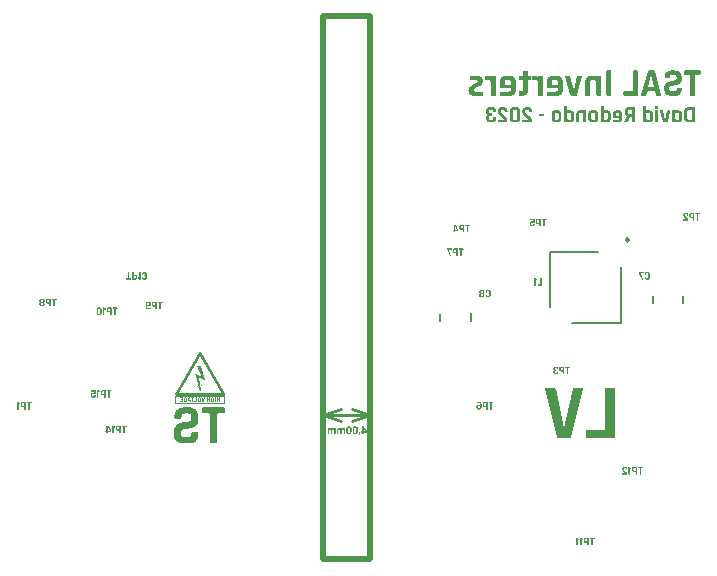
<source format=gbo>
G04*
G04 #@! TF.GenerationSoftware,Altium Limited,Altium Designer,23.3.1 (30)*
G04*
G04 Layer_Color=5220458*
%FSLAX44Y44*%
%MOMM*%
G71*
G04*
G04 #@! TF.SameCoordinates,CAE6B6A5-3340-4E14-88A7-017166009885*
G04*
G04*
G04 #@! TF.FilePolarity,Positive*
G04*
G01*
G75*
%ADD10C,0.2000*%
%ADD11C,0.2500*%
%ADD15C,0.5000*%
%ADD16C,0.2540*%
G36*
X174150Y175414D02*
X174338D01*
Y175352D01*
X174463D01*
Y175289D01*
X174526D01*
Y175226D01*
X174651D01*
Y175164D01*
X174713D01*
Y175101D01*
X174776D01*
Y174976D01*
X174839D01*
Y174914D01*
X174901D01*
Y174788D01*
X174964D01*
Y174663D01*
X175026D01*
Y174601D01*
X175089D01*
Y174476D01*
X175151D01*
Y174351D01*
X175214D01*
Y174226D01*
X175277D01*
Y174163D01*
X175339D01*
Y174038D01*
X175402D01*
Y173913D01*
X175464D01*
Y173787D01*
X175527D01*
Y173725D01*
X175589D01*
Y173600D01*
X175652D01*
Y173475D01*
X175714D01*
Y173412D01*
X175777D01*
Y173287D01*
X175840D01*
Y173162D01*
X175902D01*
Y173037D01*
X175965D01*
Y172974D01*
X176027D01*
Y172849D01*
X176090D01*
Y172724D01*
X176152D01*
Y172599D01*
X176215D01*
Y172536D01*
X176278D01*
Y172411D01*
X176340D01*
Y172286D01*
X176403D01*
Y172161D01*
X176465D01*
Y172098D01*
X176528D01*
Y171973D01*
X176590D01*
Y171848D01*
X176653D01*
Y171786D01*
X176715D01*
Y171660D01*
X176778D01*
Y171535D01*
X176840D01*
Y171410D01*
X176903D01*
Y171348D01*
X176966D01*
Y171222D01*
X177028D01*
Y171097D01*
X177091D01*
Y170972D01*
X177153D01*
Y170910D01*
X177216D01*
Y170784D01*
X177278D01*
Y170659D01*
X177341D01*
Y170534D01*
X177404D01*
Y170472D01*
X177466D01*
Y170347D01*
X177529D01*
Y170221D01*
X177591D01*
Y170159D01*
X177654D01*
Y170034D01*
X177716D01*
Y169909D01*
X177779D01*
Y169783D01*
X177842D01*
Y169721D01*
X177904D01*
Y169596D01*
X177967D01*
Y169471D01*
X178029D01*
Y169345D01*
X178092D01*
Y169283D01*
X178154D01*
Y169158D01*
X178217D01*
Y169033D01*
X178279D01*
Y168970D01*
X178342D01*
Y168845D01*
X178405D01*
Y168720D01*
X178467D01*
Y168595D01*
X178530D01*
Y168532D01*
X178592D01*
Y168407D01*
X178655D01*
Y168282D01*
X178717D01*
Y168157D01*
X178780D01*
Y168094D01*
X178843D01*
Y167969D01*
X178905D01*
Y167844D01*
X178968D01*
Y167719D01*
X179030D01*
Y167656D01*
X179093D01*
Y167531D01*
X179155D01*
Y167406D01*
X179218D01*
Y167343D01*
X179280D01*
Y167218D01*
X179343D01*
Y167093D01*
X179406D01*
Y166968D01*
X179468D01*
Y166905D01*
X179531D01*
Y166780D01*
X179593D01*
Y166655D01*
X179656D01*
Y166530D01*
X179718D01*
Y166468D01*
X179781D01*
Y166342D01*
X179844D01*
Y166217D01*
X179906D01*
Y166092D01*
X179969D01*
Y166030D01*
X180031D01*
Y165905D01*
X180094D01*
Y165779D01*
X180156D01*
Y165717D01*
X180219D01*
Y165592D01*
X180282D01*
Y165466D01*
X180344D01*
Y165341D01*
X180407D01*
Y165279D01*
X180469D01*
Y165154D01*
X180532D01*
Y165029D01*
X180594D01*
Y164904D01*
X180657D01*
Y164841D01*
X180720D01*
Y164716D01*
X180782D01*
Y164591D01*
X180845D01*
Y164466D01*
X180907D01*
Y164403D01*
X180970D01*
Y164278D01*
X181032D01*
Y164153D01*
X181095D01*
Y164090D01*
X181157D01*
Y163965D01*
X181220D01*
Y163840D01*
X181283D01*
Y163715D01*
X181345D01*
Y163652D01*
X181408D01*
Y163527D01*
X181470D01*
Y163402D01*
X181533D01*
Y163277D01*
X181595D01*
Y163214D01*
X181658D01*
Y163089D01*
X181721D01*
Y162964D01*
X181783D01*
Y162901D01*
X181846D01*
Y162776D01*
X181908D01*
Y162651D01*
X181971D01*
Y162526D01*
X182033D01*
Y162463D01*
X182096D01*
Y162338D01*
X182159D01*
Y162213D01*
X182221D01*
Y162088D01*
X182284D01*
Y162026D01*
X182346D01*
Y161900D01*
X182409D01*
Y161775D01*
X182471D01*
Y161650D01*
X182534D01*
Y161588D01*
X182596D01*
Y161462D01*
X182659D01*
Y161337D01*
X182722D01*
Y161275D01*
X182784D01*
Y161150D01*
X182847D01*
Y161024D01*
X182909D01*
Y160899D01*
X182972D01*
Y160837D01*
X183034D01*
Y160712D01*
X183097D01*
Y160586D01*
X183160D01*
Y160461D01*
X183222D01*
Y160399D01*
X183285D01*
Y160274D01*
X183347D01*
Y160149D01*
X183410D01*
Y160023D01*
X183472D01*
Y159961D01*
X183535D01*
Y159836D01*
X183597D01*
Y159711D01*
X183660D01*
Y159648D01*
X183722D01*
Y159523D01*
X183785D01*
Y159398D01*
X183848D01*
Y159273D01*
X183910D01*
Y159210D01*
X183973D01*
Y159085D01*
X184035D01*
Y158960D01*
X184098D01*
Y158835D01*
X184160D01*
Y158772D01*
X184223D01*
Y158647D01*
X184286D01*
Y158522D01*
X184348D01*
Y158397D01*
X184411D01*
Y158334D01*
X184473D01*
Y158209D01*
X184536D01*
Y158084D01*
X184599D01*
Y158021D01*
X184661D01*
Y157896D01*
X184724D01*
Y157771D01*
X184786D01*
Y157646D01*
X184849D01*
Y157584D01*
X184911D01*
Y157458D01*
X184974D01*
Y157333D01*
X185036D01*
Y157208D01*
X185099D01*
Y157146D01*
X185161D01*
Y157020D01*
X185224D01*
Y156895D01*
X185287D01*
Y156770D01*
X185349D01*
Y156708D01*
X185412D01*
Y156582D01*
X185474D01*
Y156457D01*
X185537D01*
Y156395D01*
X185599D01*
Y156270D01*
X185662D01*
Y156145D01*
X185725D01*
Y156019D01*
X185787D01*
Y155957D01*
X185850D01*
Y155832D01*
X185912D01*
Y155707D01*
X185975D01*
Y155582D01*
X186037D01*
Y155519D01*
X186100D01*
Y155394D01*
X186162D01*
Y155269D01*
X186225D01*
Y155206D01*
X186288D01*
Y155081D01*
X186350D01*
Y154956D01*
X186413D01*
Y154831D01*
X186475D01*
Y154768D01*
X186538D01*
Y154643D01*
X186600D01*
Y154518D01*
X186663D01*
Y154393D01*
X186726D01*
Y154330D01*
X186788D01*
Y154205D01*
X186851D01*
Y154080D01*
X186913D01*
Y153955D01*
X186976D01*
Y153892D01*
X187038D01*
Y153767D01*
X187101D01*
Y153642D01*
X187164D01*
Y153579D01*
X187226D01*
Y153454D01*
X187289D01*
Y153329D01*
X187351D01*
Y153204D01*
X187414D01*
Y153141D01*
X187476D01*
Y153016D01*
X187539D01*
Y152891D01*
X187602D01*
Y152766D01*
X187664D01*
Y152704D01*
X187727D01*
Y152578D01*
X187789D01*
Y152453D01*
X187852D01*
Y152328D01*
X187914D01*
Y152266D01*
X187977D01*
Y152141D01*
X188039D01*
Y152015D01*
X188102D01*
Y151953D01*
X188165D01*
Y151828D01*
X188227D01*
Y151702D01*
X188290D01*
Y151577D01*
X188352D01*
Y151515D01*
X188415D01*
Y151390D01*
X188477D01*
Y151265D01*
X188540D01*
Y151139D01*
X188603D01*
Y151077D01*
X188665D01*
Y150952D01*
X188728D01*
Y150827D01*
X188790D01*
Y150702D01*
X188853D01*
Y150639D01*
X188915D01*
Y150514D01*
X188978D01*
Y150389D01*
X189041D01*
Y150326D01*
X189103D01*
Y150201D01*
X189166D01*
Y150076D01*
X189228D01*
Y149951D01*
X189291D01*
Y149888D01*
X189353D01*
Y149763D01*
X189416D01*
Y149638D01*
X189478D01*
Y149513D01*
X189541D01*
Y149450D01*
X189604D01*
Y149325D01*
X189666D01*
Y149200D01*
X189729D01*
Y149137D01*
X189791D01*
Y149012D01*
X189854D01*
Y148887D01*
X189916D01*
Y148762D01*
X189979D01*
Y148699D01*
X190042D01*
Y148574D01*
X190104D01*
Y148449D01*
X190167D01*
Y148324D01*
X190229D01*
Y148261D01*
X190292D01*
Y148136D01*
X190354D01*
Y148011D01*
X190417D01*
Y147886D01*
X190480D01*
Y147824D01*
X190542D01*
Y147698D01*
X190605D01*
Y147573D01*
X190667D01*
Y147511D01*
X190730D01*
Y147386D01*
X190792D01*
Y147261D01*
X190855D01*
Y147135D01*
X190917D01*
Y147073D01*
X190980D01*
Y146948D01*
X191042D01*
Y146823D01*
X191105D01*
Y146697D01*
X191168D01*
Y146635D01*
X191230D01*
Y146510D01*
X191293D01*
Y146385D01*
X191355D01*
Y146259D01*
X191418D01*
Y146197D01*
X191481D01*
Y146072D01*
X191543D01*
Y145947D01*
X191606D01*
Y145884D01*
X191668D01*
Y145759D01*
X191731D01*
Y145634D01*
X191793D01*
Y145509D01*
X191856D01*
Y145446D01*
X191918D01*
Y145321D01*
X191981D01*
Y145196D01*
X192043D01*
Y145071D01*
X192106D01*
Y145008D01*
X192169D01*
Y144883D01*
X192231D01*
Y144758D01*
X192294D01*
Y144633D01*
X192356D01*
Y144570D01*
X192419D01*
Y144445D01*
X192481D01*
Y144320D01*
X192544D01*
Y144257D01*
X192607D01*
Y144132D01*
X192669D01*
Y144007D01*
X192732D01*
Y143882D01*
X192794D01*
Y143820D01*
X192857D01*
Y143694D01*
X192919D01*
Y143569D01*
X192982D01*
Y143444D01*
X193044D01*
Y143382D01*
X193107D01*
Y143256D01*
X193170D01*
Y143131D01*
X193232D01*
Y143069D01*
X193295D01*
Y142944D01*
X193357D01*
Y142818D01*
X193420D01*
Y142693D01*
X193482D01*
Y142631D01*
X193545D01*
Y142506D01*
X193608D01*
Y142381D01*
X193670D01*
Y142255D01*
X193733D01*
Y142193D01*
X193795D01*
Y142068D01*
X193858D01*
Y141943D01*
X193920D01*
Y141817D01*
X193983D01*
Y141755D01*
X194046D01*
Y141630D01*
X194108D01*
Y141505D01*
X194171D01*
Y141442D01*
X194233D01*
Y141317D01*
X194296D01*
Y141192D01*
X194358D01*
Y141067D01*
X194421D01*
Y141004D01*
X194484D01*
Y140879D01*
X194546D01*
Y140754D01*
X194609D01*
Y140629D01*
X194671D01*
Y140566D01*
X194734D01*
Y140441D01*
X194796D01*
Y140316D01*
X194859D01*
Y140191D01*
X194921D01*
Y140128D01*
X194984D01*
Y139941D01*
X195047D01*
Y139315D01*
X194984D01*
Y139127D01*
X194921D01*
Y139002D01*
X194859D01*
Y138940D01*
X194796D01*
Y138877D01*
X194734D01*
Y138814D01*
X194671D01*
Y138752D01*
X194609D01*
Y138689D01*
X194546D01*
Y138627D01*
X194421D01*
Y138564D01*
X194233D01*
Y138502D01*
X195047D01*
Y131557D01*
X152691D01*
Y138502D01*
X153504D01*
Y138564D01*
X153317D01*
Y138627D01*
X153191D01*
Y138689D01*
X153129D01*
Y138752D01*
X153066D01*
Y138814D01*
X153004D01*
Y138877D01*
X152941D01*
Y138940D01*
X152879D01*
Y139002D01*
X152816D01*
Y139127D01*
X152753D01*
Y139315D01*
X152691D01*
Y139941D01*
X152753D01*
Y140066D01*
X152816D01*
Y140191D01*
X152879D01*
Y140316D01*
X152941D01*
Y140441D01*
X153004D01*
Y140566D01*
X153066D01*
Y140629D01*
X153129D01*
Y140754D01*
X153191D01*
Y140879D01*
X153254D01*
Y140942D01*
X153317D01*
Y141067D01*
X153379D01*
Y141192D01*
X153442D01*
Y141317D01*
X153504D01*
Y141379D01*
X153567D01*
Y141505D01*
X153629D01*
Y141630D01*
X153692D01*
Y141755D01*
X153755D01*
Y141817D01*
X153817D01*
Y141943D01*
X153880D01*
Y142068D01*
X153942D01*
Y142193D01*
X154005D01*
Y142255D01*
X154067D01*
Y142381D01*
X154130D01*
Y142506D01*
X154192D01*
Y142568D01*
X154255D01*
Y142693D01*
X154318D01*
Y142818D01*
X154380D01*
Y142944D01*
X154443D01*
Y143006D01*
X154505D01*
Y143131D01*
X154568D01*
Y143256D01*
X154630D01*
Y143382D01*
X154693D01*
Y143444D01*
X154755D01*
Y143569D01*
X154818D01*
Y143694D01*
X154881D01*
Y143820D01*
X154943D01*
Y143882D01*
X155006D01*
Y144007D01*
X155068D01*
Y144132D01*
X155131D01*
Y144195D01*
X155194D01*
Y144320D01*
X155256D01*
Y144445D01*
X155319D01*
Y144570D01*
X155381D01*
Y144633D01*
X155444D01*
Y144758D01*
X155506D01*
Y144883D01*
X155569D01*
Y145008D01*
X155631D01*
Y145071D01*
X155694D01*
Y145196D01*
X155757D01*
Y145321D01*
X155819D01*
Y145446D01*
X155882D01*
Y145509D01*
X155944D01*
Y145634D01*
X156007D01*
Y145759D01*
X156069D01*
Y145822D01*
X156132D01*
Y145947D01*
X156194D01*
Y146072D01*
X156257D01*
Y146197D01*
X156320D01*
Y146259D01*
X156382D01*
Y146385D01*
X156445D01*
Y146510D01*
X156507D01*
Y146635D01*
X156570D01*
Y146697D01*
X156632D01*
Y146823D01*
X156695D01*
Y146948D01*
X156758D01*
Y147010D01*
X156820D01*
Y147135D01*
X156883D01*
Y147261D01*
X156945D01*
Y147386D01*
X157008D01*
Y147448D01*
X157070D01*
Y147573D01*
X157133D01*
Y147698D01*
X157196D01*
Y147824D01*
X157258D01*
Y147886D01*
X157321D01*
Y148011D01*
X157383D01*
Y148136D01*
X157446D01*
Y148261D01*
X157508D01*
Y148324D01*
X157571D01*
Y148449D01*
X157633D01*
Y148574D01*
X157696D01*
Y148637D01*
X157759D01*
Y148762D01*
X157821D01*
Y148887D01*
X157884D01*
Y149012D01*
X157946D01*
Y149075D01*
X158009D01*
Y149200D01*
X158071D01*
Y149325D01*
X158134D01*
Y149450D01*
X158196D01*
Y149513D01*
X158259D01*
Y149638D01*
X158322D01*
Y149763D01*
X158384D01*
Y149888D01*
X158447D01*
Y149951D01*
X158509D01*
Y150076D01*
X158572D01*
Y150201D01*
X158635D01*
Y150264D01*
X158697D01*
Y150389D01*
X158760D01*
Y150514D01*
X158822D01*
Y150639D01*
X158885D01*
Y150702D01*
X158947D01*
Y150827D01*
X159010D01*
Y150952D01*
X159073D01*
Y151077D01*
X159135D01*
Y151139D01*
X159198D01*
Y151265D01*
X159260D01*
Y151390D01*
X159323D01*
Y151515D01*
X159385D01*
Y151577D01*
X159448D01*
Y151702D01*
X159510D01*
Y151828D01*
X159573D01*
Y151890D01*
X159635D01*
Y152015D01*
X159698D01*
Y152141D01*
X159761D01*
Y152266D01*
X159823D01*
Y152328D01*
X159886D01*
Y152453D01*
X159948D01*
Y152578D01*
X160011D01*
Y152704D01*
X160074D01*
Y152766D01*
X160136D01*
Y152891D01*
X160199D01*
Y153016D01*
X160261D01*
Y153141D01*
X160324D01*
Y153204D01*
X160386D01*
Y153329D01*
X160449D01*
Y153454D01*
X160511D01*
Y153517D01*
X160574D01*
Y153642D01*
X160637D01*
Y153767D01*
X160699D01*
Y153892D01*
X160762D01*
Y153955D01*
X160824D01*
Y154080D01*
X160887D01*
Y154205D01*
X160949D01*
Y154330D01*
X161012D01*
Y154393D01*
X161075D01*
Y154518D01*
X161137D01*
Y154643D01*
X161200D01*
Y154706D01*
X161262D01*
Y154831D01*
X161325D01*
Y154956D01*
X161387D01*
Y155081D01*
X161450D01*
Y155143D01*
X161512D01*
Y155269D01*
X161575D01*
Y155394D01*
X161637D01*
Y155519D01*
X161700D01*
Y155582D01*
X161763D01*
Y155707D01*
X161825D01*
Y155832D01*
X161888D01*
Y155957D01*
X161950D01*
Y156019D01*
X162013D01*
Y156145D01*
X162076D01*
Y156270D01*
X162138D01*
Y156332D01*
X162201D01*
Y156457D01*
X162263D01*
Y156582D01*
X162326D01*
Y156708D01*
X162388D01*
Y156770D01*
X162451D01*
Y156895D01*
X162513D01*
Y157020D01*
X162576D01*
Y157146D01*
X162639D01*
Y157208D01*
X162701D01*
Y157333D01*
X162764D01*
Y157458D01*
X162826D01*
Y157584D01*
X162889D01*
Y157646D01*
X162951D01*
Y157771D01*
X163014D01*
Y157896D01*
X163076D01*
Y157959D01*
X163139D01*
Y158084D01*
X163202D01*
Y158209D01*
X163264D01*
Y158334D01*
X163327D01*
Y158397D01*
X163389D01*
Y158522D01*
X163452D01*
Y158647D01*
X163514D01*
Y158772D01*
X163577D01*
Y158835D01*
X163640D01*
Y158897D01*
Y158960D01*
X163702D01*
Y159085D01*
X163765D01*
Y159210D01*
X163827D01*
Y159273D01*
X163890D01*
Y159398D01*
X163952D01*
Y159523D01*
X164015D01*
Y159586D01*
X164077D01*
Y159711D01*
X164140D01*
Y159836D01*
X164203D01*
Y159961D01*
X164265D01*
Y160023D01*
X164328D01*
Y160149D01*
X164390D01*
Y160274D01*
X164453D01*
Y160399D01*
X164515D01*
Y160461D01*
X164578D01*
Y160586D01*
X164641D01*
Y160712D01*
X164703D01*
Y160774D01*
X164766D01*
Y160899D01*
X164828D01*
Y161024D01*
X164891D01*
Y161150D01*
X164953D01*
Y161212D01*
X165016D01*
Y161337D01*
X165079D01*
Y161462D01*
X165141D01*
Y161588D01*
X165204D01*
Y161650D01*
X165266D01*
Y161775D01*
X165329D01*
Y161900D01*
X165391D01*
Y162026D01*
X165454D01*
Y162088D01*
X165516D01*
Y162213D01*
X165579D01*
Y162338D01*
X165642D01*
Y162401D01*
X165704D01*
Y162526D01*
X165767D01*
Y162651D01*
X165829D01*
Y162776D01*
X165892D01*
Y162839D01*
X165954D01*
Y162964D01*
X166017D01*
Y163089D01*
X166080D01*
Y163214D01*
X166142D01*
Y163277D01*
X166205D01*
Y163402D01*
X166267D01*
Y163527D01*
X166330D01*
Y163652D01*
X166392D01*
Y163715D01*
X166455D01*
Y163840D01*
X166518D01*
Y163965D01*
X166580D01*
Y164028D01*
X166643D01*
Y164153D01*
X166705D01*
Y164278D01*
X166768D01*
Y164403D01*
X166830D01*
Y164466D01*
X166893D01*
Y164591D01*
X166956D01*
Y164716D01*
X167018D01*
Y164841D01*
X167081D01*
Y164904D01*
X167143D01*
Y165029D01*
X167206D01*
Y165154D01*
X167268D01*
Y165279D01*
X167331D01*
Y165341D01*
X167393D01*
Y165466D01*
X167456D01*
Y165592D01*
X167519D01*
Y165654D01*
X167581D01*
Y165779D01*
X167644D01*
Y165905D01*
X167706D01*
Y166030D01*
X167769D01*
Y166092D01*
X167831D01*
Y166217D01*
X167894D01*
Y166342D01*
X167957D01*
Y166468D01*
X168019D01*
Y166530D01*
X168082D01*
Y166655D01*
X168144D01*
Y166780D01*
X168207D01*
Y166905D01*
X168269D01*
Y166968D01*
X168332D01*
Y167093D01*
X168394D01*
Y167218D01*
X168457D01*
Y167281D01*
X168520D01*
Y167406D01*
X168582D01*
Y167531D01*
X168645D01*
Y167656D01*
X168707D01*
Y167719D01*
X168770D01*
Y167844D01*
X168832D01*
Y167969D01*
X168895D01*
Y168094D01*
X168958D01*
Y168157D01*
X169020D01*
Y168282D01*
X169083D01*
Y168407D01*
X169145D01*
Y168470D01*
X169208D01*
Y168595D01*
X169270D01*
Y168720D01*
X169333D01*
Y168845D01*
X169396D01*
Y168908D01*
X169458D01*
Y169033D01*
X169521D01*
Y169158D01*
X169583D01*
Y169283D01*
X169646D01*
Y169345D01*
X169708D01*
Y169471D01*
X169771D01*
Y169596D01*
X169833D01*
Y169721D01*
X169896D01*
Y169783D01*
X169958D01*
Y169909D01*
X170021D01*
Y170034D01*
X170084D01*
Y170096D01*
X170146D01*
Y170221D01*
X170209D01*
Y170347D01*
X170271D01*
Y170472D01*
X170334D01*
Y170534D01*
X170396D01*
Y170659D01*
X170459D01*
Y170784D01*
X170522D01*
Y170910D01*
X170584D01*
Y170972D01*
X170647D01*
Y171097D01*
X170709D01*
Y171222D01*
X170772D01*
Y171348D01*
X170834D01*
Y171410D01*
X170897D01*
Y171535D01*
X170960D01*
Y171660D01*
X171022D01*
Y171723D01*
X171085D01*
Y171848D01*
X171147D01*
Y171973D01*
X171210D01*
Y172098D01*
X171272D01*
Y172161D01*
X171335D01*
Y172286D01*
X171397D01*
Y172411D01*
X171460D01*
Y172536D01*
X171523D01*
Y172599D01*
X171585D01*
Y172724D01*
X171648D01*
Y172849D01*
X171710D01*
Y172974D01*
X171773D01*
Y173037D01*
X171835D01*
Y173162D01*
X171898D01*
Y173287D01*
X171961D01*
Y173350D01*
X172023D01*
Y173475D01*
X172086D01*
Y173600D01*
X172148D01*
Y173725D01*
X172211D01*
Y173787D01*
X172273D01*
Y173913D01*
X172336D01*
Y174038D01*
X172398D01*
Y174163D01*
X172461D01*
Y174226D01*
X172524D01*
Y174351D01*
X172586D01*
Y174476D01*
X172649D01*
Y174538D01*
X172711D01*
Y174663D01*
X172774D01*
Y174788D01*
X172836D01*
Y174914D01*
X172899D01*
Y174976D01*
X172962D01*
Y175101D01*
X173024D01*
Y175164D01*
X173087D01*
Y175226D01*
X173212D01*
Y175289D01*
X173274D01*
Y175352D01*
X173400D01*
Y175414D01*
X173587D01*
Y175477D01*
X174150D01*
Y175414D01*
D02*
G37*
G36*
X561573Y384020D02*
X561656Y383992D01*
X561767Y383853D01*
X561823Y383687D01*
Y383659D01*
Y383631D01*
Y381910D01*
X561795Y381771D01*
X561767Y381660D01*
X561712Y381605D01*
X561628Y381549D01*
X561490Y381493D01*
X559685D01*
X559546Y381521D01*
X559463Y381549D01*
X559352Y381716D01*
X559296Y381855D01*
Y381882D01*
Y381910D01*
Y383659D01*
X559324Y383798D01*
X559352Y383881D01*
X559491Y383992D01*
X559630Y384048D01*
X561434D01*
X561573Y384020D01*
D02*
G37*
G36*
X500302Y380161D02*
X500413Y380133D01*
X500468Y380050D01*
X500524Y379994D01*
X500579Y379828D01*
Y379800D01*
Y379772D01*
Y370416D01*
X500552Y370278D01*
X500524Y370167D01*
X500441Y370111D01*
X500357Y370056D01*
X500219Y370000D01*
X498469D01*
X498331Y370028D01*
X498220Y370056D01*
X498136Y370139D01*
X498081Y370222D01*
X498025Y370361D01*
Y370389D01*
Y370416D01*
Y376469D01*
X497998Y376746D01*
X497970Y376968D01*
X497886Y377190D01*
X497803Y377357D01*
X497581Y377635D01*
X497331Y377801D01*
X497081Y377912D01*
X496887Y377968D01*
X496720Y377995D01*
X495721D01*
X495527Y377940D01*
X495360Y377912D01*
X495249Y377857D01*
X495138Y377801D01*
X495082Y377773D01*
X495027Y377718D01*
X494944Y377607D01*
X494860Y377468D01*
X494777Y377163D01*
X494749Y377024D01*
Y376913D01*
Y376829D01*
Y376802D01*
Y370416D01*
X494721Y370278D01*
X494694Y370167D01*
X494610Y370111D01*
X494527Y370056D01*
X494388Y370000D01*
X492667D01*
X492528Y370028D01*
X492417Y370056D01*
X492334Y370139D01*
X492279Y370222D01*
X492223Y370361D01*
Y370389D01*
Y370416D01*
Y376913D01*
X492251Y377496D01*
X492362Y377995D01*
X492501Y378440D01*
X492723Y378801D01*
X492945Y379134D01*
X493222Y379384D01*
X493500Y379606D01*
X493778Y379772D01*
X494083Y379911D01*
X494361Y380022D01*
X494638Y380078D01*
X494860Y380133D01*
X495082Y380161D01*
X495221Y380189D01*
X495999D01*
X496526Y380133D01*
X496942Y380022D01*
X497303Y379856D01*
X497553Y379661D01*
X497748Y379439D01*
X497886Y379273D01*
X497942Y379161D01*
X497970Y379106D01*
X498025D01*
Y379772D01*
X498053Y379911D01*
X498081Y380022D01*
X498164Y380078D01*
X498247Y380133D01*
X498386Y380189D01*
X500163D01*
X500302Y380161D01*
D02*
G37*
G36*
X421596Y382798D02*
X422096Y382687D01*
X422512Y382576D01*
X422845Y382410D01*
X423123Y382271D01*
X423317Y382132D01*
X423456Y382021D01*
X423484Y381993D01*
X423761Y381660D01*
X423983Y381271D01*
X424122Y380883D01*
X424233Y380494D01*
X424289Y380133D01*
X424317Y379856D01*
X424344Y379744D01*
Y379661D01*
Y379633D01*
Y379606D01*
Y379050D01*
X424317Y378912D01*
X424289Y378801D01*
X424206Y378745D01*
X424122Y378690D01*
X423983Y378634D01*
X422234D01*
X422096Y378662D01*
X421985Y378690D01*
X421901Y378773D01*
X421846Y378856D01*
X421790Y378995D01*
Y379023D01*
Y379050D01*
Y379550D01*
Y379772D01*
X421763Y379967D01*
X421707Y380105D01*
X421651Y380244D01*
X421624Y380327D01*
X421568Y380383D01*
X421540Y380439D01*
X421429Y380522D01*
X421291Y380605D01*
X421013Y380688D01*
X420874Y380716D01*
X419458D01*
X419264Y380661D01*
X419097Y380633D01*
X418959Y380577D01*
X418847Y380522D01*
X418792Y380494D01*
X418736Y380439D01*
X418625Y380327D01*
X418570Y380189D01*
X418459Y379911D01*
Y379772D01*
X418431Y379661D01*
Y379578D01*
Y379550D01*
Y378634D01*
Y378412D01*
X418487Y378218D01*
X418514Y378051D01*
X418570Y377940D01*
X418625Y377829D01*
X418681Y377773D01*
X418709Y377746D01*
X418736Y377718D01*
X418847Y377635D01*
X418986Y377579D01*
X419319Y377496D01*
X419458D01*
X419569Y377468D01*
X420708D01*
X420846Y377440D01*
X420957Y377412D01*
X421013Y377329D01*
X421068Y377246D01*
X421124Y377107D01*
Y377052D01*
Y377024D01*
Y375830D01*
X421096Y375691D01*
X421068Y375580D01*
X420985Y375525D01*
X420902Y375469D01*
X420763Y375414D01*
X419458D01*
X419264Y375358D01*
X419097Y375330D01*
X418959Y375275D01*
X418847Y375219D01*
X418792Y375191D01*
X418736Y375136D01*
X418625Y375025D01*
X418570Y374886D01*
X418459Y374581D01*
Y374470D01*
X418431Y374359D01*
Y374275D01*
Y374248D01*
Y373276D01*
Y373054D01*
X418487Y372859D01*
X418514Y372693D01*
X418570Y372582D01*
X418625Y372471D01*
X418681Y372415D01*
X418709Y372388D01*
X418736Y372360D01*
X418847Y372276D01*
X418986Y372221D01*
X419319Y372138D01*
X419458D01*
X419569Y372110D01*
X420874D01*
X421068Y372138D01*
X421207Y372193D01*
X421346Y372249D01*
X421429Y372276D01*
X421485Y372332D01*
X421540Y372360D01*
X421624Y372471D01*
X421679Y372610D01*
X421763Y372915D01*
Y373054D01*
X421790Y373165D01*
Y373248D01*
Y373276D01*
Y373776D01*
X421818Y373914D01*
X421846Y374025D01*
X421929Y374109D01*
X422012Y374164D01*
X422151Y374220D01*
X423928D01*
X424067Y374192D01*
X424178Y374164D01*
X424233Y374081D01*
X424289Y373998D01*
X424344Y373859D01*
Y373803D01*
Y373776D01*
Y373220D01*
X424317Y372665D01*
X424206Y372193D01*
X424067Y371777D01*
X423900Y371444D01*
X423761Y371166D01*
X423623Y370999D01*
X423512Y370861D01*
X423484Y370833D01*
X423123Y370555D01*
X422734Y370361D01*
X422346Y370194D01*
X421929Y370111D01*
X421596Y370056D01*
X421291Y370028D01*
X421180Y370000D01*
X419264D01*
X418709Y370028D01*
X418209Y370139D01*
X417793Y370278D01*
X417459Y370416D01*
X417182Y370583D01*
X416987Y370694D01*
X416849Y370805D01*
X416821Y370833D01*
X416543Y371166D01*
X416321Y371555D01*
X416182Y371943D01*
X416071Y372332D01*
X416016Y372693D01*
X415960Y372971D01*
Y373082D01*
Y373165D01*
Y373193D01*
Y373220D01*
Y374248D01*
X415988Y374581D01*
X416016Y374858D01*
X416099Y375136D01*
X416210Y375358D01*
X416321Y375552D01*
X416460Y375747D01*
X416738Y376024D01*
X417043Y376219D01*
X417293Y376330D01*
X417404Y376357D01*
X417487Y376385D01*
X417515Y376413D01*
X417543D01*
X417265Y376524D01*
X417015Y376663D01*
X416821Y376802D01*
X416627Y376968D01*
X416460Y377135D01*
X416349Y377329D01*
X416155Y377690D01*
X416044Y378051D01*
X415988Y378329D01*
X415960Y378440D01*
Y378523D01*
Y378578D01*
Y378606D01*
Y379606D01*
X415988Y380161D01*
X416099Y380633D01*
X416238Y381049D01*
X416377Y381382D01*
X416543Y381660D01*
X416682Y381827D01*
X416793Y381965D01*
X416821Y381993D01*
X417182Y382271D01*
X417570Y382465D01*
X417959Y382632D01*
X418376Y382715D01*
X418709Y382771D01*
X419014Y382826D01*
X421041D01*
X421596Y382798D01*
D02*
G37*
G36*
X451912D02*
X452412Y382687D01*
X452828Y382576D01*
X453162Y382410D01*
X453439Y382271D01*
X453633Y382132D01*
X453772Y382021D01*
X453800Y381993D01*
X454078Y381660D01*
X454300Y381271D01*
X454439Y380883D01*
X454550Y380494D01*
X454605Y380133D01*
X454633Y379856D01*
X454661Y379744D01*
Y379661D01*
Y379633D01*
Y379606D01*
Y378912D01*
X454633Y378773D01*
X454577Y378662D01*
X454522Y378606D01*
X454439Y378551D01*
X454272Y378495D01*
X452523D01*
X452384Y378523D01*
X452273Y378551D01*
X452218Y378634D01*
X452162Y378717D01*
X452107Y378856D01*
Y378884D01*
Y378912D01*
Y379550D01*
Y379772D01*
X452079Y379967D01*
X452023Y380105D01*
X451968Y380244D01*
X451940Y380327D01*
X451884Y380383D01*
X451857Y380439D01*
X451746Y380522D01*
X451607Y380605D01*
X451301Y380688D01*
X451163Y380716D01*
X450024D01*
X449830Y380661D01*
X449664Y380633D01*
X449525Y380577D01*
X449414Y380522D01*
X449358Y380494D01*
X449303Y380439D01*
X449192Y380327D01*
X449136Y380189D01*
X449025Y379911D01*
Y379772D01*
X448997Y379661D01*
Y379578D01*
Y379550D01*
Y378967D01*
X449025Y378662D01*
X449136Y378356D01*
X449275Y378079D01*
X449441Y377829D01*
X449636Y377635D01*
X449775Y377496D01*
X449886Y377385D01*
X449913Y377357D01*
X453578Y374248D01*
X453911Y373942D01*
X454161Y373609D01*
X454328Y373276D01*
X454439Y372971D01*
X454522Y372721D01*
X454550Y372499D01*
X454577Y372360D01*
Y372304D01*
Y370416D01*
X454550Y370278D01*
X454522Y370167D01*
X454439Y370111D01*
X454355Y370056D01*
X454216Y370000D01*
X446943D01*
X446804Y370028D01*
X446693Y370056D01*
X446637Y370139D01*
X446582Y370222D01*
X446526Y370361D01*
Y370389D01*
Y370416D01*
Y371805D01*
X446554Y371943D01*
X446582Y372054D01*
X446665Y372110D01*
X446721Y372165D01*
X446887Y372221D01*
X451718D01*
Y372554D01*
X451690Y372721D01*
X451607Y372887D01*
X451524Y372998D01*
X451496Y373026D01*
X447720Y376219D01*
X447498Y376413D01*
X447332Y376635D01*
X447026Y377052D01*
X446804Y377496D01*
X446665Y377884D01*
X446582Y378245D01*
X446554Y378551D01*
X446526Y378662D01*
Y378745D01*
Y378773D01*
Y378801D01*
Y379606D01*
X446554Y380161D01*
X446665Y380633D01*
X446804Y381049D01*
X446943Y381382D01*
X447109Y381660D01*
X447248Y381827D01*
X447359Y381965D01*
X447387Y381993D01*
X447748Y382271D01*
X448137Y382465D01*
X448525Y382632D01*
X448942Y382715D01*
X449275Y382771D01*
X449580Y382826D01*
X451357D01*
X451912Y382798D01*
D02*
G37*
G36*
X431340D02*
X431840Y382687D01*
X432257Y382576D01*
X432590Y382410D01*
X432867Y382271D01*
X433062Y382132D01*
X433200Y382021D01*
X433228Y381993D01*
X433506Y381660D01*
X433728Y381271D01*
X433867Y380883D01*
X433978Y380494D01*
X434033Y380133D01*
X434061Y379856D01*
X434089Y379744D01*
Y379661D01*
Y379633D01*
Y379606D01*
Y378912D01*
X434061Y378773D01*
X434006Y378662D01*
X433950Y378606D01*
X433867Y378551D01*
X433700Y378495D01*
X431951D01*
X431812Y378523D01*
X431701Y378551D01*
X431646Y378634D01*
X431590Y378717D01*
X431535Y378856D01*
Y378884D01*
Y378912D01*
Y379550D01*
Y379772D01*
X431507Y379967D01*
X431451Y380105D01*
X431396Y380244D01*
X431368Y380327D01*
X431313Y380383D01*
X431285Y380439D01*
X431174Y380522D01*
X431035Y380605D01*
X430730Y380688D01*
X430591Y380716D01*
X429453D01*
X429258Y380661D01*
X429092Y380633D01*
X428953Y380577D01*
X428842Y380522D01*
X428786Y380494D01*
X428731Y380439D01*
X428620Y380327D01*
X428564Y380189D01*
X428453Y379911D01*
Y379772D01*
X428425Y379661D01*
Y379578D01*
Y379550D01*
Y378967D01*
X428453Y378662D01*
X428564Y378356D01*
X428703Y378079D01*
X428870Y377829D01*
X429064Y377635D01*
X429203Y377496D01*
X429314Y377385D01*
X429342Y377357D01*
X433006Y374248D01*
X433339Y373942D01*
X433589Y373609D01*
X433756Y373276D01*
X433867Y372971D01*
X433950Y372721D01*
X433978Y372499D01*
X434006Y372360D01*
Y372304D01*
Y370416D01*
X433978Y370278D01*
X433950Y370167D01*
X433867Y370111D01*
X433783Y370056D01*
X433645Y370000D01*
X426371D01*
X426232Y370028D01*
X426121Y370056D01*
X426066Y370139D01*
X426010Y370222D01*
X425955Y370361D01*
Y370389D01*
Y370416D01*
Y371805D01*
X425982Y371943D01*
X426010Y372054D01*
X426093Y372110D01*
X426149Y372165D01*
X426315Y372221D01*
X431146D01*
Y372554D01*
X431118Y372721D01*
X431035Y372887D01*
X430952Y372998D01*
X430924Y373026D01*
X427148Y376219D01*
X426926Y376413D01*
X426760Y376635D01*
X426454Y377052D01*
X426232Y377496D01*
X426093Y377884D01*
X426010Y378245D01*
X425982Y378551D01*
X425955Y378662D01*
Y378745D01*
Y378773D01*
Y378801D01*
Y379606D01*
X425982Y380161D01*
X426093Y380633D01*
X426232Y381049D01*
X426371Y381382D01*
X426538Y381660D01*
X426676Y381827D01*
X426787Y381965D01*
X426815Y381993D01*
X427176Y382271D01*
X427565Y382465D01*
X427953Y382632D01*
X428370Y382715D01*
X428703Y382771D01*
X429008Y382826D01*
X430785D01*
X431340Y382798D01*
D02*
G37*
G36*
X465071Y377357D02*
X465183Y377329D01*
X465238Y377246D01*
X465294Y377163D01*
X465349Y377024D01*
Y376968D01*
Y376940D01*
Y375774D01*
X465321Y375636D01*
X465294Y375525D01*
X465210Y375441D01*
X465127Y375386D01*
X464988Y375330D01*
X461129D01*
X460990Y375358D01*
X460879Y375414D01*
X460824Y375469D01*
X460768Y375552D01*
X460713Y375719D01*
Y375747D01*
Y375774D01*
Y376940D01*
X460741Y377079D01*
X460768Y377190D01*
X460852Y377274D01*
X460907Y377329D01*
X461074Y377385D01*
X464933D01*
X465071Y377357D01*
D02*
G37*
G36*
X571873Y380161D02*
X571956Y380133D01*
X572011Y380050D01*
X572039Y379994D01*
Y379828D01*
Y379800D01*
Y379772D01*
X569541Y370416D01*
X569485Y370278D01*
X569402Y370167D01*
X569291Y370111D01*
X569207Y370056D01*
X569041Y370000D01*
X566459D01*
X566292Y370028D01*
X566181Y370056D01*
X566070Y370139D01*
X566015Y370222D01*
X565932Y370361D01*
X565904Y370389D01*
Y370416D01*
X563377Y379772D01*
X563350Y379911D01*
X563377Y380022D01*
X563433Y380078D01*
X563489Y380133D01*
X563627Y380189D01*
X565460D01*
X565598Y380161D01*
X565709Y380133D01*
X565876Y379994D01*
X565932Y379828D01*
X565959Y379800D01*
Y379772D01*
X567625Y372249D01*
X567764D01*
X569485Y379772D01*
X569541Y379911D01*
X569596Y380022D01*
X569679Y380078D01*
X569763Y380133D01*
X569902Y380189D01*
X571734D01*
X571873Y380161D01*
D02*
G37*
G36*
X592222Y382798D02*
X592333Y382771D01*
X592389Y382687D01*
X592444Y382632D01*
X592500Y382465D01*
Y382438D01*
Y382410D01*
Y370416D01*
X592472Y370278D01*
X592444Y370167D01*
X592361Y370111D01*
X592278Y370056D01*
X592139Y370000D01*
X587142D01*
X586587Y370028D01*
X586115Y370139D01*
X585698Y370278D01*
X585337Y370416D01*
X585088Y370583D01*
X584893Y370694D01*
X584754Y370805D01*
X584727Y370833D01*
X584421Y371194D01*
X584199Y371582D01*
X584060Y371971D01*
X583949Y372360D01*
X583894Y372721D01*
X583838Y372998D01*
Y373109D01*
Y373193D01*
Y373220D01*
Y373248D01*
Y379578D01*
X583866Y380133D01*
X583977Y380605D01*
X584116Y381022D01*
X584282Y381355D01*
X584449Y381632D01*
X584588Y381799D01*
X584699Y381938D01*
X584727Y381965D01*
X585088Y382243D01*
X585476Y382465D01*
X585865Y382604D01*
X586254Y382715D01*
X586614Y382771D01*
X586892Y382826D01*
X592084D01*
X592222Y382798D01*
D02*
G37*
G36*
X579091Y380161D02*
X579591Y380050D01*
X580007Y379911D01*
X580340Y379772D01*
X580618Y379606D01*
X580812Y379467D01*
X580951Y379356D01*
X580979Y379328D01*
X581256Y378995D01*
X581478Y378606D01*
X581617Y378190D01*
X581728Y377801D01*
X581784Y377468D01*
X581812Y377163D01*
X581839Y377052D01*
Y376996D01*
Y376940D01*
Y376913D01*
Y373248D01*
X581812Y372693D01*
X581701Y372193D01*
X581562Y371777D01*
X581395Y371444D01*
X581256Y371194D01*
X581118Y370999D01*
X581007Y370861D01*
X580979Y370833D01*
X580618Y370555D01*
X580229Y370361D01*
X579840Y370194D01*
X579424Y370111D01*
X579091Y370056D01*
X578786Y370028D01*
X578674Y370000D01*
X578064D01*
X577620Y370028D01*
X577425Y370083D01*
X577259Y370139D01*
X577092Y370167D01*
X576981Y370222D01*
X576925Y370250D01*
X576898D01*
X576703Y370361D01*
X576537Y370500D01*
X576398Y370639D01*
X576287Y370750D01*
X576204Y370861D01*
X576148Y370972D01*
X576092Y371027D01*
Y371055D01*
X576037D01*
Y370416D01*
X576009Y370278D01*
X575954Y370167D01*
X575898Y370111D01*
X575815Y370056D01*
X575648Y370000D01*
X573927D01*
X573788Y370028D01*
X573677Y370056D01*
X573594Y370139D01*
X573538Y370222D01*
X573483Y370361D01*
Y370389D01*
Y370416D01*
Y379772D01*
X573511Y379911D01*
X573538Y380022D01*
X573622Y380078D01*
X573705Y380133D01*
X573844Y380189D01*
X578536D01*
X579091Y380161D01*
D02*
G37*
G36*
X561573D02*
X561656Y380133D01*
X561767Y379994D01*
X561823Y379828D01*
Y379800D01*
Y379772D01*
Y370416D01*
X561795Y370278D01*
X561767Y370167D01*
X561684Y370111D01*
X561601Y370056D01*
X561462Y370000D01*
X559546D01*
X559435Y370028D01*
X559408Y370056D01*
X559380D01*
X559324Y370139D01*
X559296Y370278D01*
Y370361D01*
Y370416D01*
Y379772D01*
X559324Y379911D01*
X559352Y380022D01*
X559435Y380078D01*
X559491Y380133D01*
X559657Y380189D01*
X561434D01*
X561573Y380161D01*
D02*
G37*
G36*
X550940Y384020D02*
X551051Y383992D01*
X551107Y383909D01*
X551162Y383853D01*
X551218Y383687D01*
Y383659D01*
Y383631D01*
Y379106D01*
X551301D01*
X551384Y379300D01*
X551523Y379467D01*
X551773Y379717D01*
X551884Y379800D01*
X551995Y379856D01*
X552051Y379911D01*
X552078D01*
X552495Y380078D01*
X552856Y380161D01*
X553022Y380189D01*
X554077D01*
X554605Y380161D01*
X555077Y380050D01*
X555493Y379911D01*
X555826Y379772D01*
X556076Y379606D01*
X556270Y379467D01*
X556381Y379356D01*
X556409Y379328D01*
X556659Y378995D01*
X556853Y378606D01*
X556992Y378190D01*
X557075Y377801D01*
X557131Y377468D01*
X557187Y377163D01*
Y377052D01*
Y376996D01*
Y376940D01*
Y376913D01*
Y373248D01*
X557159Y372693D01*
X557075Y372193D01*
X556937Y371777D01*
X556798Y371444D01*
X556659Y371194D01*
X556520Y370999D01*
X556437Y370861D01*
X556409Y370833D01*
X556076Y370555D01*
X555715Y370361D01*
X555326Y370194D01*
X554938Y370111D01*
X554605Y370056D01*
X554327Y370028D01*
X554216Y370000D01*
X553244D01*
X552800Y370028D01*
X552606Y370083D01*
X552439Y370139D01*
X552273Y370167D01*
X552161Y370222D01*
X552106Y370250D01*
X552078D01*
X551884Y370361D01*
X551717Y370500D01*
X551578Y370639D01*
X551468Y370750D01*
X551412Y370861D01*
X551356Y370972D01*
X551301Y371027D01*
Y371055D01*
X551218D01*
Y370416D01*
X551190Y370278D01*
X551162Y370167D01*
X551079Y370111D01*
X550995Y370056D01*
X550857Y370000D01*
X549080D01*
X548941Y370028D01*
X548830Y370056D01*
X548774Y370139D01*
X548719Y370222D01*
X548663Y370361D01*
Y370389D01*
Y370416D01*
Y383631D01*
X548691Y383770D01*
X548719Y383881D01*
X548802Y383937D01*
X548858Y383992D01*
X549024Y384048D01*
X550801D01*
X550940Y384020D01*
D02*
G37*
G36*
X541612Y382798D02*
X541723Y382771D01*
X541778Y382687D01*
X541834Y382632D01*
X541889Y382465D01*
Y382438D01*
Y382410D01*
Y370416D01*
X541862Y370278D01*
X541834Y370167D01*
X541751Y370111D01*
X541667Y370056D01*
X541529Y370000D01*
X539752D01*
X539613Y370028D01*
X539502Y370056D01*
X539446Y370139D01*
X539391Y370222D01*
X539335Y370361D01*
Y370389D01*
Y370416D01*
Y374497D01*
X539308Y374636D01*
X539224Y374692D01*
X539141Y374720D01*
X537753D01*
X535754Y370416D01*
X535671Y370250D01*
X535588Y370139D01*
X535532Y370083D01*
X535504Y370056D01*
X535338Y370028D01*
X535171Y370000D01*
X533367D01*
X533200Y370028D01*
X533089Y370083D01*
X533033Y370139D01*
X533006Y370250D01*
Y370389D01*
X533033Y370444D01*
Y370472D01*
X535171Y374914D01*
Y374997D01*
X534866Y375164D01*
X534588Y375330D01*
X534338Y375552D01*
X534144Y375774D01*
X533977Y376024D01*
X533839Y376274D01*
X533616Y376774D01*
X533478Y377246D01*
X533450Y377440D01*
X533422Y377635D01*
X533394Y377773D01*
Y377884D01*
Y377968D01*
Y377995D01*
Y379550D01*
X533422Y380105D01*
X533533Y380605D01*
X533672Y381022D01*
X533839Y381355D01*
X534005Y381632D01*
X534144Y381799D01*
X534255Y381938D01*
X534283Y381965D01*
X534644Y382243D01*
X535032Y382465D01*
X535421Y382604D01*
X535810Y382715D01*
X536171Y382771D01*
X536448Y382826D01*
X541473D01*
X541612Y382798D01*
D02*
G37*
G36*
X528591Y380161D02*
X529091Y380050D01*
X529508Y379911D01*
X529841Y379772D01*
X530118Y379606D01*
X530313Y379467D01*
X530452Y379356D01*
X530479Y379328D01*
X530757Y378995D01*
X530979Y378606D01*
X531118Y378190D01*
X531229Y377801D01*
X531284Y377468D01*
X531312Y377163D01*
X531340Y377052D01*
Y376996D01*
Y376940D01*
Y376913D01*
Y373248D01*
X531312Y372693D01*
X531201Y372193D01*
X531062Y371777D01*
X530896Y371444D01*
X530757Y371194D01*
X530618Y370999D01*
X530507Y370861D01*
X530479Y370833D01*
X530118Y370555D01*
X529730Y370361D01*
X529341Y370194D01*
X528925Y370111D01*
X528591Y370056D01*
X528286Y370028D01*
X528175Y370000D01*
X523622D01*
X523483Y370028D01*
X523372Y370056D01*
X523344Y370083D01*
X523317D01*
X523261Y370167D01*
X523206Y370278D01*
Y370361D01*
Y370389D01*
Y371693D01*
X523233Y371832D01*
X523261Y371943D01*
X523344Y372027D01*
X523400Y372082D01*
X523567Y372138D01*
X527897D01*
X528092Y372193D01*
X528258Y372221D01*
X528369Y372276D01*
X528480Y372332D01*
X528536Y372360D01*
X528564Y372415D01*
X528591D01*
X528675Y372526D01*
X528730Y372665D01*
X528814Y372971D01*
Y373109D01*
X528841Y373193D01*
Y373276D01*
Y373304D01*
Y373748D01*
X528814Y373887D01*
X528703Y373942D01*
X528619Y373970D01*
X523594D01*
X523455Y373998D01*
X523344Y374025D01*
X523289Y374109D01*
X523233Y374192D01*
X523178Y374331D01*
Y374359D01*
Y374386D01*
Y376913D01*
X523206Y377468D01*
X523317Y377968D01*
X523455Y378384D01*
X523594Y378717D01*
X523761Y378995D01*
X523900Y379161D01*
X524011Y379300D01*
X524038Y379328D01*
X524399Y379606D01*
X524788Y379828D01*
X525177Y379967D01*
X525565Y380078D01*
X525926Y380133D01*
X526204Y380189D01*
X528036D01*
X528591Y380161D01*
D02*
G37*
G36*
X515210Y384020D02*
X515321Y383992D01*
X515377Y383909D01*
X515432Y383853D01*
X515488Y383687D01*
Y383659D01*
Y383631D01*
Y379106D01*
X515571D01*
X515654Y379300D01*
X515793Y379467D01*
X516043Y379717D01*
X516154Y379800D01*
X516265Y379856D01*
X516320Y379911D01*
X516348D01*
X516765Y380078D01*
X517126Y380161D01*
X517292Y380189D01*
X518347D01*
X518875Y380161D01*
X519347Y380050D01*
X519763Y379911D01*
X520096Y379772D01*
X520346Y379606D01*
X520540Y379467D01*
X520651Y379356D01*
X520679Y379328D01*
X520929Y378995D01*
X521123Y378606D01*
X521262Y378190D01*
X521345Y377801D01*
X521401Y377468D01*
X521456Y377163D01*
Y377052D01*
Y376996D01*
Y376940D01*
Y376913D01*
Y373248D01*
X521429Y372693D01*
X521345Y372193D01*
X521207Y371777D01*
X521068Y371444D01*
X520929Y371194D01*
X520790Y370999D01*
X520707Y370861D01*
X520679Y370833D01*
X520346Y370555D01*
X519985Y370361D01*
X519596Y370194D01*
X519208Y370111D01*
X518875Y370056D01*
X518597Y370028D01*
X518486Y370000D01*
X517514D01*
X517070Y370028D01*
X516876Y370083D01*
X516709Y370139D01*
X516543Y370167D01*
X516432Y370222D01*
X516376Y370250D01*
X516348D01*
X516154Y370361D01*
X515987Y370500D01*
X515849Y370639D01*
X515737Y370750D01*
X515682Y370861D01*
X515626Y370972D01*
X515571Y371027D01*
Y371055D01*
X515488D01*
Y370416D01*
X515460Y370278D01*
X515432Y370167D01*
X515349Y370111D01*
X515266Y370056D01*
X515127Y370000D01*
X513350D01*
X513211Y370028D01*
X513100Y370056D01*
X513045Y370139D01*
X512989Y370222D01*
X512934Y370361D01*
Y370389D01*
Y370416D01*
Y383631D01*
X512961Y383770D01*
X512989Y383881D01*
X513072Y383937D01*
X513128Y383992D01*
X513294Y384048D01*
X515071D01*
X515210Y384020D01*
D02*
G37*
G36*
X508186Y380161D02*
X508686Y380050D01*
X509102Y379911D01*
X509436Y379772D01*
X509713Y379606D01*
X509907Y379467D01*
X510046Y379356D01*
X510074Y379328D01*
X510352Y378995D01*
X510574Y378606D01*
X510713Y378190D01*
X510824Y377801D01*
X510879Y377468D01*
X510907Y377163D01*
X510935Y377052D01*
Y376996D01*
Y376940D01*
Y376913D01*
Y373248D01*
X510907Y372693D01*
X510796Y372193D01*
X510657Y371777D01*
X510490Y371444D01*
X510352Y371194D01*
X510213Y370999D01*
X510102Y370861D01*
X510074Y370833D01*
X509713Y370555D01*
X509324Y370361D01*
X508936Y370194D01*
X508519Y370111D01*
X508186Y370056D01*
X507881Y370028D01*
X507770Y370000D01*
X505854D01*
X505299Y370028D01*
X504827Y370139D01*
X504411Y370278D01*
X504050Y370416D01*
X503800Y370583D01*
X503605Y370694D01*
X503467Y370805D01*
X503439Y370833D01*
X503134Y371194D01*
X502911Y371582D01*
X502773Y371971D01*
X502662Y372360D01*
X502606Y372721D01*
X502551Y372998D01*
Y373109D01*
Y373193D01*
Y373220D01*
Y373248D01*
Y376913D01*
X502578Y377468D01*
X502689Y377968D01*
X502828Y378384D01*
X502995Y378717D01*
X503161Y378995D01*
X503300Y379161D01*
X503411Y379300D01*
X503439Y379328D01*
X503800Y379606D01*
X504188Y379828D01*
X504577Y379967D01*
X504966Y380078D01*
X505327Y380133D01*
X505604Y380189D01*
X507631D01*
X508186Y380161D01*
D02*
G37*
G36*
X484061Y384020D02*
X484172Y383992D01*
X484227Y383909D01*
X484283Y383853D01*
X484338Y383687D01*
Y383659D01*
Y383631D01*
Y379106D01*
X484422D01*
X484505Y379300D01*
X484644Y379467D01*
X484894Y379717D01*
X485005Y379800D01*
X485116Y379856D01*
X485171Y379911D01*
X485199D01*
X485616Y380078D01*
X485976Y380161D01*
X486143Y380189D01*
X487198D01*
X487725Y380161D01*
X488197Y380050D01*
X488614Y379911D01*
X488947Y379772D01*
X489197Y379606D01*
X489391Y379467D01*
X489502Y379356D01*
X489530Y379328D01*
X489780Y378995D01*
X489974Y378606D01*
X490113Y378190D01*
X490196Y377801D01*
X490252Y377468D01*
X490307Y377163D01*
Y377052D01*
Y376996D01*
Y376940D01*
Y376913D01*
Y373248D01*
X490280Y372693D01*
X490196Y372193D01*
X490057Y371777D01*
X489919Y371444D01*
X489780Y371194D01*
X489641Y370999D01*
X489558Y370861D01*
X489530Y370833D01*
X489197Y370555D01*
X488836Y370361D01*
X488447Y370194D01*
X488059Y370111D01*
X487725Y370056D01*
X487448Y370028D01*
X487337Y370000D01*
X486365D01*
X485921Y370028D01*
X485727Y370083D01*
X485560Y370139D01*
X485393Y370167D01*
X485282Y370222D01*
X485227Y370250D01*
X485199D01*
X485005Y370361D01*
X484838Y370500D01*
X484699Y370639D01*
X484588Y370750D01*
X484533Y370861D01*
X484477Y370972D01*
X484422Y371027D01*
Y371055D01*
X484338D01*
Y370416D01*
X484311Y370278D01*
X484283Y370167D01*
X484200Y370111D01*
X484116Y370056D01*
X483978Y370000D01*
X482201D01*
X482062Y370028D01*
X481951Y370056D01*
X481895Y370139D01*
X481840Y370222D01*
X481784Y370361D01*
Y370389D01*
Y370416D01*
Y383631D01*
X481812Y383770D01*
X481840Y383881D01*
X481923Y383937D01*
X481979Y383992D01*
X482145Y384048D01*
X483922D01*
X484061Y384020D01*
D02*
G37*
G36*
X477037Y380161D02*
X477537Y380050D01*
X477953Y379911D01*
X478286Y379772D01*
X478564Y379606D01*
X478758Y379467D01*
X478897Y379356D01*
X478925Y379328D01*
X479202Y378995D01*
X479425Y378606D01*
X479563Y378190D01*
X479674Y377801D01*
X479730Y377468D01*
X479758Y377163D01*
X479785Y377052D01*
Y376996D01*
Y376940D01*
Y376913D01*
Y373248D01*
X479758Y372693D01*
X479647Y372193D01*
X479508Y371777D01*
X479341Y371444D01*
X479202Y371194D01*
X479064Y370999D01*
X478953Y370861D01*
X478925Y370833D01*
X478564Y370555D01*
X478175Y370361D01*
X477787Y370194D01*
X477370Y370111D01*
X477037Y370056D01*
X476732Y370028D01*
X476621Y370000D01*
X474705D01*
X474150Y370028D01*
X473678Y370139D01*
X473261Y370278D01*
X472901Y370416D01*
X472651Y370583D01*
X472456Y370694D01*
X472317Y370805D01*
X472290Y370833D01*
X471984Y371194D01*
X471762Y371582D01*
X471623Y371971D01*
X471512Y372360D01*
X471457Y372721D01*
X471401Y372998D01*
Y373109D01*
Y373193D01*
Y373220D01*
Y373248D01*
Y376913D01*
X471429Y377468D01*
X471540Y377968D01*
X471679Y378384D01*
X471846Y378717D01*
X472012Y378995D01*
X472151Y379161D01*
X472262Y379300D01*
X472290Y379328D01*
X472651Y379606D01*
X473039Y379828D01*
X473428Y379967D01*
X473817Y380078D01*
X474178Y380133D01*
X474455Y380189D01*
X476482D01*
X477037Y380161D01*
D02*
G37*
G36*
X441862Y382798D02*
X442334Y382687D01*
X442751Y382576D01*
X443084Y382410D01*
X443362Y382271D01*
X443556Y382132D01*
X443695Y382021D01*
X443722Y381993D01*
X444000Y381660D01*
X444222Y381271D01*
X444361Y380855D01*
X444472Y380466D01*
X444528Y380133D01*
X444555Y379828D01*
X444583Y379717D01*
Y379661D01*
Y379606D01*
Y379578D01*
Y373248D01*
X444555Y372693D01*
X444444Y372193D01*
X444305Y371777D01*
X444139Y371444D01*
X444000Y371194D01*
X443861Y370999D01*
X443750Y370861D01*
X443722Y370833D01*
X443362Y370555D01*
X442973Y370361D01*
X442584Y370194D01*
X442196Y370111D01*
X441834Y370056D01*
X441557Y370028D01*
X441446Y370000D01*
X439308D01*
X438753Y370028D01*
X438253Y370139D01*
X437837Y370278D01*
X437504Y370416D01*
X437226Y370583D01*
X437032Y370694D01*
X436893Y370805D01*
X436865Y370833D01*
X436587Y371194D01*
X436365Y371582D01*
X436227Y371971D01*
X436115Y372360D01*
X436060Y372721D01*
X436004Y372998D01*
Y373109D01*
Y373193D01*
Y373220D01*
Y373248D01*
Y379578D01*
X436032Y380133D01*
X436143Y380605D01*
X436282Y381022D01*
X436421Y381355D01*
X436587Y381632D01*
X436726Y381799D01*
X436837Y381938D01*
X436865Y381965D01*
X437226Y382243D01*
X437615Y382465D01*
X438003Y382604D01*
X438420Y382715D01*
X438753Y382771D01*
X439058Y382826D01*
X441307D01*
X441862Y382798D01*
D02*
G37*
G36*
X497595Y145181D02*
X497966Y145088D01*
X498243Y144810D01*
X498336Y144533D01*
Y144070D01*
Y143885D01*
Y143792D01*
X487967Y103889D01*
X487782Y103426D01*
X487597Y103055D01*
X487319Y102870D01*
X487041Y102685D01*
X486485Y102500D01*
X477598D01*
X477135Y102593D01*
X476764Y102685D01*
X476301Y103241D01*
X476116Y103704D01*
X476024Y103796D01*
Y103889D01*
X465654Y143792D01*
Y144255D01*
X465747Y144625D01*
X465932Y144903D01*
X466210Y145088D01*
X466765Y145273D01*
X473246D01*
X473709Y145181D01*
X474079Y145088D01*
X474635Y144625D01*
X474820Y144070D01*
X474913Y143977D01*
Y143885D01*
X481856Y111110D01*
X482134D01*
X489170Y143885D01*
X489263Y144347D01*
X489448Y144718D01*
X489726Y144903D01*
X490004Y145088D01*
X490559Y145273D01*
X497040D01*
X497595Y145181D01*
D02*
G37*
G36*
X524074D02*
X524445Y145088D01*
X524630Y144810D01*
X524815Y144625D01*
X525000Y144070D01*
Y143977D01*
Y143885D01*
Y103889D01*
X524907Y103426D01*
X524815Y103055D01*
X524537Y102870D01*
X524259Y102685D01*
X523796Y102500D01*
X501669D01*
X501206Y102593D01*
X500836Y102685D01*
X500651Y102963D01*
X500466Y103241D01*
X500280Y103704D01*
Y103796D01*
Y103889D01*
Y108425D01*
X500373Y108888D01*
X500466Y109259D01*
X500743Y109444D01*
X500928Y109629D01*
X501484Y109814D01*
X515742D01*
X516205Y109907D01*
X516390Y110184D01*
X516482Y110462D01*
Y110555D01*
Y143885D01*
X516575Y144347D01*
X516668Y144718D01*
X516945Y144903D01*
X517130Y145088D01*
X517686Y145273D01*
X523611D01*
X524074Y145181D01*
D02*
G37*
G36*
X513180Y409438D02*
X513365Y409392D01*
X513458Y409253D01*
X513550Y409160D01*
X513643Y408883D01*
Y408836D01*
Y408790D01*
Y393194D01*
X513596Y392963D01*
X513550Y392778D01*
X513411Y392685D01*
X513273Y392593D01*
X513041Y392500D01*
X510126D01*
X509894Y392546D01*
X509709Y392593D01*
X509570Y392731D01*
X509478Y392870D01*
X509385Y393102D01*
Y393148D01*
Y393194D01*
Y403283D01*
X509339Y403746D01*
X509293Y404116D01*
X509154Y404486D01*
X509015Y404764D01*
X508645Y405227D01*
X508228Y405504D01*
X507812Y405690D01*
X507488Y405782D01*
X507210Y405828D01*
X505544D01*
X505220Y405736D01*
X504942Y405690D01*
X504757Y405597D01*
X504572Y405504D01*
X504480Y405458D01*
X504387Y405365D01*
X504248Y405180D01*
X504109Y404949D01*
X503970Y404440D01*
X503924Y404208D01*
Y404023D01*
Y403885D01*
Y403838D01*
Y393194D01*
X503878Y392963D01*
X503832Y392778D01*
X503693Y392685D01*
X503554Y392593D01*
X503323Y392500D01*
X500453D01*
X500222Y392546D01*
X500037Y392593D01*
X499898Y392731D01*
X499805Y392870D01*
X499713Y393102D01*
Y393148D01*
Y393194D01*
Y404023D01*
X499759Y404995D01*
X499944Y405828D01*
X500176Y406569D01*
X500546Y407170D01*
X500916Y407726D01*
X501379Y408142D01*
X501842Y408512D01*
X502304Y408790D01*
X502814Y409021D01*
X503276Y409207D01*
X503739Y409299D01*
X504109Y409392D01*
X504480Y409438D01*
X504711Y409484D01*
X506007D01*
X506886Y409392D01*
X507580Y409207D01*
X508182Y408929D01*
X508598Y408605D01*
X508922Y408235D01*
X509154Y407957D01*
X509246Y407772D01*
X509293Y407679D01*
X509385D01*
Y408790D01*
X509431Y409021D01*
X509478Y409207D01*
X509617Y409299D01*
X509755Y409392D01*
X509987Y409484D01*
X512949D01*
X513180Y409438D01*
D02*
G37*
G36*
X463662D02*
X463847Y409392D01*
X463939Y409253D01*
X464032Y409160D01*
X464124Y408883D01*
Y408836D01*
Y408790D01*
Y393194D01*
X464078Y392963D01*
X464032Y392778D01*
X463893Y392685D01*
X463754Y392593D01*
X463523Y392500D01*
X460607D01*
X460376Y392546D01*
X460191Y392593D01*
X460052Y392731D01*
X459959Y392870D01*
X459867Y393102D01*
Y393148D01*
Y393194D01*
Y403190D01*
X459821Y403653D01*
X459774Y404070D01*
X459636Y404394D01*
X459497Y404718D01*
X459358Y404995D01*
X459126Y405180D01*
X458710Y405504D01*
X458293Y405690D01*
X457969Y405782D01*
X457692Y405828D01*
X455054D01*
X454869Y405875D01*
X454823Y405921D01*
X454776D01*
X454684Y406060D01*
X454637Y406245D01*
Y406430D01*
Y406476D01*
Y408790D01*
X454684Y409021D01*
X454730Y409207D01*
X454823Y409299D01*
X454961Y409392D01*
X455193Y409484D01*
X456488D01*
X457229Y409392D01*
X457553Y409346D01*
X457877Y409253D01*
X458108Y409160D01*
X458293Y409114D01*
X458432Y409021D01*
X458479D01*
X458802Y408836D01*
X459080Y408605D01*
X459311Y408374D01*
X459450Y408142D01*
X459589Y407957D01*
X459682Y407772D01*
X459774Y407679D01*
Y407633D01*
X459867D01*
Y408790D01*
X459913Y409021D01*
X459959Y409207D01*
X460098Y409299D01*
X460237Y409392D01*
X460468Y409484D01*
X463430D01*
X463662Y409438D01*
D02*
G37*
G36*
X423816D02*
X424001Y409392D01*
X424093Y409253D01*
X424186Y409160D01*
X424278Y408883D01*
Y408836D01*
Y408790D01*
Y393194D01*
X424232Y392963D01*
X424186Y392778D01*
X424047Y392685D01*
X423908Y392593D01*
X423677Y392500D01*
X420761D01*
X420530Y392546D01*
X420345Y392593D01*
X420206Y392731D01*
X420113Y392870D01*
X420021Y393102D01*
Y393148D01*
Y393194D01*
Y403190D01*
X419975Y403653D01*
X419928Y404070D01*
X419789Y404394D01*
X419651Y404718D01*
X419512Y404995D01*
X419280Y405180D01*
X418864Y405504D01*
X418447Y405690D01*
X418123Y405782D01*
X417846Y405828D01*
X415208D01*
X415023Y405875D01*
X414976Y405921D01*
X414930D01*
X414838Y406060D01*
X414791Y406245D01*
Y406430D01*
Y406476D01*
Y408790D01*
X414838Y409021D01*
X414884Y409207D01*
X414976Y409299D01*
X415115Y409392D01*
X415347Y409484D01*
X416642D01*
X417383Y409392D01*
X417707Y409346D01*
X418031Y409253D01*
X418262Y409160D01*
X418447Y409114D01*
X418586Y409021D01*
X418632D01*
X418956Y408836D01*
X419234Y408605D01*
X419465Y408374D01*
X419604Y408142D01*
X419743Y407957D01*
X419836Y407772D01*
X419928Y407679D01*
Y407633D01*
X420021D01*
Y408790D01*
X420067Y409021D01*
X420113Y409207D01*
X420252Y409299D01*
X420391Y409392D01*
X420622Y409484D01*
X423584D01*
X423816Y409438D01*
D02*
G37*
G36*
X497168D02*
X497306Y409392D01*
X497399Y409253D01*
X497445Y409160D01*
Y408883D01*
Y408836D01*
Y408790D01*
X493280Y393194D01*
X493188Y392963D01*
X493049Y392778D01*
X492864Y392685D01*
X492725Y392593D01*
X492447Y392500D01*
X488143D01*
X487865Y392546D01*
X487680Y392593D01*
X487495Y392731D01*
X487403Y392870D01*
X487264Y393102D01*
X487218Y393148D01*
Y393194D01*
X483006Y408790D01*
X482960Y409021D01*
X483006Y409207D01*
X483099Y409299D01*
X483191Y409392D01*
X483423Y409484D01*
X486477D01*
X486709Y409438D01*
X486894Y409392D01*
X487171Y409160D01*
X487264Y408883D01*
X487310Y408836D01*
Y408790D01*
X490087Y396249D01*
X490318D01*
X493188Y408790D01*
X493280Y409021D01*
X493373Y409207D01*
X493512Y409299D01*
X493650Y409392D01*
X493882Y409484D01*
X496936D01*
X497168Y409438D01*
D02*
G37*
G36*
X597037Y413834D02*
X597222Y413788D01*
X597315Y413649D01*
X597407Y413557D01*
X597500Y413279D01*
Y413233D01*
Y413187D01*
Y410919D01*
X597454Y410688D01*
X597407Y410503D01*
X597269Y410410D01*
X597130Y410317D01*
X596898Y410225D01*
X593011D01*
X592780Y410178D01*
X592687Y410040D01*
X592641Y409901D01*
Y409855D01*
Y393194D01*
X592594Y392963D01*
X592502Y392778D01*
X592409Y392685D01*
X592271Y392593D01*
X591993Y392500D01*
X589077D01*
X588846Y392546D01*
X588661Y392593D01*
X588568Y392731D01*
X588476Y392870D01*
X588383Y393102D01*
Y393148D01*
Y393194D01*
Y409855D01*
X588337Y410086D01*
X588198Y410178D01*
X588059Y410225D01*
X584218D01*
X583987Y410271D01*
X583801Y410317D01*
X583663Y410456D01*
X583570Y410595D01*
X583478Y410826D01*
Y410873D01*
Y410919D01*
Y413187D01*
X583524Y413418D01*
X583570Y413603D01*
X583709Y413696D01*
X583848Y413788D01*
X584079Y413881D01*
X596806D01*
X597037Y413834D01*
D02*
G37*
G36*
X576906D02*
X577739Y413649D01*
X578433Y413418D01*
X579035Y413187D01*
X579497Y412909D01*
X579822Y412678D01*
X580007Y412492D01*
X580099Y412446D01*
X580562Y411891D01*
X580932Y411243D01*
X581164Y410549D01*
X581349Y409901D01*
X581441Y409346D01*
X581488Y408836D01*
X581534Y408651D01*
Y408559D01*
Y408466D01*
Y408420D01*
Y407263D01*
X581488Y406522D01*
X581395Y405875D01*
X581302Y405319D01*
X581117Y404810D01*
X580979Y404440D01*
X580886Y404116D01*
X580793Y403931D01*
X580747Y403885D01*
X580423Y403422D01*
X580099Y403052D01*
X579775Y402774D01*
X579497Y402542D01*
X579220Y402357D01*
X578988Y402219D01*
X578850Y402172D01*
X578803Y402126D01*
X577924Y401802D01*
X577508Y401710D01*
X577137Y401571D01*
X576767Y401478D01*
X576536Y401432D01*
X576351Y401385D01*
X576304D01*
X575332Y401200D01*
X574870Y401154D01*
X574499Y401108D01*
X574175Y401062D01*
X573944Y401015D01*
X573759D01*
X572972Y400877D01*
X572648Y400784D01*
X572371Y400645D01*
X572139Y400552D01*
X571954Y400460D01*
X571861Y400414D01*
X571815Y400367D01*
X571538Y400136D01*
X571353Y399905D01*
X571214Y399673D01*
X571121Y399442D01*
X571075Y399210D01*
X571029Y399025D01*
Y398933D01*
Y398886D01*
Y398516D01*
Y398054D01*
X571121Y397637D01*
X571167Y397313D01*
X571260Y397035D01*
X571353Y396850D01*
X571445Y396711D01*
X571491Y396665D01*
X571538Y396619D01*
X571769Y396480D01*
X572047Y396341D01*
X572648Y396202D01*
X572926D01*
X573157Y396156D01*
X575379D01*
X575749Y396249D01*
X576073Y396295D01*
X576351Y396387D01*
X576536Y396480D01*
X576674Y396526D01*
X576721Y396619D01*
X576767D01*
X576952Y396804D01*
X577045Y397082D01*
X577230Y397637D01*
Y397915D01*
X577276Y398146D01*
Y398285D01*
Y398331D01*
Y398609D01*
X577322Y398840D01*
X577369Y399025D01*
X577508Y399118D01*
X577600Y399210D01*
X577878Y399303D01*
X580793D01*
X581025Y399257D01*
X581210Y399210D01*
X581302Y399072D01*
X581395Y398979D01*
X581488Y398701D01*
Y398655D01*
Y398609D01*
Y397961D01*
X581441Y397035D01*
X581256Y396202D01*
X581025Y395508D01*
X580747Y394953D01*
X580516Y394490D01*
X580284Y394166D01*
X580099Y393935D01*
X580053Y393888D01*
X579451Y393426D01*
X578803Y393102D01*
X578109Y392824D01*
X577461Y392685D01*
X576860Y392593D01*
X576397Y392546D01*
X576212Y392500D01*
X572324D01*
X571399Y392546D01*
X570612Y392731D01*
X569918Y392963D01*
X569316Y393194D01*
X568900Y393472D01*
X568576Y393657D01*
X568344Y393842D01*
X568298Y393888D01*
X567789Y394490D01*
X567419Y395138D01*
X567187Y395786D01*
X567002Y396480D01*
X566910Y397035D01*
X566817Y397544D01*
Y397729D01*
Y397868D01*
Y397915D01*
Y397961D01*
Y399072D01*
X566863Y399766D01*
X566956Y400414D01*
X567048Y400969D01*
X567187Y401478D01*
X567373Y401848D01*
X567465Y402126D01*
X567558Y402311D01*
X567604Y402357D01*
X567928Y402820D01*
X568252Y403190D01*
X568576Y403514D01*
X568853Y403746D01*
X569131Y403931D01*
X569362Y404070D01*
X569501Y404162D01*
X569548D01*
X570381Y404486D01*
X571260Y404718D01*
X572093Y404903D01*
X572880Y405042D01*
X573528Y405134D01*
X574083Y405227D01*
X574268D01*
X574407Y405273D01*
X574546D01*
X575009Y405319D01*
X575425Y405412D01*
X575795Y405504D01*
X576119Y405643D01*
X576397Y405782D01*
X576628Y405967D01*
X576952Y406245D01*
X577137Y406569D01*
X577230Y406846D01*
X577276Y407032D01*
Y407078D01*
Y407726D01*
Y408235D01*
X577184Y408651D01*
X577137Y409021D01*
X577045Y409299D01*
X576952Y409484D01*
X576906Y409623D01*
X576813Y409669D01*
Y409716D01*
X576582Y409901D01*
X576304Y409993D01*
X575703Y410178D01*
X575425D01*
X575194Y410225D01*
X573204D01*
X572833Y410132D01*
X572509Y410086D01*
X572278Y409993D01*
X572093Y409901D01*
X571954Y409855D01*
X571861Y409762D01*
X571676Y409577D01*
X571584Y409299D01*
X571399Y408698D01*
Y408420D01*
X571353Y408235D01*
Y408050D01*
Y408003D01*
Y407818D01*
X571306Y407587D01*
X571214Y407402D01*
X571121Y407309D01*
X570982Y407217D01*
X570705Y407124D01*
X567789D01*
X567558Y407170D01*
X567373Y407217D01*
X567280Y407355D01*
X567187Y407494D01*
X567095Y407726D01*
Y407772D01*
Y407818D01*
Y408420D01*
X567141Y409346D01*
X567326Y410178D01*
X567558Y410873D01*
X567835Y411428D01*
X568113Y411891D01*
X568344Y412169D01*
X568530Y412400D01*
X568576Y412446D01*
X569177Y412909D01*
X569825Y413279D01*
X570519Y413511D01*
X571167Y413696D01*
X571769Y413788D01*
X572232Y413881D01*
X575980D01*
X576906Y413834D01*
D02*
G37*
G36*
X558348D02*
X558579Y413788D01*
X558857Y413557D01*
X559042Y413279D01*
X559089Y413233D01*
Y413187D01*
X564364Y393194D01*
X564411Y392963D01*
Y392778D01*
X564364Y392685D01*
X564272Y392593D01*
X564087Y392500D01*
X560755D01*
X560523Y392546D01*
X560384Y392593D01*
X560338Y392639D01*
X560292D01*
X560199Y392778D01*
X560107Y392963D01*
X560060Y393148D01*
Y393194D01*
X559135Y396850D01*
X552656D01*
X551730Y393194D01*
X551638Y392916D01*
X551591Y392778D01*
X551499Y392685D01*
Y392639D01*
X551360Y392546D01*
X551175Y392500D01*
X547797D01*
X547612Y392546D01*
X547473Y392593D01*
X547426Y392731D01*
X547380Y392870D01*
Y393102D01*
X547426Y393148D01*
Y393194D01*
X552656Y413187D01*
X552748Y413418D01*
X552887Y413603D01*
X553072Y413696D01*
X553211Y413788D01*
X553535Y413881D01*
X558117D01*
X558348Y413834D01*
D02*
G37*
G36*
X544002D02*
X544187Y413788D01*
X544279Y413649D01*
X544372Y413557D01*
X544464Y413279D01*
Y413233D01*
Y413187D01*
Y393194D01*
X544418Y392963D01*
X544372Y392778D01*
X544233Y392685D01*
X544094Y392593D01*
X543863Y392500D01*
X532802D01*
X532571Y392546D01*
X532386Y392593D01*
X532293Y392731D01*
X532201Y392870D01*
X532108Y393102D01*
Y393148D01*
Y393194D01*
Y395462D01*
X532154Y395693D01*
X532201Y395878D01*
X532339Y395971D01*
X532432Y396063D01*
X532710Y396156D01*
X539837D01*
X540068Y396202D01*
X540161Y396341D01*
X540207Y396480D01*
Y396526D01*
Y413187D01*
X540253Y413418D01*
X540299Y413603D01*
X540438Y413696D01*
X540531Y413788D01*
X540808Y413881D01*
X543770D01*
X544002Y413834D01*
D02*
G37*
G36*
X521557D02*
X521742Y413788D01*
X521834Y413649D01*
X521927Y413557D01*
X522019Y413279D01*
Y413233D01*
Y413187D01*
Y393194D01*
X521973Y392963D01*
X521927Y392778D01*
X521788Y392685D01*
X521649Y392593D01*
X521418Y392500D01*
X518502D01*
X518271Y392546D01*
X518086Y392593D01*
X517993Y392731D01*
X517901Y392870D01*
X517808Y393102D01*
Y393148D01*
Y393194D01*
Y413187D01*
X517854Y413418D01*
X517901Y413603D01*
X518039Y413696D01*
X518132Y413788D01*
X518410Y413881D01*
X521325D01*
X521557Y413834D01*
D02*
G37*
G36*
X476342Y409438D02*
X477175Y409253D01*
X477869Y409021D01*
X478425Y408790D01*
X478887Y408512D01*
X479211Y408281D01*
X479443Y408096D01*
X479489Y408050D01*
X479952Y407494D01*
X480322Y406846D01*
X480554Y406152D01*
X480739Y405504D01*
X480831Y404949D01*
X480877Y404440D01*
X480924Y404255D01*
Y404162D01*
Y404070D01*
Y404023D01*
Y397915D01*
X480877Y396989D01*
X480692Y396156D01*
X480461Y395462D01*
X480183Y394907D01*
X479952Y394490D01*
X479720Y394166D01*
X479535Y393935D01*
X479489Y393888D01*
X478887Y393426D01*
X478240Y393102D01*
X477592Y392824D01*
X476897Y392685D01*
X476342Y392593D01*
X475833Y392546D01*
X475648Y392500D01*
X468058D01*
X467827Y392546D01*
X467642Y392593D01*
X467595Y392639D01*
X467549D01*
X467457Y392778D01*
X467364Y392963D01*
Y393102D01*
Y393148D01*
Y395323D01*
X467410Y395554D01*
X467457Y395740D01*
X467595Y395878D01*
X467688Y395971D01*
X467966Y396063D01*
X475185D01*
X475509Y396156D01*
X475787Y396202D01*
X475972Y396295D01*
X476157Y396387D01*
X476250Y396434D01*
X476296Y396526D01*
X476342D01*
X476481Y396711D01*
X476573Y396943D01*
X476712Y397452D01*
Y397683D01*
X476759Y397822D01*
Y397961D01*
Y398007D01*
Y398748D01*
X476712Y398979D01*
X476527Y399072D01*
X476388Y399118D01*
X468012D01*
X467780Y399164D01*
X467595Y399210D01*
X467503Y399349D01*
X467410Y399488D01*
X467318Y399720D01*
Y399766D01*
Y399812D01*
Y404023D01*
X467364Y404949D01*
X467549Y405782D01*
X467780Y406476D01*
X468012Y407032D01*
X468290Y407494D01*
X468521Y407772D01*
X468706Y408003D01*
X468752Y408050D01*
X469354Y408512D01*
X470002Y408883D01*
X470650Y409114D01*
X471298Y409299D01*
X471899Y409392D01*
X472362Y409484D01*
X475416D01*
X476342Y409438D01*
D02*
G37*
G36*
X451259Y413649D02*
X451444Y413603D01*
X451583Y413464D01*
X451675Y413372D01*
X451768Y413094D01*
Y413048D01*
Y413002D01*
Y409855D01*
X451814Y409623D01*
X451953Y409531D01*
X452092Y409484D01*
X453480D01*
X453712Y409438D01*
X453897Y409392D01*
X453989Y409253D01*
X454082Y409160D01*
X454175Y408883D01*
Y408836D01*
Y408790D01*
Y406476D01*
X454128Y406199D01*
X454082Y406060D01*
X454036Y405967D01*
Y405921D01*
X453851Y405875D01*
X453666Y405828D01*
X452138D01*
X451907Y405782D01*
X451814Y405643D01*
X451768Y405504D01*
Y405458D01*
Y397868D01*
X451722Y396943D01*
X451537Y396156D01*
X451305Y395462D01*
X451028Y394907D01*
X450796Y394444D01*
X450565Y394166D01*
X450380Y393935D01*
X450333Y393888D01*
X449732Y393426D01*
X449084Y393102D01*
X448390Y392824D01*
X447742Y392685D01*
X447140Y392593D01*
X446677Y392546D01*
X446492Y392500D01*
X444225D01*
X443947Y392546D01*
X443808Y392593D01*
X443716Y392639D01*
X443669D01*
X443577Y392778D01*
X443484Y392963D01*
Y393102D01*
Y393148D01*
Y395462D01*
X443530Y395693D01*
X443577Y395878D01*
X443716Y395971D01*
X443854Y396063D01*
X444086Y396156D01*
X445891D01*
X446215Y396202D01*
X446492Y396295D01*
X446724Y396387D01*
X446862Y396434D01*
X447001Y396526D01*
X447048Y396572D01*
X447094D01*
X447233Y396758D01*
X447372Y396989D01*
X447510Y397498D01*
Y397729D01*
X447557Y397868D01*
Y398007D01*
Y398054D01*
Y405458D01*
X447510Y405690D01*
X447325Y405782D01*
X447187Y405828D01*
X444549D01*
X444271Y405875D01*
X444132Y405921D01*
X444039Y405967D01*
X443993D01*
X443901Y406106D01*
X443854Y406291D01*
Y406430D01*
Y406476D01*
Y408790D01*
X443901Y409021D01*
X443947Y409207D01*
X444086Y409299D01*
X444178Y409392D01*
X444456Y409484D01*
X447140D01*
X447372Y409531D01*
X447510Y409669D01*
X447557Y409808D01*
Y409855D01*
Y413002D01*
X447603Y413233D01*
X447649Y413418D01*
X447788Y413511D01*
X447881Y413603D01*
X448158Y413696D01*
X451028D01*
X451259Y413649D01*
D02*
G37*
G36*
X436496Y409438D02*
X437329Y409253D01*
X438023Y409021D01*
X438579Y408790D01*
X439041Y408512D01*
X439365Y408281D01*
X439597Y408096D01*
X439643Y408050D01*
X440106Y407494D01*
X440476Y406846D01*
X440707Y406152D01*
X440892Y405504D01*
X440985Y404949D01*
X441031Y404440D01*
X441078Y404255D01*
Y404162D01*
Y404070D01*
Y404023D01*
Y397915D01*
X441031Y396989D01*
X440846Y396156D01*
X440615Y395462D01*
X440337Y394907D01*
X440106Y394490D01*
X439874Y394166D01*
X439689Y393935D01*
X439643Y393888D01*
X439041Y393426D01*
X438394Y393102D01*
X437746Y392824D01*
X437051Y392685D01*
X436496Y392593D01*
X435987Y392546D01*
X435802Y392500D01*
X428212D01*
X427981Y392546D01*
X427796Y392593D01*
X427749Y392639D01*
X427703D01*
X427611Y392778D01*
X427518Y392963D01*
Y393102D01*
Y393148D01*
Y395323D01*
X427564Y395554D01*
X427611Y395740D01*
X427749Y395878D01*
X427842Y395971D01*
X428120Y396063D01*
X435339D01*
X435663Y396156D01*
X435941Y396202D01*
X436126Y396295D01*
X436311Y396387D01*
X436404Y396434D01*
X436450Y396526D01*
X436496D01*
X436635Y396711D01*
X436727Y396943D01*
X436866Y397452D01*
Y397683D01*
X436913Y397822D01*
Y397961D01*
Y398007D01*
Y398748D01*
X436866Y398979D01*
X436681Y399072D01*
X436542Y399118D01*
X428166D01*
X427934Y399164D01*
X427749Y399210D01*
X427657Y399349D01*
X427564Y399488D01*
X427472Y399720D01*
Y399766D01*
Y399812D01*
Y404023D01*
X427518Y404949D01*
X427703Y405782D01*
X427934Y406476D01*
X428166Y407032D01*
X428443Y407494D01*
X428675Y407772D01*
X428860Y408003D01*
X428906Y408050D01*
X429508Y408512D01*
X430156Y408883D01*
X430804Y409114D01*
X431452Y409299D01*
X432053Y409392D01*
X432516Y409484D01*
X435570D01*
X436496Y409438D01*
D02*
G37*
G36*
X409145D02*
X409932Y409299D01*
X410626Y409114D01*
X411135Y408929D01*
X411552Y408744D01*
X411876Y408559D01*
X412061Y408420D01*
X412107Y408374D01*
X412524Y407911D01*
X412801Y407355D01*
X413033Y406800D01*
X413172Y406245D01*
X413264Y405736D01*
X413310Y405319D01*
Y405042D01*
Y404995D01*
Y404949D01*
X413264Y404394D01*
X413172Y403885D01*
X413079Y403422D01*
X412894Y403052D01*
X412755Y402774D01*
X412663Y402542D01*
X412570Y402404D01*
X412524Y402357D01*
X412200Y401987D01*
X411783Y401663D01*
X410996Y401062D01*
X410626Y400830D01*
X410302Y400645D01*
X410117Y400552D01*
X410025Y400506D01*
X406739Y398655D01*
X406276Y398377D01*
X405952Y398146D01*
X405674Y397868D01*
X405536Y397637D01*
X405443Y397452D01*
X405350Y397267D01*
Y397174D01*
Y397128D01*
Y396989D01*
X405397Y396665D01*
X405582Y396387D01*
X405859Y396202D01*
X406137Y396110D01*
X406461Y396017D01*
X406693Y395971D01*
X412801D01*
X412940Y395925D01*
X413033Y395878D01*
X413079Y395832D01*
X413172Y395693D01*
X413218Y395508D01*
Y395369D01*
Y395323D01*
Y393194D01*
X413172Y392963D01*
X413125Y392778D01*
X413033Y392685D01*
X412894Y392593D01*
X412663Y392500D01*
X406230D01*
X405304Y392546D01*
X404517Y392685D01*
X403823Y392916D01*
X403222Y393194D01*
X402713Y393518D01*
X402296Y393888D01*
X401926Y394305D01*
X401648Y394721D01*
X401417Y395138D01*
X401278Y395554D01*
X401139Y395925D01*
X401093Y396249D01*
X401046Y396526D01*
X401000Y396758D01*
Y396897D01*
Y396943D01*
X401046Y397498D01*
X401093Y398054D01*
X401232Y398470D01*
X401324Y398840D01*
X401463Y399164D01*
X401602Y399349D01*
X401648Y399488D01*
X401694Y399534D01*
X402018Y399905D01*
X402389Y400229D01*
X403175Y400830D01*
X403545Y401108D01*
X403870Y401293D01*
X404055Y401385D01*
X404147Y401432D01*
X407479Y403422D01*
X407942Y403699D01*
X408312Y403977D01*
X408544Y404255D01*
X408729Y404486D01*
X408821Y404671D01*
X408868Y404810D01*
X408914Y404903D01*
Y404949D01*
Y405088D01*
X408821Y405365D01*
X408636Y405551D01*
X408405Y405736D01*
X408081Y405828D01*
X407803Y405875D01*
X407525Y405921D01*
X402666D01*
X402389Y405967D01*
X402250Y406013D01*
X402157Y406060D01*
X402111D01*
X402018Y406245D01*
X401972Y406430D01*
Y406569D01*
Y406615D01*
Y408790D01*
X402018Y409021D01*
X402065Y409207D01*
X402203Y409299D01*
X402296Y409392D01*
X402574Y409484D01*
X408220D01*
X409145Y409438D01*
D02*
G37*
G36*
X194391Y128589D02*
X194653Y128523D01*
X194785Y128327D01*
X194916Y128196D01*
X195047Y127802D01*
Y127737D01*
Y127671D01*
Y124460D01*
X194981Y124133D01*
X194916Y123871D01*
X194719Y123740D01*
X194522Y123609D01*
X194195Y123477D01*
X188690D01*
X188362Y123412D01*
X188231Y123215D01*
X188166Y123019D01*
Y122953D01*
Y99362D01*
X188100Y99034D01*
X187969Y98772D01*
X187838Y98641D01*
X187642Y98510D01*
X187248Y98379D01*
X183120D01*
X182792Y98444D01*
X182530Y98510D01*
X182399Y98706D01*
X182268Y98903D01*
X182137Y99231D01*
Y99296D01*
Y99362D01*
Y122953D01*
X182071Y123281D01*
X181875Y123412D01*
X181678Y123477D01*
X176239D01*
X175911Y123543D01*
X175649Y123609D01*
X175452Y123805D01*
X175322Y124002D01*
X175190Y124329D01*
Y124395D01*
Y124460D01*
Y127671D01*
X175256Y127999D01*
X175322Y128261D01*
X175518Y128392D01*
X175715Y128523D01*
X176042Y128654D01*
X194064D01*
X194391Y128589D01*
D02*
G37*
G36*
X165885D02*
X167064Y128327D01*
X168047Y127999D01*
X168899Y127671D01*
X169555Y127278D01*
X170013Y126951D01*
X170275Y126688D01*
X170407Y126623D01*
X171062Y125837D01*
X171586Y124919D01*
X171914Y123936D01*
X172176Y123019D01*
X172307Y122232D01*
X172372Y121511D01*
X172438Y121249D01*
Y121118D01*
Y120987D01*
Y120922D01*
Y119283D01*
X172372Y118235D01*
X172241Y117317D01*
X172110Y116531D01*
X171848Y115810D01*
X171652Y115286D01*
X171521Y114827D01*
X171390Y114565D01*
X171324Y114500D01*
X170865Y113844D01*
X170407Y113320D01*
X169948Y112927D01*
X169555Y112599D01*
X169161Y112337D01*
X168834Y112140D01*
X168637Y112075D01*
X168572Y112009D01*
X167327Y111551D01*
X166737Y111419D01*
X166213Y111223D01*
X165688Y111092D01*
X165361Y111026D01*
X165098Y110961D01*
X165033D01*
X163657Y110699D01*
X163001Y110633D01*
X162477Y110568D01*
X162019Y110502D01*
X161691Y110437D01*
X161429D01*
X160315Y110240D01*
X159856Y110109D01*
X159463Y109912D01*
X159135Y109781D01*
X158873Y109650D01*
X158742Y109585D01*
X158676Y109519D01*
X158283Y109192D01*
X158021Y108864D01*
X157824Y108536D01*
X157693Y108209D01*
X157628Y107881D01*
X157562Y107619D01*
Y107488D01*
Y107422D01*
Y106898D01*
Y106243D01*
X157693Y105653D01*
X157759Y105194D01*
X157890Y104801D01*
X158021Y104539D01*
X158152Y104342D01*
X158218Y104277D01*
X158283Y104211D01*
X158611Y104014D01*
X159004Y103818D01*
X159856Y103621D01*
X160249D01*
X160577Y103556D01*
X163722D01*
X164247Y103687D01*
X164705Y103752D01*
X165098Y103883D01*
X165361Y104014D01*
X165557Y104080D01*
X165623Y104211D01*
X165688D01*
X165950Y104473D01*
X166082Y104866D01*
X166344Y105653D01*
Y106046D01*
X166409Y106374D01*
Y106570D01*
Y106636D01*
Y107029D01*
X166475Y107357D01*
X166540Y107619D01*
X166737Y107750D01*
X166868Y107881D01*
X167261Y108012D01*
X171390D01*
X171717Y107946D01*
X171979Y107881D01*
X172110Y107684D01*
X172241Y107553D01*
X172372Y107160D01*
Y107094D01*
Y107029D01*
Y106111D01*
X172307Y104801D01*
X172045Y103621D01*
X171717Y102638D01*
X171324Y101852D01*
X170996Y101196D01*
X170669Y100738D01*
X170407Y100410D01*
X170341Y100345D01*
X169489Y99689D01*
X168572Y99231D01*
X167589Y98837D01*
X166671Y98641D01*
X165819Y98510D01*
X165164Y98444D01*
X164902Y98379D01*
X159397D01*
X158087Y98444D01*
X156973Y98706D01*
X155990Y99034D01*
X155138Y99362D01*
X154548Y99755D01*
X154089Y100017D01*
X153761Y100279D01*
X153696Y100345D01*
X152975Y101196D01*
X152451Y102114D01*
X152123Y103031D01*
X151861Y104014D01*
X151730Y104801D01*
X151599Y105522D01*
Y105784D01*
Y105980D01*
Y106046D01*
Y106111D01*
Y107684D01*
X151664Y108667D01*
X151796Y109585D01*
X151926Y110371D01*
X152123Y111092D01*
X152385Y111616D01*
X152516Y112009D01*
X152647Y112271D01*
X152713Y112337D01*
X153172Y112992D01*
X153630Y113517D01*
X154089Y113975D01*
X154482Y114303D01*
X154875Y114565D01*
X155203Y114762D01*
X155400Y114893D01*
X155465D01*
X156645Y115351D01*
X157890Y115679D01*
X159069Y115941D01*
X160184Y116138D01*
X161101Y116269D01*
X161887Y116400D01*
X162150D01*
X162346Y116466D01*
X162543D01*
X163198Y116531D01*
X163788Y116662D01*
X164312Y116793D01*
X164771Y116990D01*
X165164Y117186D01*
X165492Y117449D01*
X165950Y117842D01*
X166213Y118300D01*
X166344Y118694D01*
X166409Y118956D01*
Y119021D01*
Y119939D01*
Y120660D01*
X166278Y121249D01*
X166213Y121774D01*
X166082Y122167D01*
X165950Y122429D01*
X165885Y122626D01*
X165754Y122691D01*
Y122757D01*
X165426Y123019D01*
X165033Y123150D01*
X164181Y123412D01*
X163788D01*
X163460Y123477D01*
X160642D01*
X160118Y123346D01*
X159659Y123281D01*
X159332Y123150D01*
X159069Y123019D01*
X158873Y122953D01*
X158742Y122822D01*
X158480Y122560D01*
X158349Y122167D01*
X158087Y121315D01*
Y120922D01*
X158021Y120660D01*
Y120397D01*
Y120332D01*
Y120070D01*
X157956Y119742D01*
X157824Y119480D01*
X157693Y119349D01*
X157497Y119218D01*
X157104Y119087D01*
X152975D01*
X152647Y119152D01*
X152385Y119218D01*
X152254Y119414D01*
X152123Y119611D01*
X151992Y119939D01*
Y120004D01*
Y120070D01*
Y120922D01*
X152058Y122232D01*
X152320Y123412D01*
X152647Y124395D01*
X153041Y125181D01*
X153434Y125837D01*
X153761Y126230D01*
X154024Y126557D01*
X154089Y126623D01*
X154941Y127278D01*
X155858Y127802D01*
X156841Y128130D01*
X157759Y128392D01*
X158611Y128523D01*
X159266Y128654D01*
X164574D01*
X165885Y128589D01*
D02*
G37*
G36*
X296486Y111144D02*
X296541Y111130D01*
X296569Y111088D01*
X296597Y111060D01*
X296624Y110977D01*
Y110963D01*
Y110949D01*
Y106276D01*
X296611Y106207D01*
X296597Y106151D01*
X296555Y106123D01*
X296513Y106096D01*
X296444Y106068D01*
X295570D01*
X295501Y106082D01*
X295446Y106096D01*
X295404Y106137D01*
X295376Y106179D01*
X295348Y106248D01*
Y106262D01*
Y106276D01*
Y109299D01*
X295335Y109438D01*
X295321Y109549D01*
X295279Y109660D01*
X295238Y109743D01*
X295127Y109882D01*
X295002Y109965D01*
X294877Y110020D01*
X294780Y110048D01*
X294697Y110062D01*
X294239D01*
X294142Y110034D01*
X294073Y110020D01*
X294003Y109993D01*
X293962Y109965D01*
X293934Y109951D01*
X293906Y109923D01*
X293865Y109868D01*
X293823Y109798D01*
X293781Y109646D01*
X293768Y109577D01*
Y109521D01*
Y109480D01*
Y109466D01*
Y106276D01*
X293754Y106207D01*
X293740Y106151D01*
X293698Y106123D01*
X293657Y106096D01*
X293587Y106068D01*
X292714D01*
X292644Y106082D01*
X292589Y106096D01*
X292561Y106137D01*
X292533Y106179D01*
X292505Y106248D01*
Y106262D01*
Y106276D01*
Y109285D01*
X292492Y109424D01*
X292478Y109549D01*
X292436Y109646D01*
X292395Y109729D01*
X292284Y109868D01*
X292159Y109965D01*
X292034Y110020D01*
X291923Y110048D01*
X291840Y110062D01*
X291451D01*
X291354Y110034D01*
X291285Y110020D01*
X291216Y109993D01*
X291174Y109965D01*
X291146Y109951D01*
X291119Y109923D01*
X291077Y109868D01*
X291035Y109798D01*
X290994Y109646D01*
X290980Y109577D01*
Y109521D01*
Y109480D01*
Y109466D01*
Y106276D01*
X290966Y106207D01*
X290952Y106151D01*
X290911Y106123D01*
X290869Y106096D01*
X290800Y106068D01*
X289926D01*
X289857Y106082D01*
X289801Y106096D01*
X289773Y106137D01*
X289746Y106179D01*
X289718Y106248D01*
Y106262D01*
Y106276D01*
Y109521D01*
X289732Y109798D01*
X289773Y110048D01*
X289843Y110256D01*
X289912Y110422D01*
X289995Y110561D01*
X290051Y110644D01*
X290106Y110714D01*
X290120Y110728D01*
X290287Y110866D01*
X290467Y110977D01*
X290661Y111047D01*
X290841Y111102D01*
X291008Y111130D01*
X291146Y111158D01*
X291715D01*
X291854Y111130D01*
X292089Y111060D01*
X292297Y110949D01*
X292450Y110839D01*
X292575Y110728D01*
X292658Y110617D01*
X292714Y110547D01*
X292727Y110534D01*
Y110520D01*
X292797Y110631D01*
X292894Y110728D01*
X293074Y110894D01*
X293282Y111005D01*
X293490Y111074D01*
X293684Y111130D01*
X293837Y111144D01*
X293892Y111158D01*
X294392D01*
X294516Y111130D01*
X294627Y111116D01*
X294724Y111088D01*
X294808Y111060D01*
X294863Y111033D01*
X294905Y111019D01*
X294919Y111005D01*
X295016Y110949D01*
X295099Y110880D01*
X295224Y110755D01*
X295265Y110700D01*
X295293Y110658D01*
X295321Y110631D01*
Y110617D01*
X295348D01*
Y110949D01*
X295362Y111019D01*
X295376Y111074D01*
X295418Y111102D01*
X295459Y111130D01*
X295529Y111158D01*
X296416D01*
X296486Y111144D01*
D02*
G37*
G36*
X288511D02*
X288567Y111130D01*
X288595Y111088D01*
X288622Y111060D01*
X288650Y110977D01*
Y110963D01*
Y110949D01*
Y106276D01*
X288636Y106207D01*
X288622Y106151D01*
X288581Y106123D01*
X288539Y106096D01*
X288470Y106068D01*
X287596D01*
X287527Y106082D01*
X287471Y106096D01*
X287430Y106137D01*
X287402Y106179D01*
X287374Y106248D01*
Y106262D01*
Y106276D01*
Y109299D01*
X287360Y109438D01*
X287346Y109549D01*
X287305Y109660D01*
X287263Y109743D01*
X287152Y109882D01*
X287027Y109965D01*
X286903Y110020D01*
X286805Y110048D01*
X286722Y110062D01*
X286265D01*
X286168Y110034D01*
X286098Y110020D01*
X286029Y109993D01*
X285987Y109965D01*
X285960Y109951D01*
X285932Y109923D01*
X285890Y109868D01*
X285849Y109798D01*
X285807Y109646D01*
X285793Y109577D01*
Y109521D01*
Y109480D01*
Y109466D01*
Y106276D01*
X285779Y106207D01*
X285765Y106151D01*
X285724Y106123D01*
X285682Y106096D01*
X285613Y106068D01*
X284739D01*
X284670Y106082D01*
X284614Y106096D01*
X284587Y106137D01*
X284559Y106179D01*
X284531Y106248D01*
Y106262D01*
Y106276D01*
Y109285D01*
X284517Y109424D01*
X284503Y109549D01*
X284462Y109646D01*
X284420Y109729D01*
X284309Y109868D01*
X284184Y109965D01*
X284060Y110020D01*
X283949Y110048D01*
X283865Y110062D01*
X283477D01*
X283380Y110034D01*
X283311Y110020D01*
X283241Y109993D01*
X283200Y109965D01*
X283172Y109951D01*
X283144Y109923D01*
X283103Y109868D01*
X283061Y109798D01*
X283020Y109646D01*
X283006Y109577D01*
Y109521D01*
Y109480D01*
Y109466D01*
Y106276D01*
X282992Y106207D01*
X282978Y106151D01*
X282936Y106123D01*
X282895Y106096D01*
X282825Y106068D01*
X281952D01*
X281882Y106082D01*
X281827Y106096D01*
X281799Y106137D01*
X281771Y106179D01*
X281744Y106248D01*
Y106262D01*
Y106276D01*
Y109521D01*
X281758Y109798D01*
X281799Y110048D01*
X281868Y110256D01*
X281938Y110422D01*
X282021Y110561D01*
X282076Y110644D01*
X282132Y110714D01*
X282146Y110728D01*
X282312Y110866D01*
X282493Y110977D01*
X282687Y111047D01*
X282867Y111102D01*
X283033Y111130D01*
X283172Y111158D01*
X283741D01*
X283879Y111130D01*
X284115Y111060D01*
X284323Y110949D01*
X284476Y110839D01*
X284601Y110728D01*
X284684Y110617D01*
X284739Y110547D01*
X284753Y110534D01*
Y110520D01*
X284822Y110631D01*
X284919Y110728D01*
X285100Y110894D01*
X285308Y111005D01*
X285516Y111074D01*
X285710Y111130D01*
X285863Y111144D01*
X285918Y111158D01*
X286417D01*
X286542Y111130D01*
X286653Y111116D01*
X286750Y111088D01*
X286833Y111060D01*
X286889Y111033D01*
X286930Y111019D01*
X286944Y111005D01*
X287041Y110949D01*
X287125Y110880D01*
X287249Y110755D01*
X287291Y110700D01*
X287319Y110658D01*
X287346Y110631D01*
Y110617D01*
X287374D01*
Y110949D01*
X287388Y111019D01*
X287402Y111074D01*
X287444Y111102D01*
X287485Y111130D01*
X287554Y111158D01*
X288442D01*
X288511Y111144D01*
D02*
G37*
G36*
X312587Y112461D02*
X312656Y112447D01*
X312712Y112420D01*
X312726Y112406D01*
X312795Y112350D01*
X312850Y112267D01*
X312892Y112198D01*
X312906Y112184D01*
Y112170D01*
X314903Y108481D01*
X314958Y108328D01*
X314986Y108162D01*
X315000Y108093D01*
Y108037D01*
Y107996D01*
Y107982D01*
Y107593D01*
X314986Y107482D01*
X314944Y107399D01*
X314917Y107344D01*
X314903Y107330D01*
X314806Y107274D01*
X314723Y107247D01*
X314653Y107233D01*
X312157D01*
Y106276D01*
X312143Y106207D01*
X312115Y106151D01*
X312088Y106123D01*
X312046Y106096D01*
X311963Y106068D01*
X311159D01*
X311089Y106082D01*
X311034Y106096D01*
X311020Y106110D01*
X311006D01*
X310978Y106151D01*
X310964Y106207D01*
Y106262D01*
Y106276D01*
Y107233D01*
X310243D01*
X310174Y107247D01*
X310132Y107274D01*
X310077Y107344D01*
X310049Y107427D01*
Y107441D01*
Y107455D01*
Y108134D01*
X310063Y108204D01*
X310077Y108245D01*
X310146Y108301D01*
X310215Y108328D01*
X310964D01*
Y112114D01*
X310978Y112225D01*
X311020Y112309D01*
X311061Y112364D01*
X311075Y112378D01*
X311159Y112434D01*
X311242Y112461D01*
X311311Y112475D01*
X312476D01*
X312587Y112461D01*
D02*
G37*
G36*
X305986D02*
X306221Y112406D01*
X306429Y112350D01*
X306596Y112267D01*
X306734Y112198D01*
X306831Y112128D01*
X306901Y112073D01*
X306915Y112059D01*
X307053Y111893D01*
X307164Y111698D01*
X307234Y111490D01*
X307289Y111296D01*
X307317Y111130D01*
X307331Y110977D01*
X307345Y110922D01*
Y110894D01*
Y110866D01*
Y110852D01*
Y107690D01*
X307331Y107413D01*
X307275Y107163D01*
X307206Y106955D01*
X307123Y106789D01*
X307053Y106664D01*
X306984Y106567D01*
X306929Y106498D01*
X306915Y106484D01*
X306734Y106345D01*
X306540Y106248D01*
X306346Y106165D01*
X306152Y106123D01*
X305972Y106096D01*
X305833Y106082D01*
X305777Y106068D01*
X304710D01*
X304432Y106082D01*
X304183Y106137D01*
X303975Y106207D01*
X303808Y106276D01*
X303669Y106359D01*
X303572Y106415D01*
X303503Y106470D01*
X303489Y106484D01*
X303351Y106664D01*
X303240Y106858D01*
X303170Y107052D01*
X303115Y107247D01*
X303087Y107427D01*
X303059Y107566D01*
Y107621D01*
Y107663D01*
Y107677D01*
Y107690D01*
Y110852D01*
X303073Y111130D01*
X303129Y111366D01*
X303198Y111574D01*
X303267Y111740D01*
X303351Y111879D01*
X303420Y111962D01*
X303475Y112031D01*
X303489Y112045D01*
X303669Y112184D01*
X303864Y112295D01*
X304058Y112364D01*
X304266Y112420D01*
X304432Y112447D01*
X304585Y112475D01*
X305708D01*
X305986Y112461D01*
D02*
G37*
G36*
X300632D02*
X300868Y112406D01*
X301076Y112350D01*
X301243Y112267D01*
X301381Y112198D01*
X301478Y112128D01*
X301548Y112073D01*
X301562Y112059D01*
X301700Y111893D01*
X301811Y111698D01*
X301880Y111490D01*
X301936Y111296D01*
X301964Y111130D01*
X301978Y110977D01*
X301991Y110922D01*
Y110894D01*
Y110866D01*
Y110852D01*
Y107690D01*
X301978Y107413D01*
X301922Y107163D01*
X301853Y106955D01*
X301770Y106789D01*
X301700Y106664D01*
X301631Y106567D01*
X301575Y106498D01*
X301562Y106484D01*
X301381Y106345D01*
X301187Y106248D01*
X300993Y106165D01*
X300799Y106123D01*
X300618Y106096D01*
X300480Y106082D01*
X300424Y106068D01*
X299356D01*
X299079Y106082D01*
X298829Y106137D01*
X298621Y106207D01*
X298455Y106276D01*
X298316Y106359D01*
X298219Y106415D01*
X298150Y106470D01*
X298136Y106484D01*
X297997Y106664D01*
X297886Y106858D01*
X297817Y107052D01*
X297762Y107247D01*
X297734Y107427D01*
X297706Y107566D01*
Y107621D01*
Y107663D01*
Y107677D01*
Y107690D01*
Y110852D01*
X297720Y111130D01*
X297775Y111366D01*
X297845Y111574D01*
X297914Y111740D01*
X297997Y111879D01*
X298067Y111962D01*
X298122Y112031D01*
X298136Y112045D01*
X298316Y112184D01*
X298510Y112295D01*
X298705Y112364D01*
X298913Y112420D01*
X299079Y112447D01*
X299232Y112475D01*
X300355D01*
X300632Y112461D01*
D02*
G37*
G36*
X309411Y107677D02*
X309453Y107663D01*
X309508Y107593D01*
X309536Y107510D01*
Y107496D01*
Y107482D01*
Y105208D01*
X309522Y105139D01*
X309508Y105083D01*
X309480Y105056D01*
X309453Y105028D01*
X309397Y105000D01*
X309369D01*
X309286Y105014D01*
X309231Y105056D01*
X309189Y105097D01*
X309175Y105111D01*
X308496Y106096D01*
X308412Y106220D01*
X308357Y106345D01*
X308315Y106456D01*
X308288Y106539D01*
X308274Y106623D01*
X308260Y106678D01*
Y106706D01*
Y106720D01*
Y107496D01*
X308274Y107566D01*
X308288Y107607D01*
X308357Y107663D01*
X308426Y107690D01*
X309342D01*
X309411Y107677D01*
D02*
G37*
G36*
X142017Y218190D02*
X142073Y218176D01*
X142101Y218134D01*
X142128Y218106D01*
X142156Y218023D01*
Y218009D01*
Y217996D01*
Y217316D01*
X142142Y217247D01*
X142128Y217191D01*
X142087Y217164D01*
X142045Y217136D01*
X141976Y217108D01*
X140811D01*
X140742Y217094D01*
X140714Y217052D01*
X140700Y217011D01*
Y216997D01*
Y212004D01*
X140686Y211935D01*
X140658Y211880D01*
X140631Y211852D01*
X140589Y211824D01*
X140506Y211796D01*
X139632D01*
X139563Y211810D01*
X139507Y211824D01*
X139480Y211866D01*
X139452Y211907D01*
X139424Y211977D01*
Y211991D01*
Y212004D01*
Y216997D01*
X139410Y217066D01*
X139369Y217094D01*
X139327Y217108D01*
X138176D01*
X138106Y217122D01*
X138051Y217136D01*
X138010Y217177D01*
X137982Y217219D01*
X137954Y217288D01*
Y217302D01*
Y217316D01*
Y217996D01*
X137968Y218065D01*
X137982Y218120D01*
X138023Y218148D01*
X138065Y218176D01*
X138134Y218204D01*
X141948D01*
X142017Y218190D01*
D02*
G37*
G36*
X137066D02*
X137122Y218176D01*
X137150Y218134D01*
X137177Y218106D01*
X137205Y218023D01*
Y218009D01*
Y217996D01*
Y212004D01*
X137191Y211935D01*
X137177Y211880D01*
X137136Y211852D01*
X137094Y211824D01*
X137025Y211796D01*
X136137D01*
X136068Y211810D01*
X136012Y211824D01*
X135985Y211866D01*
X135957Y211907D01*
X135929Y211977D01*
Y211991D01*
Y212004D01*
Y213890D01*
X135915Y213960D01*
X135874Y213988D01*
X135832Y214002D01*
X134556D01*
X134279Y214015D01*
X134043Y214071D01*
X133835Y214140D01*
X133655Y214209D01*
X133530Y214293D01*
X133433Y214348D01*
X133364Y214404D01*
X133350Y214417D01*
X133211Y214598D01*
X133100Y214792D01*
X133031Y214986D01*
X132975Y215180D01*
X132948Y215361D01*
X132920Y215499D01*
Y215555D01*
Y215596D01*
Y215610D01*
Y215624D01*
Y216581D01*
X132934Y216858D01*
X132989Y217094D01*
X133058Y217302D01*
X133128Y217469D01*
X133211Y217607D01*
X133280Y217691D01*
X133336Y217760D01*
X133350Y217774D01*
X133530Y217912D01*
X133724Y218023D01*
X133918Y218093D01*
X134112Y218148D01*
X134293Y218176D01*
X134431Y218204D01*
X136997D01*
X137066Y218190D01*
D02*
G37*
G36*
X130756D02*
X131006Y218134D01*
X131214Y218079D01*
X131380Y217996D01*
X131519Y217926D01*
X131616Y217857D01*
X131685Y217801D01*
X131699Y217788D01*
X131838Y217621D01*
X131949Y217427D01*
X132018Y217219D01*
X132074Y217025D01*
X132101Y216858D01*
X132115Y216706D01*
X132129Y216650D01*
Y216623D01*
Y216595D01*
Y216581D01*
Y215693D01*
X132115Y215416D01*
X132060Y215180D01*
X131991Y214972D01*
X131907Y214806D01*
X131838Y214667D01*
X131769Y214570D01*
X131713Y214501D01*
X131699Y214487D01*
X131519Y214348D01*
X131325Y214251D01*
X131131Y214168D01*
X130923Y214126D01*
X130756Y214099D01*
X130604Y214085D01*
X130548Y214071D01*
X129120D01*
Y213475D01*
Y213363D01*
X129148Y213267D01*
X129161Y213183D01*
X129189Y213128D01*
X129217Y213072D01*
X129231Y213045D01*
X129258Y213031D01*
Y213017D01*
X129314Y212975D01*
X129383Y212948D01*
X129522Y212906D01*
X129591D01*
X129647Y212892D01*
X131602D01*
X131672Y212878D01*
X131727Y212864D01*
X131769Y212823D01*
X131796Y212795D01*
X131824Y212712D01*
Y212698D01*
Y212684D01*
Y212004D01*
X131810Y211935D01*
X131783Y211880D01*
X131755Y211852D01*
X131713Y211824D01*
X131630Y211796D01*
X129494D01*
X129217Y211810D01*
X128967Y211866D01*
X128759Y211935D01*
X128593Y212004D01*
X128454Y212088D01*
X128357Y212143D01*
X128288Y212199D01*
X128274Y212213D01*
X128135Y212379D01*
X128024Y212573D01*
X127955Y212781D01*
X127899Y212975D01*
X127872Y213142D01*
X127844Y213294D01*
Y213350D01*
Y213391D01*
Y213405D01*
Y213419D01*
Y216581D01*
X127858Y216858D01*
X127913Y217108D01*
X127983Y217316D01*
X128052Y217482D01*
X128135Y217621D01*
X128204Y217704D01*
X128260Y217774D01*
X128274Y217788D01*
X128454Y217926D01*
X128648Y218023D01*
X128842Y218106D01*
X129051Y218148D01*
X129217Y218176D01*
X129369Y218204D01*
X130479D01*
X130756Y218190D01*
D02*
G37*
G36*
X87622Y143176D02*
X87746Y143134D01*
X87802Y143106D01*
X87844Y143093D01*
X87871Y143065D01*
X87885D01*
X88786Y142496D01*
X88842Y142469D01*
X88870Y142427D01*
X88925Y142344D01*
X88939Y142274D01*
Y142261D01*
Y142247D01*
Y141428D01*
X88925Y141359D01*
X88911Y141318D01*
X88870Y141290D01*
X88759D01*
X88745Y141304D01*
X88731D01*
X87746Y141858D01*
Y137004D01*
X87732Y136935D01*
X87719Y136880D01*
X87677Y136852D01*
X87635Y136824D01*
X87566Y136796D01*
X86678D01*
X86609Y136810D01*
X86554Y136824D01*
X86540Y136838D01*
X86526D01*
X86498Y136880D01*
X86484Y136935D01*
Y136991D01*
Y137004D01*
Y142996D01*
X86498Y143065D01*
X86512Y143120D01*
X86554Y143148D01*
X86581Y143176D01*
X86665Y143204D01*
X87497D01*
X87622Y143176D01*
D02*
G37*
G36*
X85153Y143190D02*
X85209Y143176D01*
X85250Y143134D01*
X85278Y143106D01*
X85306Y143023D01*
Y143009D01*
Y142996D01*
Y139834D01*
X85292Y139764D01*
X85264Y139723D01*
X85195Y139667D01*
X85111Y139639D01*
X84265D01*
X84210Y139653D01*
X84155Y139667D01*
X84057Y139750D01*
X84002Y139820D01*
X83974Y139834D01*
Y139847D01*
X83919Y139917D01*
X83849Y139972D01*
X83794Y140000D01*
X83724Y140028D01*
X83669Y140042D01*
X83628Y140056D01*
X82990D01*
X82879Y140028D01*
X82781Y140014D01*
X82712Y139986D01*
X82670Y139958D01*
X82629Y139931D01*
X82601Y139917D01*
Y139903D01*
X82546Y139834D01*
X82518Y139750D01*
X82463Y139556D01*
Y139459D01*
X82449Y139390D01*
Y139334D01*
Y139320D01*
Y138433D01*
Y138322D01*
X82476Y138225D01*
X82490Y138142D01*
X82518Y138086D01*
X82546Y138031D01*
X82573Y138003D01*
X82587Y137989D01*
X82601Y137975D01*
X82670Y137934D01*
X82740Y137906D01*
X82892Y137864D01*
X82962D01*
X83017Y137850D01*
X83655D01*
X83738Y137864D01*
X83822Y137892D01*
X83877Y137920D01*
X83933Y137934D01*
X83960Y137961D01*
X83988Y137975D01*
X84030Y138031D01*
X84071Y138100D01*
X84113Y138253D01*
Y138322D01*
X84127Y138377D01*
Y138419D01*
Y138433D01*
Y138613D01*
X84141Y138682D01*
X84155Y138738D01*
X84196Y138780D01*
X84224Y138807D01*
X84307Y138835D01*
X85181D01*
X85250Y138821D01*
X85306Y138807D01*
X85333Y138766D01*
X85361Y138724D01*
X85389Y138655D01*
Y138627D01*
Y138613D01*
Y138419D01*
X85375Y138142D01*
X85319Y137892D01*
X85250Y137684D01*
X85167Y137518D01*
X85098Y137393D01*
X85028Y137296D01*
X84973Y137226D01*
X84959Y137212D01*
X84778Y137074D01*
X84584Y136977D01*
X84390Y136894D01*
X84182Y136852D01*
X84016Y136824D01*
X83863Y136810D01*
X83808Y136796D01*
X82865D01*
X82587Y136810D01*
X82352Y136866D01*
X82143Y136935D01*
X81963Y137004D01*
X81838Y137088D01*
X81741Y137143D01*
X81672Y137199D01*
X81658Y137212D01*
X81519Y137393D01*
X81409Y137587D01*
X81339Y137781D01*
X81284Y137975D01*
X81256Y138155D01*
X81228Y138294D01*
Y138350D01*
Y138391D01*
Y138405D01*
Y138419D01*
Y139515D01*
X81242Y139792D01*
X81298Y140028D01*
X81367Y140236D01*
X81464Y140416D01*
X81589Y140569D01*
X81714Y140693D01*
X81852Y140791D01*
X81991Y140874D01*
X82143Y140943D01*
X82282Y140985D01*
X82407Y141026D01*
X82532Y141040D01*
X82629Y141054D01*
X82698Y141068D01*
X83197D01*
X83419Y141040D01*
X83614Y140985D01*
X83752Y140915D01*
X83863Y140818D01*
X83946Y140721D01*
X83988Y140652D01*
X84016Y140596D01*
X84030Y140569D01*
Y142039D01*
X81616D01*
X81547Y142052D01*
X81492Y142066D01*
X81464Y142108D01*
X81436Y142150D01*
X81409Y142219D01*
Y142233D01*
Y142247D01*
Y142996D01*
X81422Y143065D01*
X81436Y143120D01*
X81478Y143148D01*
X81506Y143176D01*
X81589Y143204D01*
X85084D01*
X85153Y143190D01*
D02*
G37*
G36*
X98633D02*
X98689Y143176D01*
X98716Y143134D01*
X98744Y143106D01*
X98772Y143023D01*
Y143009D01*
Y142996D01*
Y142316D01*
X98758Y142247D01*
X98744Y142191D01*
X98702Y142163D01*
X98661Y142136D01*
X98591Y142108D01*
X97427D01*
X97357Y142094D01*
X97329Y142052D01*
X97316Y142011D01*
Y141997D01*
Y137004D01*
X97302Y136935D01*
X97274Y136880D01*
X97246Y136852D01*
X97205Y136824D01*
X97121Y136796D01*
X96248D01*
X96178Y136810D01*
X96123Y136824D01*
X96095Y136866D01*
X96067Y136907D01*
X96040Y136977D01*
Y136991D01*
Y137004D01*
Y141997D01*
X96026Y142066D01*
X95984Y142094D01*
X95943Y142108D01*
X94791D01*
X94722Y142122D01*
X94667Y142136D01*
X94625Y142177D01*
X94597Y142219D01*
X94570Y142288D01*
Y142302D01*
Y142316D01*
Y142996D01*
X94584Y143065D01*
X94597Y143120D01*
X94639Y143148D01*
X94681Y143176D01*
X94750Y143204D01*
X98564D01*
X98633Y143190D01*
D02*
G37*
G36*
X93682D02*
X93737Y143176D01*
X93765Y143134D01*
X93793Y143106D01*
X93821Y143023D01*
Y143009D01*
Y142996D01*
Y137004D01*
X93807Y136935D01*
X93793Y136880D01*
X93751Y136852D01*
X93710Y136824D01*
X93640Y136796D01*
X92753D01*
X92683Y136810D01*
X92628Y136824D01*
X92600Y136866D01*
X92573Y136907D01*
X92545Y136977D01*
Y136991D01*
Y137004D01*
Y138890D01*
X92531Y138960D01*
X92489Y138988D01*
X92448Y139002D01*
X91172D01*
X90894Y139015D01*
X90659Y139071D01*
X90451Y139140D01*
X90270Y139209D01*
X90146Y139293D01*
X90049Y139348D01*
X89979Y139404D01*
X89965Y139417D01*
X89827Y139598D01*
X89716Y139792D01*
X89646Y139986D01*
X89591Y140180D01*
X89563Y140361D01*
X89535Y140499D01*
Y140555D01*
Y140596D01*
Y140610D01*
Y140624D01*
Y141581D01*
X89549Y141858D01*
X89605Y142094D01*
X89674Y142302D01*
X89743Y142469D01*
X89827Y142607D01*
X89896Y142690D01*
X89951Y142760D01*
X89965Y142774D01*
X90146Y142912D01*
X90340Y143023D01*
X90534Y143093D01*
X90728Y143148D01*
X90908Y143176D01*
X91047Y143204D01*
X93613D01*
X93682Y143190D01*
D02*
G37*
G36*
X100454Y113176D02*
X100579Y113134D01*
X100635Y113106D01*
X100676Y113093D01*
X100704Y113065D01*
X100718D01*
X101619Y112496D01*
X101675Y112469D01*
X101703Y112427D01*
X101758Y112344D01*
X101772Y112274D01*
Y112261D01*
Y112247D01*
Y111428D01*
X101758Y111359D01*
X101744Y111318D01*
X101703Y111290D01*
X101592D01*
X101578Y111304D01*
X101564D01*
X100579Y111858D01*
Y107004D01*
X100565Y106935D01*
X100552Y106880D01*
X100510Y106852D01*
X100468Y106824D01*
X100399Y106796D01*
X99511D01*
X99442Y106810D01*
X99387Y106824D01*
X99373Y106838D01*
X99359D01*
X99331Y106880D01*
X99317Y106935D01*
Y106991D01*
Y107004D01*
Y112996D01*
X99331Y113065D01*
X99345Y113120D01*
X99387Y113148D01*
X99414Y113176D01*
X99497Y113204D01*
X100330D01*
X100454Y113176D01*
D02*
G37*
G36*
X111466Y113190D02*
X111521Y113176D01*
X111549Y113134D01*
X111577Y113106D01*
X111605Y113023D01*
Y113010D01*
Y112996D01*
Y112316D01*
X111591Y112247D01*
X111577Y112191D01*
X111535Y112163D01*
X111494Y112136D01*
X111424Y112108D01*
X110259D01*
X110190Y112094D01*
X110162Y112052D01*
X110148Y112011D01*
Y111997D01*
Y107004D01*
X110135Y106935D01*
X110107Y106880D01*
X110079Y106852D01*
X110037Y106824D01*
X109954Y106796D01*
X109081D01*
X109011Y106810D01*
X108956Y106824D01*
X108928Y106866D01*
X108900Y106907D01*
X108872Y106977D01*
Y106991D01*
Y107004D01*
Y111997D01*
X108859Y112066D01*
X108817Y112094D01*
X108775Y112108D01*
X107624D01*
X107555Y112122D01*
X107500Y112136D01*
X107458Y112177D01*
X107430Y112219D01*
X107402Y112288D01*
Y112302D01*
Y112316D01*
Y112996D01*
X107416Y113065D01*
X107430Y113120D01*
X107472Y113148D01*
X107513Y113176D01*
X107583Y113204D01*
X111397D01*
X111466Y113190D01*
D02*
G37*
G36*
X106515D02*
X106570Y113176D01*
X106598Y113134D01*
X106626Y113106D01*
X106654Y113023D01*
Y113010D01*
Y112996D01*
Y107004D01*
X106640Y106935D01*
X106626Y106880D01*
X106584Y106852D01*
X106543Y106824D01*
X106473Y106796D01*
X105586D01*
X105516Y106810D01*
X105461Y106824D01*
X105433Y106866D01*
X105405Y106907D01*
X105378Y106977D01*
Y106991D01*
Y107004D01*
Y108890D01*
X105364Y108960D01*
X105322Y108988D01*
X105281Y109002D01*
X104005D01*
X103727Y109015D01*
X103492Y109071D01*
X103284Y109140D01*
X103103Y109209D01*
X102978Y109293D01*
X102881Y109348D01*
X102812Y109404D01*
X102798Y109417D01*
X102660Y109598D01*
X102549Y109792D01*
X102479Y109986D01*
X102424Y110180D01*
X102396Y110361D01*
X102368Y110499D01*
Y110555D01*
Y110596D01*
Y110610D01*
Y110624D01*
Y111581D01*
X102382Y111858D01*
X102438Y112094D01*
X102507Y112302D01*
X102576Y112469D01*
X102660Y112607D01*
X102729Y112690D01*
X102784Y112760D01*
X102798Y112774D01*
X102978Y112912D01*
X103173Y113023D01*
X103367Y113093D01*
X103561Y113148D01*
X103741Y113176D01*
X103880Y113204D01*
X106446D01*
X106515Y113190D01*
D02*
G37*
G36*
X95933D02*
X96003Y113176D01*
X96058Y113148D01*
X96072Y113134D01*
X96141Y113079D01*
X96197Y112996D01*
X96238Y112926D01*
X96252Y112912D01*
Y112899D01*
X98249Y109209D01*
X98305Y109057D01*
X98333Y108890D01*
X98346Y108821D01*
Y108766D01*
Y108724D01*
Y108710D01*
Y108322D01*
X98333Y108211D01*
X98291Y108128D01*
X98263Y108072D01*
X98249Y108058D01*
X98152Y108003D01*
X98069Y107975D01*
X98000Y107961D01*
X95503D01*
Y107004D01*
X95490Y106935D01*
X95462Y106880D01*
X95434Y106852D01*
X95392Y106824D01*
X95309Y106796D01*
X94505D01*
X94436Y106810D01*
X94380Y106824D01*
X94366Y106838D01*
X94352D01*
X94325Y106880D01*
X94311Y106935D01*
Y106991D01*
Y107004D01*
Y107961D01*
X93590D01*
X93520Y107975D01*
X93479Y108003D01*
X93423Y108072D01*
X93395Y108155D01*
Y108169D01*
Y108183D01*
Y108863D01*
X93409Y108932D01*
X93423Y108974D01*
X93492Y109029D01*
X93562Y109057D01*
X94311D01*
Y112843D01*
X94325Y112954D01*
X94366Y113037D01*
X94408Y113093D01*
X94422Y113106D01*
X94505Y113162D01*
X94588Y113190D01*
X94657Y113204D01*
X95822D01*
X95933Y113190D01*
D02*
G37*
G36*
X123419Y243190D02*
X123474Y243176D01*
X123488Y243162D01*
X123502D01*
X123530Y243120D01*
X123543Y243065D01*
Y243009D01*
Y242995D01*
Y237004D01*
X123530Y236935D01*
X123516Y236880D01*
X123474Y236852D01*
X123446Y236824D01*
X123363Y236796D01*
X122531D01*
X122406Y236824D01*
X122281Y236866D01*
X122226Y236893D01*
X122184Y236907D01*
X122156Y236935D01*
X122143D01*
X121241Y237504D01*
X121186Y237531D01*
X121158Y237573D01*
X121103Y237656D01*
X121089Y237726D01*
Y237739D01*
Y237753D01*
Y238571D01*
X121103Y238641D01*
X121116Y238682D01*
X121158Y238710D01*
X121269D01*
X121283Y238696D01*
X121297D01*
X122281Y238142D01*
Y242995D01*
X122295Y243065D01*
X122309Y243120D01*
X122351Y243148D01*
X122392Y243176D01*
X122462Y243204D01*
X123349D01*
X123419Y243190D01*
D02*
G37*
G36*
X127371D02*
X127621Y243134D01*
X127829Y243065D01*
X127995Y242995D01*
X128134Y242912D01*
X128231Y242857D01*
X128300Y242801D01*
X128314Y242787D01*
X128453Y242621D01*
X128564Y242427D01*
X128633Y242233D01*
X128688Y242039D01*
X128716Y241858D01*
X128744Y241720D01*
Y241664D01*
Y241623D01*
Y241609D01*
Y241595D01*
Y241082D01*
X128730Y240915D01*
X128716Y240777D01*
X128675Y240638D01*
X128619Y240527D01*
X128564Y240430D01*
X128494Y240333D01*
X128356Y240194D01*
X128203Y240097D01*
X128078Y240042D01*
X128023Y240028D01*
X127981Y240014D01*
X127967Y240000D01*
X127954D01*
X128092Y239944D01*
X128217Y239875D01*
X128314Y239806D01*
X128411Y239723D01*
X128494Y239639D01*
X128550Y239542D01*
X128647Y239362D01*
X128702Y239182D01*
X128730Y239043D01*
X128744Y238988D01*
Y238946D01*
Y238918D01*
Y238904D01*
Y238405D01*
X128730Y238128D01*
X128675Y237892D01*
X128605Y237684D01*
X128536Y237518D01*
X128453Y237379D01*
X128383Y237296D01*
X128328Y237226D01*
X128314Y237212D01*
X128134Y237074D01*
X127940Y236977D01*
X127746Y236893D01*
X127537Y236852D01*
X127371Y236824D01*
X127219Y236796D01*
X126206D01*
X125929Y236810D01*
X125679Y236866D01*
X125471Y236921D01*
X125305Y237004D01*
X125166Y237074D01*
X125069Y237143D01*
X125000Y237199D01*
X124986Y237212D01*
X124847Y237379D01*
X124736Y237573D01*
X124667Y237767D01*
X124611Y237961D01*
X124584Y238142D01*
X124570Y238280D01*
X124556Y238336D01*
Y238377D01*
Y238391D01*
Y238405D01*
Y238682D01*
X124570Y238752D01*
X124584Y238807D01*
X124625Y238835D01*
X124667Y238863D01*
X124736Y238890D01*
X125610D01*
X125679Y238877D01*
X125735Y238863D01*
X125776Y238821D01*
X125804Y238780D01*
X125832Y238710D01*
Y238696D01*
Y238682D01*
Y238433D01*
Y238322D01*
X125845Y238225D01*
X125873Y238155D01*
X125901Y238086D01*
X125915Y238044D01*
X125943Y238017D01*
X125956Y237989D01*
X126012Y237947D01*
X126081Y237906D01*
X126220Y237864D01*
X126289Y237850D01*
X126997D01*
X127094Y237878D01*
X127177Y237892D01*
X127246Y237920D01*
X127302Y237947D01*
X127329Y237961D01*
X127357Y237989D01*
X127413Y238044D01*
X127440Y238114D01*
X127496Y238253D01*
Y238322D01*
X127510Y238377D01*
Y238419D01*
Y238433D01*
Y238890D01*
Y239001D01*
X127482Y239098D01*
X127468Y239182D01*
X127440Y239237D01*
X127413Y239293D01*
X127385Y239320D01*
X127371Y239334D01*
X127357Y239348D01*
X127302Y239390D01*
X127232Y239417D01*
X127066Y239459D01*
X126997D01*
X126941Y239473D01*
X126372D01*
X126303Y239487D01*
X126248Y239501D01*
X126220Y239542D01*
X126192Y239584D01*
X126165Y239653D01*
Y239681D01*
Y239695D01*
Y240291D01*
X126178Y240361D01*
X126192Y240416D01*
X126234Y240444D01*
X126275Y240471D01*
X126345Y240499D01*
X126997D01*
X127094Y240527D01*
X127177Y240541D01*
X127246Y240569D01*
X127302Y240596D01*
X127329Y240610D01*
X127357Y240638D01*
X127413Y240693D01*
X127440Y240763D01*
X127496Y240915D01*
Y240971D01*
X127510Y241026D01*
Y241068D01*
Y241082D01*
Y241567D01*
Y241678D01*
X127482Y241775D01*
X127468Y241858D01*
X127440Y241914D01*
X127413Y241969D01*
X127385Y241997D01*
X127371Y242011D01*
X127357Y242025D01*
X127302Y242066D01*
X127232Y242094D01*
X127066Y242136D01*
X126997D01*
X126941Y242150D01*
X126289D01*
X126192Y242136D01*
X126123Y242108D01*
X126053Y242080D01*
X126012Y242066D01*
X125984Y242039D01*
X125956Y242025D01*
X125915Y241969D01*
X125887Y241900D01*
X125845Y241747D01*
Y241678D01*
X125832Y241623D01*
Y241581D01*
Y241567D01*
Y241317D01*
X125818Y241248D01*
X125804Y241193D01*
X125762Y241151D01*
X125721Y241123D01*
X125651Y241096D01*
X124764D01*
X124694Y241109D01*
X124639Y241123D01*
X124611Y241165D01*
X124584Y241206D01*
X124556Y241276D01*
Y241304D01*
Y241317D01*
Y241595D01*
X124570Y241872D01*
X124625Y242108D01*
X124694Y242316D01*
X124778Y242482D01*
X124847Y242621D01*
X124916Y242704D01*
X124972Y242774D01*
X124986Y242787D01*
X125166Y242926D01*
X125360Y243023D01*
X125554Y243106D01*
X125762Y243148D01*
X125929Y243176D01*
X126081Y243190D01*
X126137Y243204D01*
X127094D01*
X127371Y243190D01*
D02*
G37*
G36*
X117344D02*
X117400Y243176D01*
X117427Y243134D01*
X117455Y243093D01*
X117483Y243023D01*
Y243009D01*
Y242995D01*
Y241109D01*
X117497Y241040D01*
X117538Y241012D01*
X117580Y240998D01*
X118856D01*
X119133Y240985D01*
X119369Y240929D01*
X119577Y240860D01*
X119757Y240791D01*
X119882Y240707D01*
X119979Y240652D01*
X120049Y240596D01*
X120062Y240582D01*
X120201Y240402D01*
X120312Y240208D01*
X120381Y240014D01*
X120437Y239820D01*
X120465Y239639D01*
X120492Y239501D01*
Y239445D01*
Y239404D01*
Y239390D01*
Y239376D01*
Y238419D01*
X120478Y238142D01*
X120423Y237906D01*
X120354Y237698D01*
X120284Y237531D01*
X120201Y237393D01*
X120132Y237309D01*
X120076Y237240D01*
X120062Y237226D01*
X119882Y237088D01*
X119688Y236977D01*
X119494Y236907D01*
X119300Y236852D01*
X119119Y236824D01*
X118981Y236796D01*
X116415D01*
X116346Y236810D01*
X116290Y236824D01*
X116263Y236866D01*
X116235Y236893D01*
X116207Y236977D01*
Y236991D01*
Y237004D01*
Y242995D01*
X116221Y243065D01*
X116235Y243120D01*
X116276Y243148D01*
X116318Y243176D01*
X116387Y243204D01*
X117275D01*
X117344Y243190D01*
D02*
G37*
G36*
X113849D02*
X113905Y243176D01*
X113933Y243134D01*
X113960Y243093D01*
X113988Y243023D01*
Y243009D01*
Y242995D01*
Y238003D01*
X114002Y237934D01*
X114044Y237906D01*
X114085Y237892D01*
X115236D01*
X115306Y237878D01*
X115361Y237864D01*
X115403Y237823D01*
X115430Y237781D01*
X115458Y237712D01*
Y237698D01*
Y237684D01*
Y237004D01*
X115444Y236935D01*
X115430Y236880D01*
X115389Y236852D01*
X115347Y236824D01*
X115278Y236796D01*
X111464D01*
X111395Y236810D01*
X111339Y236824D01*
X111311Y236866D01*
X111284Y236893D01*
X111256Y236977D01*
Y236991D01*
Y237004D01*
Y237684D01*
X111270Y237753D01*
X111284Y237809D01*
X111325Y237836D01*
X111367Y237864D01*
X111436Y237892D01*
X112601D01*
X112670Y237906D01*
X112698Y237947D01*
X112712Y237989D01*
Y238003D01*
Y242995D01*
X112726Y243065D01*
X112754Y243120D01*
X112781Y243148D01*
X112823Y243176D01*
X112906Y243204D01*
X113780D01*
X113849Y243190D01*
D02*
G37*
G36*
X537559Y78176D02*
X537684Y78134D01*
X537739Y78106D01*
X537781Y78093D01*
X537809Y78065D01*
X537823D01*
X538724Y77496D01*
X538780Y77469D01*
X538807Y77427D01*
X538863Y77344D01*
X538877Y77274D01*
Y77261D01*
Y77247D01*
Y76428D01*
X538863Y76359D01*
X538849Y76318D01*
X538807Y76290D01*
X538696D01*
X538683Y76304D01*
X538669D01*
X537684Y76858D01*
Y72004D01*
X537670Y71935D01*
X537656Y71880D01*
X537615Y71852D01*
X537573Y71824D01*
X537504Y71796D01*
X536616D01*
X536547Y71810D01*
X536491Y71824D01*
X536477Y71838D01*
X536464D01*
X536436Y71880D01*
X536422Y71935D01*
Y71991D01*
Y72004D01*
Y77996D01*
X536436Y78065D01*
X536450Y78120D01*
X536491Y78148D01*
X536519Y78176D01*
X536602Y78204D01*
X537434D01*
X537559Y78176D01*
D02*
G37*
G36*
X533981Y78190D02*
X534231Y78134D01*
X534439Y78079D01*
X534605Y77996D01*
X534744Y77926D01*
X534841Y77857D01*
X534910Y77801D01*
X534924Y77788D01*
X535063Y77621D01*
X535174Y77427D01*
X535243Y77233D01*
X535299Y77039D01*
X535326Y76858D01*
X535340Y76720D01*
X535354Y76664D01*
Y76623D01*
Y76609D01*
Y76595D01*
Y76248D01*
X535340Y76179D01*
X535312Y76123D01*
X535285Y76096D01*
X535243Y76068D01*
X535160Y76040D01*
X534286D01*
X534217Y76054D01*
X534161Y76068D01*
X534134Y76109D01*
X534106Y76151D01*
X534078Y76220D01*
Y76234D01*
Y76248D01*
Y76567D01*
Y76678D01*
X534064Y76775D01*
X534037Y76845D01*
X534009Y76914D01*
X533995Y76955D01*
X533967Y76983D01*
X533953Y77011D01*
X533898Y77052D01*
X533829Y77094D01*
X533676Y77136D01*
X533607Y77150D01*
X533038D01*
X532941Y77122D01*
X532858Y77108D01*
X532788Y77080D01*
X532733Y77052D01*
X532705Y77039D01*
X532677Y77011D01*
X532622Y76955D01*
X532594Y76886D01*
X532539Y76747D01*
Y76678D01*
X532525Y76623D01*
Y76581D01*
Y76567D01*
Y76276D01*
X532539Y76123D01*
X532594Y75971D01*
X532664Y75832D01*
X532747Y75707D01*
X532844Y75610D01*
X532913Y75541D01*
X532969Y75485D01*
X532983Y75472D01*
X534813Y73918D01*
X534980Y73766D01*
X535104Y73599D01*
X535188Y73433D01*
X535243Y73280D01*
X535285Y73155D01*
X535299Y73045D01*
X535312Y72975D01*
Y72948D01*
Y72004D01*
X535299Y71935D01*
X535285Y71880D01*
X535243Y71852D01*
X535201Y71824D01*
X535132Y71796D01*
X531499D01*
X531429Y71810D01*
X531374Y71824D01*
X531346Y71866D01*
X531318Y71907D01*
X531291Y71977D01*
Y71991D01*
Y72004D01*
Y72698D01*
X531305Y72767D01*
X531318Y72823D01*
X531360Y72850D01*
X531388Y72878D01*
X531471Y72906D01*
X533884D01*
Y73072D01*
X533870Y73155D01*
X533829Y73239D01*
X533787Y73294D01*
X533773Y73308D01*
X531887Y74903D01*
X531776Y75000D01*
X531693Y75111D01*
X531540Y75319D01*
X531429Y75541D01*
X531360Y75735D01*
X531318Y75915D01*
X531305Y76068D01*
X531291Y76123D01*
Y76165D01*
Y76179D01*
Y76193D01*
Y76595D01*
X531305Y76872D01*
X531360Y77108D01*
X531429Y77316D01*
X531499Y77482D01*
X531582Y77621D01*
X531651Y77704D01*
X531707Y77774D01*
X531721Y77788D01*
X531901Y77926D01*
X532095Y78023D01*
X532289Y78106D01*
X532497Y78148D01*
X532664Y78176D01*
X532816Y78204D01*
X533704D01*
X533981Y78190D01*
D02*
G37*
G36*
X548571D02*
X548626Y78176D01*
X548654Y78134D01*
X548682Y78106D01*
X548709Y78023D01*
Y78009D01*
Y77996D01*
Y77316D01*
X548695Y77247D01*
X548682Y77191D01*
X548640Y77164D01*
X548598Y77136D01*
X548529Y77108D01*
X547364D01*
X547295Y77094D01*
X547267Y77052D01*
X547253Y77011D01*
Y76997D01*
Y72004D01*
X547239Y71935D01*
X547212Y71880D01*
X547184Y71852D01*
X547142Y71824D01*
X547059Y71796D01*
X546185D01*
X546116Y71810D01*
X546060Y71824D01*
X546033Y71866D01*
X546005Y71907D01*
X545977Y71977D01*
Y71991D01*
Y72004D01*
Y76997D01*
X545963Y77066D01*
X545922Y77094D01*
X545880Y77108D01*
X544729D01*
X544660Y77122D01*
X544604Y77136D01*
X544563Y77177D01*
X544535Y77219D01*
X544507Y77288D01*
Y77302D01*
Y77316D01*
Y77996D01*
X544521Y78065D01*
X544535Y78120D01*
X544577Y78148D01*
X544618Y78176D01*
X544688Y78204D01*
X548501D01*
X548571Y78190D01*
D02*
G37*
G36*
X543620D02*
X543675Y78176D01*
X543703Y78134D01*
X543731Y78106D01*
X543758Y78023D01*
Y78009D01*
Y77996D01*
Y72004D01*
X543745Y71935D01*
X543731Y71880D01*
X543689Y71852D01*
X543647Y71824D01*
X543578Y71796D01*
X542691D01*
X542621Y71810D01*
X542566Y71824D01*
X542538Y71866D01*
X542510Y71907D01*
X542482Y71977D01*
Y71991D01*
Y72004D01*
Y73891D01*
X542469Y73960D01*
X542427Y73988D01*
X542385Y74001D01*
X541110D01*
X540832Y74015D01*
X540596Y74071D01*
X540388Y74140D01*
X540208Y74209D01*
X540083Y74293D01*
X539986Y74348D01*
X539917Y74404D01*
X539903Y74418D01*
X539764Y74598D01*
X539653Y74792D01*
X539584Y74986D01*
X539529Y75180D01*
X539501Y75361D01*
X539473Y75499D01*
Y75555D01*
Y75596D01*
Y75610D01*
Y75624D01*
Y76581D01*
X539487Y76858D01*
X539542Y77094D01*
X539612Y77302D01*
X539681Y77469D01*
X539764Y77607D01*
X539834Y77691D01*
X539889Y77760D01*
X539903Y77774D01*
X540083Y77912D01*
X540277Y78023D01*
X540471Y78093D01*
X540666Y78148D01*
X540846Y78176D01*
X540985Y78204D01*
X543550D01*
X543620Y78190D01*
D02*
G37*
G36*
X496658Y18176D02*
X496782Y18134D01*
X496838Y18106D01*
X496880Y18093D01*
X496907Y18065D01*
X496921D01*
X497823Y17496D01*
X497878Y17469D01*
X497906Y17427D01*
X497961Y17344D01*
X497975Y17274D01*
Y17261D01*
Y17247D01*
Y16428D01*
X497961Y16359D01*
X497948Y16317D01*
X497906Y16290D01*
X497795D01*
X497781Y16304D01*
X497767D01*
X496782Y16858D01*
Y12004D01*
X496769Y11935D01*
X496755Y11880D01*
X496713Y11852D01*
X496672Y11824D01*
X496602Y11796D01*
X495715D01*
X495645Y11810D01*
X495590Y11824D01*
X495576Y11838D01*
X495562D01*
X495534Y11880D01*
X495521Y11935D01*
Y11991D01*
Y12004D01*
Y17996D01*
X495534Y18065D01*
X495548Y18120D01*
X495590Y18148D01*
X495618Y18176D01*
X495701Y18204D01*
X496533D01*
X496658Y18176D01*
D02*
G37*
G36*
X493329D02*
X493454Y18134D01*
X493510Y18106D01*
X493551Y18093D01*
X493579Y18065D01*
X493593D01*
X494494Y17496D01*
X494550Y17469D01*
X494577Y17427D01*
X494633Y17344D01*
X494647Y17274D01*
Y17261D01*
Y17247D01*
Y16428D01*
X494633Y16359D01*
X494619Y16317D01*
X494577Y16290D01*
X494467D01*
X494453Y16304D01*
X494439D01*
X493454Y16858D01*
Y12004D01*
X493440Y11935D01*
X493426Y11880D01*
X493385Y11852D01*
X493343Y11824D01*
X493274Y11796D01*
X492386D01*
X492317Y11810D01*
X492261Y11824D01*
X492248Y11838D01*
X492234D01*
X492206Y11880D01*
X492192Y11935D01*
Y11991D01*
Y12004D01*
Y17996D01*
X492206Y18065D01*
X492220Y18120D01*
X492261Y18148D01*
X492289Y18176D01*
X492372Y18204D01*
X493204D01*
X493329Y18176D01*
D02*
G37*
G36*
X507669Y18190D02*
X507725Y18176D01*
X507752Y18134D01*
X507780Y18106D01*
X507808Y18023D01*
Y18009D01*
Y17996D01*
Y17316D01*
X507794Y17247D01*
X507780Y17191D01*
X507739Y17163D01*
X507697Y17136D01*
X507628Y17108D01*
X506463D01*
X506393Y17094D01*
X506366Y17053D01*
X506352Y17011D01*
Y16997D01*
Y12004D01*
X506338Y11935D01*
X506310Y11880D01*
X506282Y11852D01*
X506241Y11824D01*
X506158Y11796D01*
X505284D01*
X505215Y11810D01*
X505159Y11824D01*
X505131Y11866D01*
X505104Y11907D01*
X505076Y11977D01*
Y11991D01*
Y12004D01*
Y16997D01*
X505062Y17066D01*
X505020Y17094D01*
X504979Y17108D01*
X503828D01*
X503758Y17122D01*
X503703Y17136D01*
X503661Y17177D01*
X503633Y17219D01*
X503606Y17288D01*
Y17302D01*
Y17316D01*
Y17996D01*
X503620Y18065D01*
X503633Y18120D01*
X503675Y18148D01*
X503717Y18176D01*
X503786Y18204D01*
X507600D01*
X507669Y18190D01*
D02*
G37*
G36*
X502718D02*
X502774Y18176D01*
X502801Y18134D01*
X502829Y18106D01*
X502857Y18023D01*
Y18009D01*
Y17996D01*
Y12004D01*
X502843Y11935D01*
X502829Y11880D01*
X502788Y11852D01*
X502746Y11824D01*
X502677Y11796D01*
X501789D01*
X501720Y11810D01*
X501664Y11824D01*
X501637Y11866D01*
X501609Y11907D01*
X501581Y11977D01*
Y11991D01*
Y12004D01*
Y13891D01*
X501567Y13960D01*
X501525Y13988D01*
X501484Y14001D01*
X500208D01*
X499931Y14015D01*
X499695Y14071D01*
X499487Y14140D01*
X499307Y14210D01*
X499182Y14293D01*
X499085Y14348D01*
X499015Y14404D01*
X499002Y14418D01*
X498863Y14598D01*
X498752Y14792D01*
X498683Y14986D01*
X498627Y15180D01*
X498599Y15361D01*
X498572Y15499D01*
Y15555D01*
Y15596D01*
Y15610D01*
Y15624D01*
Y16581D01*
X498585Y16858D01*
X498641Y17094D01*
X498710Y17302D01*
X498780Y17469D01*
X498863Y17607D01*
X498932Y17691D01*
X498988Y17760D01*
X499002Y17774D01*
X499182Y17912D01*
X499376Y18023D01*
X499570Y18093D01*
X499764Y18148D01*
X499944Y18176D01*
X500083Y18204D01*
X502649D01*
X502718Y18190D01*
D02*
G37*
G36*
X92726Y213176D02*
X92850Y213134D01*
X92906Y213106D01*
X92948Y213093D01*
X92975Y213065D01*
X92989D01*
X93890Y212496D01*
X93946Y212469D01*
X93974Y212427D01*
X94029Y212344D01*
X94043Y212274D01*
Y212261D01*
Y212247D01*
Y211429D01*
X94029Y211359D01*
X94015Y211318D01*
X93974Y211290D01*
X93863D01*
X93849Y211304D01*
X93835D01*
X92850Y211858D01*
Y207004D01*
X92837Y206935D01*
X92823Y206880D01*
X92781Y206852D01*
X92739Y206824D01*
X92670Y206796D01*
X91783D01*
X91713Y206810D01*
X91658Y206824D01*
X91644Y206838D01*
X91630D01*
X91602Y206880D01*
X91588Y206935D01*
Y206991D01*
Y207004D01*
Y212996D01*
X91602Y213065D01*
X91616Y213120D01*
X91658Y213148D01*
X91685Y213176D01*
X91769Y213204D01*
X92601D01*
X92726Y213176D01*
D02*
G37*
G36*
X103737Y213190D02*
X103793Y213176D01*
X103820Y213134D01*
X103848Y213106D01*
X103876Y213023D01*
Y213009D01*
Y212996D01*
Y212316D01*
X103862Y212247D01*
X103848Y212191D01*
X103806Y212164D01*
X103765Y212136D01*
X103695Y212108D01*
X102530D01*
X102461Y212094D01*
X102434Y212052D01*
X102420Y212011D01*
Y211997D01*
Y207004D01*
X102406Y206935D01*
X102378Y206880D01*
X102350Y206852D01*
X102309Y206824D01*
X102225Y206796D01*
X101352D01*
X101282Y206810D01*
X101227Y206824D01*
X101199Y206866D01*
X101171Y206907D01*
X101144Y206977D01*
Y206991D01*
Y207004D01*
Y211997D01*
X101130Y212066D01*
X101088Y212094D01*
X101047Y212108D01*
X99895D01*
X99826Y212122D01*
X99771Y212136D01*
X99729Y212177D01*
X99701Y212219D01*
X99674Y212288D01*
Y212302D01*
Y212316D01*
Y212996D01*
X99688Y213065D01*
X99701Y213120D01*
X99743Y213148D01*
X99785Y213176D01*
X99854Y213204D01*
X103668D01*
X103737Y213190D01*
D02*
G37*
G36*
X98786D02*
X98841Y213176D01*
X98869Y213134D01*
X98897Y213106D01*
X98925Y213023D01*
Y213009D01*
Y212996D01*
Y207004D01*
X98911Y206935D01*
X98897Y206880D01*
X98855Y206852D01*
X98814Y206824D01*
X98744Y206796D01*
X97857D01*
X97788Y206810D01*
X97732Y206824D01*
X97704Y206866D01*
X97677Y206907D01*
X97649Y206977D01*
Y206991D01*
Y207004D01*
Y208890D01*
X97635Y208960D01*
X97593Y208988D01*
X97552Y209002D01*
X96276D01*
X95998Y209015D01*
X95763Y209071D01*
X95555Y209140D01*
X95374Y209209D01*
X95250Y209293D01*
X95153Y209348D01*
X95083Y209404D01*
X95069Y209417D01*
X94931Y209598D01*
X94820Y209792D01*
X94750Y209986D01*
X94695Y210180D01*
X94667Y210361D01*
X94639Y210499D01*
Y210555D01*
Y210596D01*
Y210610D01*
Y210624D01*
Y211581D01*
X94653Y211858D01*
X94709Y212094D01*
X94778Y212302D01*
X94847Y212469D01*
X94931Y212607D01*
X95000Y212691D01*
X95056Y212760D01*
X95069Y212774D01*
X95250Y212912D01*
X95444Y213023D01*
X95638Y213093D01*
X95832Y213148D01*
X96012Y213176D01*
X96151Y213204D01*
X98717D01*
X98786Y213190D01*
D02*
G37*
G36*
X89050D02*
X89286Y213134D01*
X89494Y213079D01*
X89661Y212996D01*
X89799Y212926D01*
X89896Y212857D01*
X89966Y212801D01*
X89980Y212788D01*
X90118Y212621D01*
X90229Y212427D01*
X90299Y212219D01*
X90354Y212025D01*
X90382Y211858D01*
X90396Y211706D01*
X90409Y211650D01*
Y211623D01*
Y211595D01*
Y211581D01*
Y208419D01*
X90396Y208142D01*
X90340Y207892D01*
X90271Y207684D01*
X90188Y207518D01*
X90118Y207393D01*
X90049Y207296D01*
X89993Y207226D01*
X89980Y207213D01*
X89799Y207074D01*
X89605Y206977D01*
X89411Y206894D01*
X89217Y206852D01*
X89037Y206824D01*
X88898Y206810D01*
X88842Y206796D01*
X87775D01*
X87497Y206810D01*
X87248Y206866D01*
X87039Y206935D01*
X86873Y207004D01*
X86734Y207088D01*
X86637Y207143D01*
X86568Y207199D01*
X86554Y207213D01*
X86415Y207393D01*
X86305Y207587D01*
X86235Y207781D01*
X86180Y207975D01*
X86152Y208155D01*
X86124Y208294D01*
Y208350D01*
Y208391D01*
Y208405D01*
Y208419D01*
Y211581D01*
X86138Y211858D01*
X86194Y212094D01*
X86263Y212302D01*
X86332Y212469D01*
X86415Y212607D01*
X86485Y212691D01*
X86540Y212760D01*
X86554Y212774D01*
X86734Y212912D01*
X86929Y213023D01*
X87123Y213093D01*
X87331Y213148D01*
X87497Y213176D01*
X87650Y213204D01*
X88773D01*
X89050Y213190D01*
D02*
G37*
G36*
X52101Y220690D02*
X52156Y220676D01*
X52184Y220634D01*
X52212Y220606D01*
X52239Y220523D01*
Y220509D01*
Y220495D01*
Y219816D01*
X52225Y219747D01*
X52212Y219691D01*
X52170Y219663D01*
X52128Y219636D01*
X52059Y219608D01*
X50894D01*
X50825Y219594D01*
X50797Y219552D01*
X50783Y219511D01*
Y219497D01*
Y214504D01*
X50769Y214435D01*
X50742Y214380D01*
X50714Y214352D01*
X50672Y214324D01*
X50589Y214296D01*
X49715D01*
X49646Y214310D01*
X49591Y214324D01*
X49563Y214366D01*
X49535Y214407D01*
X49507Y214477D01*
Y214491D01*
Y214504D01*
Y219497D01*
X49493Y219566D01*
X49452Y219594D01*
X49410Y219608D01*
X48259D01*
X48190Y219622D01*
X48134Y219636D01*
X48093Y219677D01*
X48065Y219719D01*
X48037Y219788D01*
Y219802D01*
Y219816D01*
Y220495D01*
X48051Y220565D01*
X48065Y220620D01*
X48106Y220648D01*
X48148Y220676D01*
X48218Y220704D01*
X52031D01*
X52101Y220690D01*
D02*
G37*
G36*
X47150D02*
X47205Y220676D01*
X47233Y220634D01*
X47261Y220606D01*
X47288Y220523D01*
Y220509D01*
Y220495D01*
Y214504D01*
X47274Y214435D01*
X47261Y214380D01*
X47219Y214352D01*
X47177Y214324D01*
X47108Y214296D01*
X46220D01*
X46151Y214310D01*
X46096Y214324D01*
X46068Y214366D01*
X46040Y214407D01*
X46012Y214477D01*
Y214491D01*
Y214504D01*
Y216390D01*
X45999Y216460D01*
X45957Y216488D01*
X45915Y216501D01*
X44639D01*
X44362Y216515D01*
X44126Y216571D01*
X43918Y216640D01*
X43738Y216709D01*
X43613Y216793D01*
X43516Y216848D01*
X43447Y216904D01*
X43433Y216917D01*
X43294Y217098D01*
X43183Y217292D01*
X43114Y217486D01*
X43058Y217680D01*
X43031Y217861D01*
X43003Y217999D01*
Y218055D01*
Y218096D01*
Y218110D01*
Y218124D01*
Y219081D01*
X43017Y219358D01*
X43072Y219594D01*
X43142Y219802D01*
X43211Y219968D01*
X43294Y220107D01*
X43363Y220190D01*
X43419Y220260D01*
X43433Y220274D01*
X43613Y220412D01*
X43807Y220523D01*
X44001Y220593D01*
X44196Y220648D01*
X44376Y220676D01*
X44515Y220704D01*
X47080D01*
X47150Y220690D01*
D02*
G37*
G36*
X40742D02*
X40992Y220648D01*
X41200Y220579D01*
X41367Y220509D01*
X41505Y220440D01*
X41602Y220371D01*
X41672Y220329D01*
X41686Y220315D01*
X41824Y220149D01*
X41921Y219968D01*
X42004Y219774D01*
X42046Y219594D01*
X42074Y219428D01*
X42088Y219289D01*
X42101Y219233D01*
Y219192D01*
Y219178D01*
Y219164D01*
Y218734D01*
X42088Y218568D01*
X42074Y218415D01*
X42046Y218277D01*
X42004Y218152D01*
X41894Y217930D01*
X41769Y217777D01*
X41658Y217652D01*
X41547Y217569D01*
X41477Y217528D01*
X41450Y217514D01*
X41561Y217458D01*
X41658Y217375D01*
X41824Y217209D01*
X41935Y217001D01*
X42018Y216807D01*
X42060Y216612D01*
X42088Y216460D01*
X42101Y216390D01*
Y216349D01*
Y216321D01*
Y216307D01*
Y215850D01*
X42088Y215572D01*
X42032Y215336D01*
X41963Y215142D01*
X41894Y214976D01*
X41810Y214851D01*
X41755Y214754D01*
X41699Y214699D01*
X41686Y214685D01*
X41505Y214560D01*
X41311Y214463D01*
X41117Y214393D01*
X40909Y214352D01*
X40742Y214324D01*
X40590Y214296D01*
X39397D01*
X39120Y214310D01*
X38870Y214352D01*
X38662Y214421D01*
X38496Y214491D01*
X38357Y214560D01*
X38274Y214629D01*
X38205Y214671D01*
X38191Y214685D01*
X38052Y214851D01*
X37941Y215031D01*
X37872Y215226D01*
X37816Y215420D01*
X37788Y215586D01*
X37761Y215725D01*
Y215780D01*
Y215822D01*
Y215836D01*
Y215850D01*
Y216293D01*
Y216460D01*
X37788Y216626D01*
X37816Y216765D01*
X37858Y216890D01*
X37969Y217098D01*
X38080Y217264D01*
X38205Y217375D01*
X38315Y217458D01*
X38385Y217500D01*
X38399Y217514D01*
X38412D01*
X38302Y217555D01*
X38218Y217625D01*
X38066Y217764D01*
X38010Y217819D01*
X37969Y217874D01*
X37955Y217916D01*
X37941Y217930D01*
X37885Y218055D01*
X37830Y218193D01*
X37802Y218332D01*
X37788Y218457D01*
X37775Y218568D01*
X37761Y218651D01*
Y218720D01*
Y218734D01*
Y219164D01*
X37775Y219428D01*
X37830Y219663D01*
X37899Y219858D01*
X37969Y220024D01*
X38052Y220149D01*
X38121Y220246D01*
X38177Y220301D01*
X38191Y220315D01*
X38357Y220440D01*
X38551Y220537D01*
X38759Y220606D01*
X38953Y220662D01*
X39120Y220690D01*
X39272Y220704D01*
X40465D01*
X40742Y220690D01*
D02*
G37*
G36*
X396712Y263190D02*
X396768Y263176D01*
X396796Y263134D01*
X396823Y263106D01*
X396851Y263023D01*
Y263009D01*
Y262996D01*
Y262316D01*
X396837Y262247D01*
X396823Y262191D01*
X396782Y262164D01*
X396740Y262136D01*
X396671Y262108D01*
X395506D01*
X395436Y262094D01*
X395409Y262052D01*
X395395Y262011D01*
Y261997D01*
Y257004D01*
X395381Y256935D01*
X395353Y256880D01*
X395326Y256852D01*
X395284Y256824D01*
X395201Y256796D01*
X394327D01*
X394258Y256810D01*
X394202Y256824D01*
X394174Y256866D01*
X394147Y256907D01*
X394119Y256977D01*
Y256991D01*
Y257004D01*
Y261997D01*
X394105Y262066D01*
X394063Y262094D01*
X394022Y262108D01*
X392871D01*
X392801Y262122D01*
X392746Y262136D01*
X392704Y262177D01*
X392677Y262219D01*
X392649Y262288D01*
Y262302D01*
Y262316D01*
Y262996D01*
X392663Y263065D01*
X392677Y263120D01*
X392718Y263148D01*
X392760Y263176D01*
X392829Y263204D01*
X396643D01*
X396712Y263190D01*
D02*
G37*
G36*
X391761D02*
X391817Y263176D01*
X391844Y263134D01*
X391872Y263106D01*
X391900Y263023D01*
Y263009D01*
Y262996D01*
Y257004D01*
X391886Y256935D01*
X391872Y256880D01*
X391831Y256852D01*
X391789Y256824D01*
X391720Y256796D01*
X390832D01*
X390763Y256810D01*
X390707Y256824D01*
X390680Y256866D01*
X390652Y256907D01*
X390624Y256977D01*
Y256991D01*
Y257004D01*
Y258890D01*
X390610Y258960D01*
X390569Y258988D01*
X390527Y259002D01*
X389251D01*
X388974Y259015D01*
X388738Y259071D01*
X388530Y259140D01*
X388350Y259209D01*
X388225Y259293D01*
X388128Y259348D01*
X388058Y259404D01*
X388045Y259417D01*
X387906Y259598D01*
X387795Y259792D01*
X387726Y259986D01*
X387670Y260180D01*
X387642Y260361D01*
X387615Y260499D01*
Y260555D01*
Y260596D01*
Y260610D01*
Y260624D01*
Y261581D01*
X387629Y261858D01*
X387684Y262094D01*
X387753Y262302D01*
X387823Y262469D01*
X387906Y262607D01*
X387975Y262691D01*
X388031Y262760D01*
X388045Y262774D01*
X388225Y262912D01*
X388419Y263023D01*
X388613Y263093D01*
X388807Y263148D01*
X388988Y263176D01*
X389126Y263204D01*
X391692D01*
X391761Y263190D01*
D02*
G37*
G36*
X386921D02*
X386977Y263176D01*
X387004Y263134D01*
X387032Y263106D01*
X387060Y263023D01*
Y263009D01*
Y262996D01*
Y262260D01*
X387046Y262191D01*
X387032Y262136D01*
X386991Y262108D01*
X386949Y262080D01*
X386880Y262052D01*
X384494D01*
X386602Y257004D01*
X386630Y256935D01*
Y256880D01*
Y256852D01*
Y256838D01*
X386588Y256810D01*
X386547Y256796D01*
X385562D01*
X385465Y256810D01*
X385396Y256824D01*
X385340Y256852D01*
X385285Y256894D01*
X385229Y256949D01*
X385215Y256963D01*
Y256977D01*
X383288Y261623D01*
X383204Y261845D01*
X383177Y261942D01*
X383163Y262025D01*
X383149Y262080D01*
Y262122D01*
Y262150D01*
Y262164D01*
Y262996D01*
X383163Y263065D01*
X383177Y263120D01*
X383218Y263148D01*
X383246Y263176D01*
X383329Y263204D01*
X386852D01*
X386921Y263190D01*
D02*
G37*
G36*
X422059Y133190D02*
X422114Y133176D01*
X422142Y133134D01*
X422170Y133106D01*
X422198Y133023D01*
Y133009D01*
Y132996D01*
Y132316D01*
X422184Y132247D01*
X422170Y132191D01*
X422128Y132163D01*
X422087Y132136D01*
X422017Y132108D01*
X420853D01*
X420783Y132094D01*
X420755Y132052D01*
X420742Y132011D01*
Y131997D01*
Y127004D01*
X420728Y126935D01*
X420700Y126880D01*
X420672Y126852D01*
X420631Y126824D01*
X420547Y126796D01*
X419674D01*
X419604Y126810D01*
X419549Y126824D01*
X419521Y126866D01*
X419493Y126907D01*
X419466Y126977D01*
Y126991D01*
Y127004D01*
Y131997D01*
X419452Y132066D01*
X419410Y132094D01*
X419369Y132108D01*
X418218D01*
X418148Y132122D01*
X418093Y132136D01*
X418051Y132177D01*
X418023Y132219D01*
X417996Y132288D01*
Y132302D01*
Y132316D01*
Y132996D01*
X418009Y133065D01*
X418023Y133120D01*
X418065Y133148D01*
X418106Y133176D01*
X418176Y133204D01*
X421990D01*
X422059Y133190D01*
D02*
G37*
G36*
X417108D02*
X417164Y133176D01*
X417191Y133134D01*
X417219Y133106D01*
X417247Y133023D01*
Y133009D01*
Y132996D01*
Y127004D01*
X417233Y126935D01*
X417219Y126880D01*
X417177Y126852D01*
X417136Y126824D01*
X417066Y126796D01*
X416179D01*
X416110Y126810D01*
X416054Y126824D01*
X416026Y126866D01*
X415998Y126907D01*
X415971Y126977D01*
Y126991D01*
Y127004D01*
Y128890D01*
X415957Y128960D01*
X415915Y128988D01*
X415874Y129002D01*
X414598D01*
X414320Y129015D01*
X414085Y129071D01*
X413877Y129140D01*
X413696Y129209D01*
X413572Y129293D01*
X413475Y129348D01*
X413405Y129404D01*
X413391Y129417D01*
X413253Y129598D01*
X413142Y129792D01*
X413072Y129986D01*
X413017Y130180D01*
X412989Y130361D01*
X412961Y130499D01*
Y130555D01*
Y130596D01*
Y130610D01*
Y130624D01*
Y131581D01*
X412975Y131858D01*
X413031Y132094D01*
X413100Y132302D01*
X413169Y132469D01*
X413253Y132607D01*
X413322Y132690D01*
X413377Y132760D01*
X413391Y132774D01*
X413572Y132912D01*
X413766Y133023D01*
X413960Y133093D01*
X414154Y133148D01*
X414334Y133176D01*
X414473Y133204D01*
X417039D01*
X417108Y133190D01*
D02*
G37*
G36*
X410701D02*
X410950Y133134D01*
X411158Y133079D01*
X411325Y132996D01*
X411464Y132926D01*
X411561Y132857D01*
X411630Y132801D01*
X411644Y132788D01*
X411782Y132621D01*
X411894Y132427D01*
X411963Y132219D01*
X412018Y132025D01*
X412046Y131858D01*
X412060Y131706D01*
X412074Y131650D01*
Y131623D01*
Y131595D01*
Y131581D01*
Y128419D01*
X412060Y128142D01*
X412004Y127892D01*
X411935Y127684D01*
X411852Y127518D01*
X411782Y127393D01*
X411713Y127296D01*
X411658Y127226D01*
X411644Y127212D01*
X411464Y127074D01*
X411269Y126977D01*
X411075Y126894D01*
X410867Y126852D01*
X410701Y126824D01*
X410548Y126810D01*
X410493Y126796D01*
X409453D01*
X409175Y126810D01*
X408926Y126866D01*
X408718Y126935D01*
X408551Y127004D01*
X408413Y127088D01*
X408315Y127143D01*
X408246Y127199D01*
X408232Y127212D01*
X408093Y127379D01*
X407983Y127573D01*
X407913Y127781D01*
X407858Y127975D01*
X407830Y128142D01*
X407802Y128294D01*
Y128350D01*
Y128391D01*
Y128405D01*
Y128419D01*
Y129223D01*
X407816Y129501D01*
X407872Y129750D01*
X407941Y129958D01*
X408010Y130125D01*
X408093Y130264D01*
X408163Y130347D01*
X408218Y130416D01*
X408232Y130430D01*
X408413Y130569D01*
X408607Y130680D01*
X408801Y130749D01*
X409009Y130804D01*
X409175Y130832D01*
X409328Y130860D01*
X410812D01*
Y131525D01*
Y131636D01*
X410784Y131734D01*
X410770Y131803D01*
X410742Y131872D01*
X410715Y131914D01*
X410701Y131942D01*
X410673Y131969D01*
X410618Y132011D01*
X410548Y132052D01*
X410396Y132094D01*
X410326Y132108D01*
X408385D01*
X408315Y132122D01*
X408260Y132136D01*
X408232Y132177D01*
X408204Y132219D01*
X408177Y132288D01*
Y132302D01*
Y132316D01*
Y132996D01*
X408191Y133065D01*
X408204Y133120D01*
X408246Y133148D01*
X408274Y133176D01*
X408357Y133204D01*
X410423D01*
X410701Y133190D01*
D02*
G37*
G36*
X456817Y288190D02*
X456873Y288176D01*
X456914Y288134D01*
X456942Y288106D01*
X456970Y288023D01*
Y288009D01*
Y287996D01*
Y284834D01*
X456956Y284764D01*
X456928Y284723D01*
X456859Y284667D01*
X456776Y284639D01*
X455930D01*
X455874Y284653D01*
X455819Y284667D01*
X455722Y284750D01*
X455666Y284820D01*
X455638Y284834D01*
Y284847D01*
X455583Y284917D01*
X455514Y284972D01*
X455458Y285000D01*
X455389Y285028D01*
X455333Y285042D01*
X455292Y285056D01*
X454654D01*
X454543Y285028D01*
X454446Y285014D01*
X454376Y284986D01*
X454335Y284958D01*
X454293Y284931D01*
X454265Y284917D01*
Y284903D01*
X454210Y284834D01*
X454182Y284750D01*
X454127Y284556D01*
Y284459D01*
X454113Y284390D01*
Y284334D01*
Y284320D01*
Y283433D01*
Y283322D01*
X454141Y283225D01*
X454155Y283142D01*
X454182Y283086D01*
X454210Y283031D01*
X454238Y283003D01*
X454252Y282989D01*
X454265Y282975D01*
X454335Y282934D01*
X454404Y282906D01*
X454557Y282864D01*
X454626D01*
X454682Y282850D01*
X455319D01*
X455403Y282864D01*
X455486Y282892D01*
X455541Y282920D01*
X455597Y282934D01*
X455625Y282961D01*
X455652Y282975D01*
X455694Y283031D01*
X455736Y283100D01*
X455777Y283253D01*
Y283322D01*
X455791Y283377D01*
Y283419D01*
Y283433D01*
Y283613D01*
X455805Y283682D01*
X455819Y283738D01*
X455860Y283780D01*
X455888Y283807D01*
X455971Y283835D01*
X456845D01*
X456914Y283821D01*
X456970Y283807D01*
X456997Y283766D01*
X457025Y283724D01*
X457053Y283655D01*
Y283627D01*
Y283613D01*
Y283419D01*
X457039Y283142D01*
X456984Y282892D01*
X456914Y282684D01*
X456831Y282518D01*
X456762Y282393D01*
X456692Y282296D01*
X456637Y282226D01*
X456623Y282212D01*
X456443Y282074D01*
X456249Y281977D01*
X456054Y281894D01*
X455846Y281852D01*
X455680Y281824D01*
X455527Y281810D01*
X455472Y281796D01*
X454529D01*
X454252Y281810D01*
X454016Y281866D01*
X453808Y281935D01*
X453628Y282004D01*
X453503Y282088D01*
X453406Y282143D01*
X453336Y282199D01*
X453322Y282212D01*
X453184Y282393D01*
X453073Y282587D01*
X453003Y282781D01*
X452948Y282975D01*
X452920Y283155D01*
X452892Y283294D01*
Y283350D01*
Y283391D01*
Y283405D01*
Y283419D01*
Y284515D01*
X452906Y284792D01*
X452962Y285028D01*
X453031Y285236D01*
X453128Y285416D01*
X453253Y285569D01*
X453378Y285693D01*
X453517Y285791D01*
X453655Y285874D01*
X453808Y285943D01*
X453946Y285985D01*
X454071Y286026D01*
X454196Y286040D01*
X454293Y286054D01*
X454362Y286068D01*
X454862D01*
X455084Y286040D01*
X455278Y285985D01*
X455416Y285915D01*
X455527Y285818D01*
X455611Y285721D01*
X455652Y285652D01*
X455680Y285596D01*
X455694Y285569D01*
Y287039D01*
X453281D01*
X453211Y287052D01*
X453156Y287066D01*
X453128Y287108D01*
X453101Y287150D01*
X453073Y287219D01*
Y287233D01*
Y287247D01*
Y287996D01*
X453087Y288065D01*
X453101Y288120D01*
X453142Y288148D01*
X453170Y288176D01*
X453253Y288204D01*
X456748D01*
X456817Y288190D01*
D02*
G37*
G36*
X466969D02*
X467024Y288176D01*
X467052Y288134D01*
X467080Y288106D01*
X467108Y288023D01*
Y288009D01*
Y287996D01*
Y287316D01*
X467094Y287247D01*
X467080Y287191D01*
X467038Y287164D01*
X466997Y287136D01*
X466927Y287108D01*
X465762D01*
X465693Y287094D01*
X465665Y287052D01*
X465651Y287011D01*
Y286997D01*
Y282004D01*
X465638Y281935D01*
X465610Y281880D01*
X465582Y281852D01*
X465540Y281824D01*
X465457Y281796D01*
X464584D01*
X464514Y281810D01*
X464459Y281824D01*
X464431Y281866D01*
X464403Y281907D01*
X464375Y281977D01*
Y281991D01*
Y282004D01*
Y286997D01*
X464362Y287066D01*
X464320Y287094D01*
X464278Y287108D01*
X463127D01*
X463058Y287122D01*
X463003Y287136D01*
X462961Y287177D01*
X462933Y287219D01*
X462905Y287288D01*
Y287302D01*
Y287316D01*
Y287996D01*
X462919Y288065D01*
X462933Y288120D01*
X462975Y288148D01*
X463016Y288176D01*
X463086Y288204D01*
X466899D01*
X466969Y288190D01*
D02*
G37*
G36*
X462018D02*
X462073Y288176D01*
X462101Y288134D01*
X462129Y288106D01*
X462156Y288023D01*
Y288009D01*
Y287996D01*
Y282004D01*
X462143Y281935D01*
X462129Y281880D01*
X462087Y281852D01*
X462046Y281824D01*
X461976Y281796D01*
X461089D01*
X461019Y281810D01*
X460964Y281824D01*
X460936Y281866D01*
X460908Y281907D01*
X460881Y281977D01*
Y281991D01*
Y282004D01*
Y283890D01*
X460867Y283960D01*
X460825Y283988D01*
X460784Y284002D01*
X459508D01*
X459230Y284015D01*
X458994Y284071D01*
X458787Y284140D01*
X458606Y284209D01*
X458481Y284293D01*
X458384Y284348D01*
X458315Y284404D01*
X458301Y284417D01*
X458162Y284598D01*
X458051Y284792D01*
X457982Y284986D01*
X457927Y285180D01*
X457899Y285361D01*
X457871Y285499D01*
Y285555D01*
Y285596D01*
Y285610D01*
Y285624D01*
Y286581D01*
X457885Y286858D01*
X457940Y287094D01*
X458010Y287302D01*
X458079Y287469D01*
X458162Y287607D01*
X458232Y287691D01*
X458287Y287760D01*
X458301Y287774D01*
X458481Y287912D01*
X458676Y288023D01*
X458870Y288093D01*
X459064Y288148D01*
X459244Y288176D01*
X459383Y288204D01*
X461949D01*
X462018Y288190D01*
D02*
G37*
G36*
X402302Y283190D02*
X402357Y283176D01*
X402385Y283134D01*
X402413Y283106D01*
X402440Y283023D01*
Y283009D01*
Y282996D01*
Y282316D01*
X402426Y282247D01*
X402413Y282191D01*
X402371Y282164D01*
X402329Y282136D01*
X402260Y282108D01*
X401095D01*
X401026Y282094D01*
X400998Y282052D01*
X400984Y282011D01*
Y281997D01*
Y277004D01*
X400970Y276935D01*
X400943Y276880D01*
X400915Y276852D01*
X400873Y276824D01*
X400790Y276796D01*
X399916D01*
X399847Y276810D01*
X399791Y276824D01*
X399764Y276866D01*
X399736Y276907D01*
X399708Y276977D01*
Y276991D01*
Y277004D01*
Y281997D01*
X399695Y282066D01*
X399653Y282094D01*
X399611Y282108D01*
X398460D01*
X398391Y282122D01*
X398335Y282136D01*
X398294Y282177D01*
X398266Y282219D01*
X398238Y282288D01*
Y282302D01*
Y282316D01*
Y282996D01*
X398252Y283065D01*
X398266Y283120D01*
X398308Y283148D01*
X398349Y283176D01*
X398419Y283204D01*
X402232D01*
X402302Y283190D01*
D02*
G37*
G36*
X397351D02*
X397406Y283176D01*
X397434Y283134D01*
X397462Y283106D01*
X397489Y283023D01*
Y283009D01*
Y282996D01*
Y277004D01*
X397476Y276935D01*
X397462Y276880D01*
X397420Y276852D01*
X397378Y276824D01*
X397309Y276796D01*
X396422D01*
X396352Y276810D01*
X396297Y276824D01*
X396269Y276866D01*
X396241Y276907D01*
X396213Y276977D01*
Y276991D01*
Y277004D01*
Y278890D01*
X396200Y278960D01*
X396158Y278988D01*
X396116Y279002D01*
X394841D01*
X394563Y279015D01*
X394327Y279071D01*
X394119Y279140D01*
X393939Y279209D01*
X393814Y279293D01*
X393717Y279348D01*
X393648Y279404D01*
X393634Y279417D01*
X393495Y279598D01*
X393384Y279792D01*
X393315Y279986D01*
X393260Y280180D01*
X393232Y280361D01*
X393204Y280499D01*
Y280555D01*
Y280596D01*
Y280610D01*
Y280624D01*
Y281581D01*
X393218Y281858D01*
X393273Y282094D01*
X393343Y282302D01*
X393412Y282469D01*
X393495Y282607D01*
X393565Y282691D01*
X393620Y282760D01*
X393634Y282774D01*
X393814Y282912D01*
X394008Y283023D01*
X394203Y283093D01*
X394397Y283148D01*
X394577Y283176D01*
X394716Y283204D01*
X397281D01*
X397351Y283190D01*
D02*
G37*
G36*
X390098D02*
X390167Y283176D01*
X390222Y283148D01*
X390236Y283134D01*
X390305Y283079D01*
X390361Y282996D01*
X390403Y282926D01*
X390416Y282912D01*
Y282899D01*
X392413Y279209D01*
X392469Y279057D01*
X392497Y278890D01*
X392511Y278821D01*
Y278766D01*
Y278724D01*
Y278710D01*
Y278322D01*
X392497Y278211D01*
X392455Y278128D01*
X392427Y278072D01*
X392413Y278058D01*
X392317Y278003D01*
X392233Y277975D01*
X392164Y277961D01*
X389668D01*
Y277004D01*
X389654Y276935D01*
X389626Y276880D01*
X389598Y276852D01*
X389557Y276824D01*
X389473Y276796D01*
X388669D01*
X388600Y276810D01*
X388544Y276824D01*
X388530Y276838D01*
X388517D01*
X388489Y276880D01*
X388475Y276935D01*
Y276991D01*
Y277004D01*
Y277961D01*
X387754D01*
X387684Y277975D01*
X387643Y278003D01*
X387587Y278072D01*
X387560Y278155D01*
Y278169D01*
Y278183D01*
Y278863D01*
X387574Y278932D01*
X387587Y278974D01*
X387657Y279029D01*
X387726Y279057D01*
X388475D01*
Y282843D01*
X388489Y282954D01*
X388530Y283037D01*
X388572Y283093D01*
X388586Y283106D01*
X388669Y283162D01*
X388752Y283190D01*
X388822Y283204D01*
X389987D01*
X390098Y283190D01*
D02*
G37*
G36*
X475736Y163190D02*
X475985Y163134D01*
X476193Y163079D01*
X476360Y162996D01*
X476498Y162926D01*
X476595Y162857D01*
X476665Y162801D01*
X476679Y162788D01*
X476817Y162621D01*
X476928Y162427D01*
X476997Y162233D01*
X477053Y162039D01*
X477081Y161858D01*
X477095Y161720D01*
X477108Y161664D01*
Y161623D01*
Y161609D01*
Y161595D01*
Y161318D01*
X477095Y161248D01*
X477081Y161193D01*
X477039Y161165D01*
X476997Y161137D01*
X476928Y161110D01*
X476054D01*
X475985Y161123D01*
X475930Y161137D01*
X475888Y161179D01*
X475860Y161220D01*
X475833Y161290D01*
Y161304D01*
Y161318D01*
Y161567D01*
Y161678D01*
X475819Y161775D01*
X475791Y161845D01*
X475763Y161914D01*
X475749Y161956D01*
X475722Y161983D01*
X475708Y162011D01*
X475652Y162052D01*
X475583Y162094D01*
X475444Y162136D01*
X475375Y162150D01*
X474668D01*
X474571Y162122D01*
X474487Y162108D01*
X474418Y162080D01*
X474362Y162052D01*
X474335Y162039D01*
X474307Y162011D01*
X474252Y161956D01*
X474224Y161886D01*
X474168Y161747D01*
Y161678D01*
X474155Y161623D01*
Y161581D01*
Y161567D01*
Y161110D01*
Y160998D01*
X474182Y160902D01*
X474196Y160818D01*
X474224Y160763D01*
X474252Y160707D01*
X474279Y160680D01*
X474293Y160666D01*
X474307Y160652D01*
X474362Y160610D01*
X474432Y160583D01*
X474598Y160541D01*
X474668D01*
X474723Y160527D01*
X475292D01*
X475361Y160513D01*
X475416Y160499D01*
X475444Y160458D01*
X475472Y160416D01*
X475500Y160347D01*
Y160319D01*
Y160305D01*
Y159709D01*
X475486Y159639D01*
X475472Y159584D01*
X475430Y159556D01*
X475389Y159529D01*
X475319Y159501D01*
X474668D01*
X474571Y159473D01*
X474487Y159459D01*
X474418Y159431D01*
X474362Y159404D01*
X474335Y159390D01*
X474307Y159362D01*
X474252Y159307D01*
X474224Y159237D01*
X474168Y159085D01*
Y159029D01*
X474155Y158974D01*
Y158932D01*
Y158918D01*
Y158433D01*
Y158322D01*
X474182Y158225D01*
X474196Y158142D01*
X474224Y158086D01*
X474252Y158031D01*
X474279Y158003D01*
X474293Y157989D01*
X474307Y157975D01*
X474362Y157934D01*
X474432Y157906D01*
X474598Y157864D01*
X474668D01*
X474723Y157850D01*
X475375D01*
X475472Y157864D01*
X475541Y157892D01*
X475611Y157920D01*
X475652Y157934D01*
X475680Y157961D01*
X475708Y157975D01*
X475749Y158031D01*
X475777Y158100D01*
X475819Y158253D01*
Y158322D01*
X475833Y158377D01*
Y158419D01*
Y158433D01*
Y158682D01*
X475846Y158752D01*
X475860Y158807D01*
X475902Y158849D01*
X475943Y158877D01*
X476013Y158904D01*
X476900D01*
X476970Y158890D01*
X477025Y158877D01*
X477053Y158835D01*
X477081Y158793D01*
X477108Y158724D01*
Y158696D01*
Y158682D01*
Y158405D01*
X477095Y158128D01*
X477039Y157892D01*
X476970Y157684D01*
X476886Y157518D01*
X476817Y157379D01*
X476748Y157296D01*
X476692Y157226D01*
X476679Y157212D01*
X476498Y157074D01*
X476304Y156977D01*
X476110Y156894D01*
X475902Y156852D01*
X475736Y156824D01*
X475583Y156810D01*
X475527Y156796D01*
X474571D01*
X474293Y156810D01*
X474044Y156866D01*
X473835Y156935D01*
X473669Y157004D01*
X473530Y157088D01*
X473433Y157143D01*
X473364Y157199D01*
X473350Y157212D01*
X473211Y157379D01*
X473101Y157573D01*
X473031Y157767D01*
X472976Y157961D01*
X472948Y158142D01*
X472920Y158280D01*
Y158336D01*
Y158377D01*
Y158391D01*
Y158405D01*
Y158918D01*
X472934Y159085D01*
X472948Y159223D01*
X472990Y159362D01*
X473045Y159473D01*
X473101Y159570D01*
X473170Y159667D01*
X473308Y159806D01*
X473461Y159903D01*
X473586Y159958D01*
X473641Y159972D01*
X473683Y159986D01*
X473697Y160000D01*
X473711D01*
X473572Y160056D01*
X473447Y160125D01*
X473350Y160194D01*
X473253Y160277D01*
X473170Y160361D01*
X473114Y160458D01*
X473017Y160638D01*
X472962Y160818D01*
X472934Y160957D01*
X472920Y161012D01*
Y161054D01*
Y161082D01*
Y161096D01*
Y161595D01*
X472934Y161872D01*
X472990Y162108D01*
X473059Y162316D01*
X473128Y162482D01*
X473211Y162621D01*
X473281Y162704D01*
X473336Y162774D01*
X473350Y162788D01*
X473530Y162926D01*
X473725Y163023D01*
X473919Y163106D01*
X474127Y163148D01*
X474293Y163176D01*
X474446Y163204D01*
X475458D01*
X475736Y163190D01*
D02*
G37*
G36*
X486941D02*
X486997Y163176D01*
X487024Y163134D01*
X487052Y163106D01*
X487080Y163023D01*
Y163009D01*
Y162996D01*
Y162316D01*
X487066Y162247D01*
X487052Y162191D01*
X487010Y162164D01*
X486969Y162136D01*
X486899Y162108D01*
X485735D01*
X485665Y162094D01*
X485638Y162052D01*
X485624Y162011D01*
Y161997D01*
Y157004D01*
X485610Y156935D01*
X485582Y156880D01*
X485554Y156852D01*
X485513Y156824D01*
X485429Y156796D01*
X484556D01*
X484486Y156810D01*
X484431Y156824D01*
X484403Y156866D01*
X484375Y156907D01*
X484348Y156977D01*
Y156991D01*
Y157004D01*
Y161997D01*
X484334Y162066D01*
X484292Y162094D01*
X484251Y162108D01*
X483100D01*
X483030Y162122D01*
X482975Y162136D01*
X482933Y162177D01*
X482905Y162219D01*
X482878Y162288D01*
Y162302D01*
Y162316D01*
Y162996D01*
X482892Y163065D01*
X482905Y163120D01*
X482947Y163148D01*
X482989Y163176D01*
X483058Y163204D01*
X486872D01*
X486941Y163190D01*
D02*
G37*
G36*
X481990D02*
X482046Y163176D01*
X482073Y163134D01*
X482101Y163106D01*
X482129Y163023D01*
Y163009D01*
Y162996D01*
Y157004D01*
X482115Y156935D01*
X482101Y156880D01*
X482060Y156852D01*
X482018Y156824D01*
X481949Y156796D01*
X481061D01*
X480992Y156810D01*
X480936Y156824D01*
X480908Y156866D01*
X480881Y156907D01*
X480853Y156977D01*
Y156991D01*
Y157004D01*
Y158890D01*
X480839Y158960D01*
X480797Y158988D01*
X480756Y159002D01*
X479480D01*
X479203Y159015D01*
X478967Y159071D01*
X478759Y159140D01*
X478578Y159209D01*
X478454Y159293D01*
X478357Y159348D01*
X478287Y159404D01*
X478273Y159417D01*
X478135Y159598D01*
X478024Y159792D01*
X477954Y159986D01*
X477899Y160180D01*
X477871Y160361D01*
X477844Y160499D01*
Y160555D01*
Y160596D01*
Y160610D01*
Y160624D01*
Y161581D01*
X477857Y161858D01*
X477913Y162094D01*
X477982Y162302D01*
X478051Y162469D01*
X478135Y162607D01*
X478204Y162691D01*
X478260Y162760D01*
X478273Y162774D01*
X478454Y162912D01*
X478648Y163023D01*
X478842Y163093D01*
X479036Y163148D01*
X479216Y163176D01*
X479355Y163204D01*
X481921D01*
X481990Y163190D01*
D02*
G37*
G36*
X585645Y293190D02*
X585895Y293134D01*
X586103Y293079D01*
X586269Y292996D01*
X586408Y292926D01*
X586505Y292857D01*
X586575Y292801D01*
X586588Y292788D01*
X586727Y292621D01*
X586838Y292427D01*
X586907Y292233D01*
X586963Y292039D01*
X586991Y291858D01*
X587004Y291720D01*
X587018Y291664D01*
Y291623D01*
Y291609D01*
Y291595D01*
Y291248D01*
X587004Y291179D01*
X586977Y291123D01*
X586949Y291096D01*
X586907Y291068D01*
X586824Y291040D01*
X585950D01*
X585881Y291054D01*
X585826Y291068D01*
X585798Y291110D01*
X585770Y291151D01*
X585742Y291220D01*
Y291234D01*
Y291248D01*
Y291567D01*
Y291678D01*
X585728Y291775D01*
X585701Y291845D01*
X585673Y291914D01*
X585659Y291955D01*
X585631Y291983D01*
X585618Y292011D01*
X585562Y292052D01*
X585493Y292094D01*
X585340Y292136D01*
X585271Y292150D01*
X584702D01*
X584605Y292122D01*
X584522Y292108D01*
X584453Y292080D01*
X584397Y292052D01*
X584369Y292039D01*
X584342Y292011D01*
X584286Y291955D01*
X584258Y291886D01*
X584203Y291747D01*
Y291678D01*
X584189Y291623D01*
Y291581D01*
Y291567D01*
Y291276D01*
X584203Y291123D01*
X584258Y290971D01*
X584328Y290832D01*
X584411Y290707D01*
X584508Y290610D01*
X584577Y290541D01*
X584633Y290485D01*
X584647Y290471D01*
X586477Y288918D01*
X586644Y288766D01*
X586769Y288599D01*
X586852Y288433D01*
X586907Y288280D01*
X586949Y288155D01*
X586963Y288045D01*
X586977Y287975D01*
Y287948D01*
Y287004D01*
X586963Y286935D01*
X586949Y286880D01*
X586907Y286852D01*
X586866Y286824D01*
X586796Y286796D01*
X583163D01*
X583094Y286810D01*
X583038Y286824D01*
X583010Y286866D01*
X582983Y286907D01*
X582955Y286977D01*
Y286991D01*
Y287004D01*
Y287698D01*
X582969Y287767D01*
X582983Y287823D01*
X583024Y287850D01*
X583052Y287878D01*
X583135Y287906D01*
X585548D01*
Y288072D01*
X585534Y288155D01*
X585493Y288239D01*
X585451Y288294D01*
X585437Y288308D01*
X583551Y289903D01*
X583440Y290000D01*
X583357Y290111D01*
X583204Y290319D01*
X583094Y290541D01*
X583024Y290735D01*
X582983Y290915D01*
X582969Y291068D01*
X582955Y291123D01*
Y291165D01*
Y291179D01*
Y291193D01*
Y291595D01*
X582969Y291872D01*
X583024Y292108D01*
X583094Y292316D01*
X583163Y292482D01*
X583246Y292621D01*
X583315Y292704D01*
X583371Y292774D01*
X583385Y292788D01*
X583565Y292926D01*
X583759Y293023D01*
X583953Y293106D01*
X584161Y293148D01*
X584328Y293176D01*
X584480Y293204D01*
X585368D01*
X585645Y293190D01*
D02*
G37*
G36*
X596907D02*
X596962Y293176D01*
X596990Y293134D01*
X597017Y293106D01*
X597045Y293023D01*
Y293009D01*
Y292996D01*
Y292316D01*
X597031Y292247D01*
X597017Y292191D01*
X596976Y292164D01*
X596934Y292136D01*
X596865Y292108D01*
X595700D01*
X595631Y292094D01*
X595603Y292052D01*
X595589Y292011D01*
Y291997D01*
Y287004D01*
X595575Y286935D01*
X595547Y286880D01*
X595520Y286852D01*
X595478Y286824D01*
X595395Y286796D01*
X594521D01*
X594452Y286810D01*
X594396Y286824D01*
X594369Y286866D01*
X594341Y286907D01*
X594313Y286977D01*
Y286991D01*
Y287004D01*
Y291997D01*
X594299Y292066D01*
X594258Y292094D01*
X594216Y292108D01*
X593065D01*
X592996Y292122D01*
X592940Y292136D01*
X592898Y292177D01*
X592871Y292219D01*
X592843Y292288D01*
Y292302D01*
Y292316D01*
Y292996D01*
X592857Y293065D01*
X592871Y293120D01*
X592912Y293148D01*
X592954Y293176D01*
X593023Y293204D01*
X596837D01*
X596907Y293190D01*
D02*
G37*
G36*
X591955D02*
X592011Y293176D01*
X592039Y293134D01*
X592066Y293106D01*
X592094Y293023D01*
Y293009D01*
Y292996D01*
Y287004D01*
X592080Y286935D01*
X592066Y286880D01*
X592025Y286852D01*
X591983Y286824D01*
X591914Y286796D01*
X591026D01*
X590957Y286810D01*
X590901Y286824D01*
X590874Y286866D01*
X590846Y286907D01*
X590818Y286977D01*
Y286991D01*
Y287004D01*
Y288890D01*
X590804Y288960D01*
X590763Y288988D01*
X590721Y289002D01*
X589445D01*
X589168Y289015D01*
X588932Y289071D01*
X588724Y289140D01*
X588544Y289209D01*
X588419Y289293D01*
X588322Y289348D01*
X588253Y289404D01*
X588239Y289417D01*
X588100Y289598D01*
X587989Y289792D01*
X587920Y289986D01*
X587864Y290180D01*
X587836Y290361D01*
X587809Y290499D01*
Y290555D01*
Y290596D01*
Y290610D01*
Y290624D01*
Y291581D01*
X587823Y291858D01*
X587878Y292094D01*
X587948Y292302D01*
X588017Y292469D01*
X588100Y292607D01*
X588169Y292691D01*
X588225Y292760D01*
X588239Y292774D01*
X588419Y292912D01*
X588613Y293023D01*
X588807Y293093D01*
X589002Y293148D01*
X589182Y293176D01*
X589320Y293204D01*
X591886D01*
X591955Y293190D01*
D02*
G37*
G36*
X19993Y133176D02*
X20118Y133134D01*
X20174Y133106D01*
X20215Y133093D01*
X20243Y133065D01*
X20257D01*
X21158Y132496D01*
X21214Y132469D01*
X21242Y132427D01*
X21297Y132344D01*
X21311Y132274D01*
Y132261D01*
Y132247D01*
Y131428D01*
X21297Y131359D01*
X21283Y131318D01*
X21242Y131290D01*
X21131D01*
X21117Y131304D01*
X21103D01*
X20118Y131858D01*
Y127004D01*
X20104Y126935D01*
X20091Y126880D01*
X20049Y126852D01*
X20007Y126824D01*
X19938Y126796D01*
X19051D01*
X18981Y126810D01*
X18926Y126824D01*
X18912Y126838D01*
X18898D01*
X18870Y126880D01*
X18856Y126935D01*
Y126991D01*
Y127004D01*
Y132996D01*
X18870Y133065D01*
X18884Y133120D01*
X18926Y133148D01*
X18953Y133176D01*
X19037Y133204D01*
X19869D01*
X19993Y133176D01*
D02*
G37*
G36*
X31005Y133190D02*
X31061Y133176D01*
X31088Y133134D01*
X31116Y133106D01*
X31144Y133023D01*
Y133009D01*
Y132996D01*
Y132316D01*
X31130Y132247D01*
X31116Y132191D01*
X31074Y132163D01*
X31033Y132136D01*
X30963Y132108D01*
X29799D01*
X29729Y132094D01*
X29701Y132052D01*
X29688Y132011D01*
Y131997D01*
Y127004D01*
X29674Y126935D01*
X29646Y126880D01*
X29618Y126852D01*
X29577Y126824D01*
X29493Y126796D01*
X28620D01*
X28550Y126810D01*
X28495Y126824D01*
X28467Y126866D01*
X28439Y126907D01*
X28412Y126977D01*
Y126991D01*
Y127004D01*
Y131997D01*
X28398Y132066D01*
X28356Y132094D01*
X28314Y132108D01*
X27164D01*
X27094Y132122D01*
X27039Y132136D01*
X26997Y132177D01*
X26969Y132219D01*
X26942Y132288D01*
Y132302D01*
Y132316D01*
Y132996D01*
X26955Y133065D01*
X26969Y133120D01*
X27011Y133148D01*
X27053Y133176D01*
X27122Y133204D01*
X30936D01*
X31005Y133190D01*
D02*
G37*
G36*
X26054D02*
X26109Y133176D01*
X26137Y133134D01*
X26165Y133106D01*
X26193Y133023D01*
Y133009D01*
Y132996D01*
Y127004D01*
X26179Y126935D01*
X26165Y126880D01*
X26123Y126852D01*
X26082Y126824D01*
X26012Y126796D01*
X25125D01*
X25055Y126810D01*
X25000Y126824D01*
X24972Y126866D01*
X24945Y126907D01*
X24917Y126977D01*
Y126991D01*
Y127004D01*
Y128890D01*
X24903Y128960D01*
X24861Y128988D01*
X24820Y129002D01*
X23544D01*
X23266Y129015D01*
X23031Y129071D01*
X22823Y129140D01*
X22642Y129209D01*
X22518Y129293D01*
X22420Y129348D01*
X22351Y129404D01*
X22337Y129417D01*
X22199Y129598D01*
X22088Y129792D01*
X22018Y129986D01*
X21963Y130180D01*
X21935Y130361D01*
X21907Y130499D01*
Y130555D01*
Y130596D01*
Y130610D01*
Y130624D01*
Y131581D01*
X21921Y131858D01*
X21977Y132094D01*
X22046Y132302D01*
X22115Y132469D01*
X22199Y132607D01*
X22268Y132690D01*
X22323Y132760D01*
X22337Y132774D01*
X22518Y132912D01*
X22712Y133023D01*
X22906Y133093D01*
X23100Y133148D01*
X23280Y133176D01*
X23419Y133204D01*
X25985D01*
X26054Y133190D01*
D02*
G37*
G36*
X457878Y238176D02*
X458003Y238134D01*
X458058Y238106D01*
X458100Y238093D01*
X458128Y238065D01*
X458142D01*
X459043Y237496D01*
X459099Y237469D01*
X459126Y237427D01*
X459182Y237344D01*
X459196Y237274D01*
Y237261D01*
Y237247D01*
Y236429D01*
X459182Y236359D01*
X459168Y236318D01*
X459126Y236290D01*
X459015D01*
X459002Y236304D01*
X458988D01*
X458003Y236858D01*
Y232004D01*
X457989Y231935D01*
X457975Y231880D01*
X457934Y231852D01*
X457892Y231824D01*
X457823Y231796D01*
X456935D01*
X456866Y231810D01*
X456810Y231824D01*
X456796Y231838D01*
X456782D01*
X456755Y231880D01*
X456741Y231935D01*
Y231991D01*
Y232004D01*
Y237996D01*
X456755Y238065D01*
X456769Y238120D01*
X456810Y238148D01*
X456838Y238176D01*
X456921Y238204D01*
X457753D01*
X457878Y238176D01*
D02*
G37*
G36*
X463120Y238190D02*
X463176Y238176D01*
X463204Y238134D01*
X463231Y238106D01*
X463259Y238023D01*
Y238009D01*
Y237996D01*
Y232004D01*
X463245Y231935D01*
X463231Y231880D01*
X463190Y231852D01*
X463148Y231824D01*
X463079Y231796D01*
X459764D01*
X459695Y231810D01*
X459639Y231824D01*
X459612Y231866D01*
X459584Y231907D01*
X459556Y231977D01*
Y231991D01*
Y232004D01*
Y232684D01*
X459570Y232753D01*
X459584Y232809D01*
X459626Y232836D01*
X459653Y232864D01*
X459737Y232892D01*
X461872D01*
X461942Y232906D01*
X461969Y232948D01*
X461983Y232989D01*
Y233003D01*
Y237996D01*
X461997Y238065D01*
X462011Y238120D01*
X462052Y238148D01*
X462080Y238176D01*
X462164Y238204D01*
X463051D01*
X463120Y238190D01*
D02*
G37*
G36*
X418474Y228190D02*
X418724Y228134D01*
X418932Y228079D01*
X419098Y227996D01*
X419237Y227926D01*
X419334Y227857D01*
X419403Y227801D01*
X419417Y227787D01*
X419556Y227621D01*
X419667Y227427D01*
X419736Y227219D01*
X419791Y227025D01*
X419819Y226858D01*
X419833Y226706D01*
X419847Y226650D01*
Y226623D01*
Y226595D01*
Y226581D01*
Y223419D01*
X419833Y223142D01*
X419778Y222892D01*
X419708Y222684D01*
X419625Y222518D01*
X419556Y222393D01*
X419486Y222296D01*
X419431Y222226D01*
X419417Y222212D01*
X419237Y222074D01*
X419043Y221977D01*
X418848Y221894D01*
X418641Y221852D01*
X418474Y221824D01*
X418321Y221810D01*
X418266Y221796D01*
X417115D01*
X416838Y221810D01*
X416588Y221866D01*
X416380Y221935D01*
X416213Y222004D01*
X416075Y222088D01*
X415978Y222143D01*
X415908Y222199D01*
X415895Y222212D01*
X415756Y222393D01*
X415645Y222587D01*
X415575Y222781D01*
X415520Y222975D01*
X415492Y223155D01*
X415465Y223294D01*
Y223350D01*
Y223391D01*
Y223405D01*
Y223419D01*
Y223890D01*
X415479Y223960D01*
X415492Y224015D01*
X415534Y224057D01*
X415575Y224085D01*
X415645Y224112D01*
X416519D01*
X416588Y224098D01*
X416643Y224085D01*
X416671Y224043D01*
X416699Y224002D01*
X416727Y223932D01*
Y223904D01*
Y223890D01*
Y223475D01*
Y223363D01*
X416754Y223266D01*
X416768Y223183D01*
X416796Y223128D01*
X416824Y223072D01*
X416838Y223044D01*
X416865Y223031D01*
Y223017D01*
X416921Y222975D01*
X416990Y222948D01*
X417143Y222906D01*
X417212D01*
X417267Y222892D01*
X418114D01*
X418197Y222906D01*
X418280Y222934D01*
X418335Y222961D01*
X418391Y222975D01*
X418419Y223003D01*
X418446Y223017D01*
X418488Y223072D01*
X418516Y223142D01*
X418557Y223294D01*
Y223363D01*
X418571Y223419D01*
Y223461D01*
Y223475D01*
Y226525D01*
Y226637D01*
X418557Y226733D01*
X418530Y226803D01*
X418502Y226872D01*
X418488Y226914D01*
X418460Y226942D01*
X418446Y226969D01*
X418391Y227011D01*
X418321Y227052D01*
X418169Y227094D01*
X418100Y227108D01*
X417212D01*
X417115Y227080D01*
X417032Y227066D01*
X416976Y227039D01*
X416921Y227011D01*
X416893Y226997D01*
X416865Y226969D01*
X416824Y226914D01*
X416782Y226845D01*
X416740Y226706D01*
X416727Y226637D01*
Y226581D01*
Y226539D01*
Y226525D01*
Y226110D01*
X416713Y226040D01*
X416699Y225985D01*
X416657Y225943D01*
X416616Y225915D01*
X416546Y225888D01*
X415686D01*
X415617Y225901D01*
X415562Y225929D01*
X415520Y225957D01*
X415492Y225998D01*
X415465Y226082D01*
Y226096D01*
Y226110D01*
Y226581D01*
X415479Y226858D01*
X415534Y227094D01*
X415603Y227302D01*
X415673Y227469D01*
X415756Y227607D01*
X415825Y227691D01*
X415881Y227760D01*
X415895Y227774D01*
X416075Y227912D01*
X416269Y228023D01*
X416463Y228093D01*
X416671Y228148D01*
X416838Y228176D01*
X416990Y228204D01*
X418197D01*
X418474Y228190D01*
D02*
G37*
G36*
X413135D02*
X413384Y228148D01*
X413592Y228079D01*
X413759Y228009D01*
X413898Y227940D01*
X413994Y227871D01*
X414064Y227829D01*
X414078Y227815D01*
X414216Y227649D01*
X414314Y227469D01*
X414397Y227274D01*
X414438Y227094D01*
X414466Y226928D01*
X414480Y226789D01*
X414494Y226733D01*
Y226692D01*
Y226678D01*
Y226664D01*
Y226234D01*
X414480Y226068D01*
X414466Y225915D01*
X414438Y225777D01*
X414397Y225652D01*
X414286Y225430D01*
X414161Y225277D01*
X414050Y225152D01*
X413939Y225069D01*
X413870Y225028D01*
X413842Y225014D01*
X413953Y224958D01*
X414050Y224875D01*
X414216Y224709D01*
X414327Y224501D01*
X414411Y224307D01*
X414452Y224112D01*
X414480Y223960D01*
X414494Y223890D01*
Y223849D01*
Y223821D01*
Y223807D01*
Y223350D01*
X414480Y223072D01*
X414425Y222836D01*
X414355Y222642D01*
X414286Y222476D01*
X414203Y222351D01*
X414147Y222254D01*
X414092Y222199D01*
X414078Y222185D01*
X413898Y222060D01*
X413703Y221963D01*
X413509Y221894D01*
X413301Y221852D01*
X413135Y221824D01*
X412982Y221796D01*
X411790D01*
X411512Y221810D01*
X411263Y221852D01*
X411054Y221921D01*
X410888Y221991D01*
X410749Y222060D01*
X410666Y222129D01*
X410597Y222171D01*
X410583Y222185D01*
X410444Y222351D01*
X410333Y222531D01*
X410264Y222726D01*
X410209Y222920D01*
X410181Y223086D01*
X410153Y223225D01*
Y223280D01*
Y223322D01*
Y223336D01*
Y223350D01*
Y223793D01*
Y223960D01*
X410181Y224126D01*
X410209Y224265D01*
X410250Y224390D01*
X410361Y224598D01*
X410472Y224764D01*
X410597Y224875D01*
X410708Y224958D01*
X410777Y225000D01*
X410791Y225014D01*
X410805D01*
X410694Y225056D01*
X410611Y225125D01*
X410458Y225264D01*
X410403Y225319D01*
X410361Y225374D01*
X410347Y225416D01*
X410333Y225430D01*
X410278Y225555D01*
X410222Y225693D01*
X410195Y225832D01*
X410181Y225957D01*
X410167Y226068D01*
X410153Y226151D01*
Y226220D01*
Y226234D01*
Y226664D01*
X410167Y226928D01*
X410222Y227164D01*
X410292Y227358D01*
X410361Y227524D01*
X410444Y227649D01*
X410514Y227746D01*
X410569Y227801D01*
X410583Y227815D01*
X410749Y227940D01*
X410943Y228037D01*
X411152Y228106D01*
X411346Y228162D01*
X411512Y228190D01*
X411665Y228204D01*
X412857D01*
X413135Y228190D01*
D02*
G37*
G36*
X553086Y243190D02*
X553335Y243134D01*
X553543Y243079D01*
X553710Y242996D01*
X553848Y242926D01*
X553946Y242857D01*
X554015Y242801D01*
X554029Y242788D01*
X554167Y242621D01*
X554278Y242427D01*
X554348Y242219D01*
X554403Y242025D01*
X554431Y241858D01*
X554445Y241706D01*
X554459Y241650D01*
Y241623D01*
Y241595D01*
Y241581D01*
Y238419D01*
X554445Y238142D01*
X554389Y237892D01*
X554320Y237684D01*
X554237Y237518D01*
X554167Y237393D01*
X554098Y237296D01*
X554043Y237226D01*
X554029Y237213D01*
X553848Y237074D01*
X553654Y236977D01*
X553460Y236894D01*
X553252Y236852D01*
X553086Y236824D01*
X552933Y236810D01*
X552878Y236796D01*
X551727D01*
X551449Y236810D01*
X551200Y236866D01*
X550992Y236935D01*
X550825Y237004D01*
X550686Y237088D01*
X550589Y237143D01*
X550520Y237199D01*
X550506Y237213D01*
X550368Y237393D01*
X550257Y237587D01*
X550187Y237781D01*
X550132Y237975D01*
X550104Y238155D01*
X550076Y238294D01*
Y238350D01*
Y238391D01*
Y238405D01*
Y238419D01*
Y238890D01*
X550090Y238960D01*
X550104Y239015D01*
X550146Y239057D01*
X550187Y239085D01*
X550257Y239112D01*
X551130D01*
X551200Y239099D01*
X551255Y239085D01*
X551283Y239043D01*
X551311Y239002D01*
X551338Y238932D01*
Y238904D01*
Y238890D01*
Y238475D01*
Y238363D01*
X551366Y238267D01*
X551380Y238183D01*
X551408Y238128D01*
X551435Y238072D01*
X551449Y238045D01*
X551477Y238031D01*
Y238017D01*
X551533Y237975D01*
X551602Y237948D01*
X551754Y237906D01*
X551824D01*
X551879Y237892D01*
X552725D01*
X552808Y237906D01*
X552892Y237934D01*
X552947Y237961D01*
X553003Y237975D01*
X553030Y238003D01*
X553058Y238017D01*
X553100Y238072D01*
X553127Y238142D01*
X553169Y238294D01*
Y238363D01*
X553183Y238419D01*
Y238461D01*
Y238475D01*
Y241525D01*
Y241637D01*
X553169Y241734D01*
X553141Y241803D01*
X553113Y241872D01*
X553100Y241914D01*
X553072Y241942D01*
X553058Y241969D01*
X553003Y242011D01*
X552933Y242052D01*
X552781Y242094D01*
X552711Y242108D01*
X551824D01*
X551727Y242080D01*
X551643Y242066D01*
X551588Y242039D01*
X551533Y242011D01*
X551505Y241997D01*
X551477Y241969D01*
X551435Y241914D01*
X551394Y241845D01*
X551352Y241706D01*
X551338Y241637D01*
Y241581D01*
Y241539D01*
Y241525D01*
Y241110D01*
X551324Y241040D01*
X551311Y240985D01*
X551269Y240943D01*
X551227Y240915D01*
X551158Y240888D01*
X550298D01*
X550229Y240901D01*
X550173Y240929D01*
X550132Y240957D01*
X550104Y240998D01*
X550076Y241082D01*
Y241096D01*
Y241110D01*
Y241581D01*
X550090Y241858D01*
X550146Y242094D01*
X550215Y242302D01*
X550284Y242469D01*
X550368Y242607D01*
X550437Y242691D01*
X550492Y242760D01*
X550506Y242774D01*
X550686Y242912D01*
X550881Y243023D01*
X551075Y243093D01*
X551283Y243148D01*
X551449Y243176D01*
X551602Y243204D01*
X552808D01*
X553086Y243190D01*
D02*
G37*
G36*
X549314D02*
X549369Y243176D01*
X549397Y243134D01*
X549425Y243106D01*
X549452Y243023D01*
Y243009D01*
Y242996D01*
Y242261D01*
X549438Y242191D01*
X549425Y242136D01*
X549383Y242108D01*
X549341Y242080D01*
X549272Y242052D01*
X546886D01*
X548994Y237004D01*
X549022Y236935D01*
Y236880D01*
Y236852D01*
Y236838D01*
X548981Y236810D01*
X548939Y236796D01*
X547954D01*
X547857Y236810D01*
X547788Y236824D01*
X547733Y236852D01*
X547677Y236894D01*
X547622Y236949D01*
X547608Y236963D01*
Y236977D01*
X545680Y241623D01*
X545597Y241845D01*
X545569Y241942D01*
X545555Y242025D01*
X545541Y242080D01*
Y242122D01*
Y242150D01*
Y242164D01*
Y242996D01*
X545555Y243065D01*
X545569Y243120D01*
X545611Y243148D01*
X545638Y243176D01*
X545722Y243204D01*
X549244D01*
X549314Y243190D01*
D02*
G37*
%LPC*%
G36*
X173900Y171911D02*
X173838D01*
Y171786D01*
X173775D01*
Y171660D01*
X173712D01*
Y171598D01*
X173650D01*
Y171473D01*
X173587D01*
Y171348D01*
X173525D01*
Y171285D01*
X173462D01*
Y171160D01*
X173400D01*
Y171035D01*
X173337D01*
Y170910D01*
X173274D01*
Y170847D01*
X173212D01*
Y170722D01*
X173149D01*
Y170597D01*
X173087D01*
Y170534D01*
X173024D01*
Y170409D01*
X172962D01*
Y170284D01*
X172899D01*
Y170159D01*
X172836D01*
Y170096D01*
X172774D01*
Y169971D01*
X172711D01*
Y169846D01*
X172649D01*
Y169721D01*
X172586D01*
Y169658D01*
X172524D01*
Y169533D01*
X172461D01*
Y169408D01*
X172398D01*
Y169345D01*
X172336D01*
Y169220D01*
X172273D01*
Y169095D01*
X172211D01*
Y168970D01*
X172148D01*
Y168908D01*
X172086D01*
Y168782D01*
X172023D01*
Y168657D01*
X171961D01*
Y168532D01*
X171898D01*
Y168470D01*
X171835D01*
Y168344D01*
X171773D01*
Y168219D01*
X171710D01*
Y168157D01*
X171648D01*
Y168032D01*
X171585D01*
Y167906D01*
X171523D01*
Y167781D01*
X171460D01*
Y167719D01*
X171397D01*
Y167594D01*
X171335D01*
Y167469D01*
X171272D01*
Y167343D01*
X171210D01*
Y167281D01*
X171147D01*
Y167156D01*
X171085D01*
Y167031D01*
X171022D01*
Y166968D01*
X170960D01*
Y166843D01*
X170897D01*
Y166718D01*
X170834D01*
Y166593D01*
X170772D01*
Y166530D01*
X170709D01*
Y166405D01*
X170647D01*
Y166280D01*
X170584D01*
Y166217D01*
X170522D01*
Y166092D01*
X170459D01*
Y165967D01*
X170396D01*
Y165842D01*
X170334D01*
Y165779D01*
X170271D01*
Y165654D01*
X170209D01*
Y165529D01*
X170146D01*
Y165404D01*
X170084D01*
Y165341D01*
X170021D01*
Y165216D01*
X169958D01*
Y165091D01*
X169896D01*
Y165029D01*
X169833D01*
Y164904D01*
X169771D01*
Y164778D01*
X169708D01*
Y164653D01*
X169646D01*
Y164591D01*
X169583D01*
Y164466D01*
X169521D01*
Y164340D01*
X169458D01*
Y164215D01*
X169396D01*
Y164153D01*
X169333D01*
Y164028D01*
X169270D01*
Y163902D01*
X169208D01*
Y163840D01*
X169145D01*
Y163715D01*
X169083D01*
Y163590D01*
X169020D01*
Y163465D01*
X168958D01*
Y163402D01*
X168895D01*
Y163277D01*
X168832D01*
Y163152D01*
X168770D01*
Y163089D01*
X168707D01*
Y162964D01*
X168645D01*
Y162839D01*
X168582D01*
Y162714D01*
X168520D01*
Y162651D01*
X168457D01*
Y162526D01*
X168394D01*
Y162401D01*
X168332D01*
Y162276D01*
X168269D01*
Y162213D01*
X168207D01*
Y162088D01*
X168144D01*
Y161963D01*
X168082D01*
Y161900D01*
X168019D01*
Y161775D01*
X167957D01*
Y161650D01*
X167894D01*
Y161525D01*
X167831D01*
Y161462D01*
X167769D01*
Y161337D01*
X167706D01*
Y161212D01*
X167644D01*
Y161087D01*
X167581D01*
Y161024D01*
X167519D01*
Y160899D01*
X167456D01*
Y160774D01*
X167393D01*
Y160712D01*
X167331D01*
Y160586D01*
X167268D01*
Y160461D01*
X167206D01*
Y160336D01*
X167143D01*
Y160274D01*
X167081D01*
Y160149D01*
X167018D01*
Y160023D01*
X166956D01*
Y159898D01*
X166893D01*
Y159836D01*
X166830D01*
Y159711D01*
X166768D01*
Y159586D01*
X166705D01*
Y159523D01*
X166643D01*
Y159398D01*
X166580D01*
Y159273D01*
X166518D01*
Y159148D01*
X166455D01*
Y159085D01*
X166392D01*
Y158960D01*
X166330D01*
Y158835D01*
X166267D01*
Y158772D01*
X166205D01*
Y158647D01*
X166142D01*
Y158522D01*
X166080D01*
Y158397D01*
X166017D01*
Y158334D01*
X165954D01*
Y158209D01*
X165892D01*
Y158084D01*
X165829D01*
Y157959D01*
X165767D01*
Y157896D01*
X165704D01*
Y157771D01*
X165642D01*
Y157646D01*
X165579D01*
Y157584D01*
X165516D01*
Y157458D01*
X165454D01*
Y157333D01*
X165391D01*
Y157208D01*
X165329D01*
Y157146D01*
X165266D01*
Y157020D01*
X165204D01*
Y156895D01*
X165141D01*
Y156770D01*
X165079D01*
Y156708D01*
X165016D01*
Y156582D01*
X164953D01*
Y156457D01*
X164891D01*
Y156395D01*
X164828D01*
Y156270D01*
X164766D01*
Y156145D01*
X164703D01*
Y156019D01*
X164641D01*
Y155957D01*
X164578D01*
Y155832D01*
X164515D01*
Y155707D01*
X164453D01*
Y155582D01*
X164390D01*
Y155519D01*
X164328D01*
Y155394D01*
X164265D01*
Y155269D01*
X164203D01*
Y155206D01*
X164140D01*
Y155081D01*
X164077D01*
Y154956D01*
X164015D01*
Y154831D01*
X163952D01*
Y154768D01*
X163890D01*
Y154643D01*
X163827D01*
Y154518D01*
X163765D01*
Y154455D01*
X163702D01*
Y154330D01*
X163640D01*
Y154205D01*
X163577D01*
Y154080D01*
X163514D01*
Y154017D01*
X163452D01*
Y153892D01*
X163389D01*
Y153767D01*
X163327D01*
Y153642D01*
X163264D01*
Y153579D01*
X163202D01*
Y153454D01*
X163139D01*
Y153329D01*
X163076D01*
Y153267D01*
X163014D01*
Y153141D01*
X162951D01*
Y153016D01*
X162889D01*
Y152891D01*
X162826D01*
Y152829D01*
X162764D01*
Y152704D01*
X162701D01*
Y152578D01*
X162639D01*
Y152453D01*
X162576D01*
Y152391D01*
X162513D01*
Y152266D01*
X162451D01*
Y152141D01*
X162388D01*
Y152078D01*
X162326D01*
Y151953D01*
X162263D01*
Y151828D01*
X162201D01*
Y151702D01*
X162138D01*
Y151640D01*
X162076D01*
Y151515D01*
X162013D01*
Y151390D01*
X161950D01*
Y151327D01*
X161888D01*
Y151202D01*
X161825D01*
Y151077D01*
X161763D01*
Y150952D01*
X161700D01*
Y150889D01*
X161637D01*
Y150764D01*
X161575D01*
Y150639D01*
X161512D01*
Y150514D01*
X161450D01*
Y150451D01*
X161387D01*
Y150326D01*
X161325D01*
Y150201D01*
X161262D01*
Y150138D01*
X161200D01*
Y150013D01*
X161137D01*
Y149888D01*
X161075D01*
Y149763D01*
X161012D01*
Y149700D01*
X160949D01*
Y149575D01*
X160887D01*
Y149450D01*
X160824D01*
Y149325D01*
X160762D01*
Y149263D01*
X160699D01*
Y149137D01*
X160637D01*
Y149012D01*
X160574D01*
Y148950D01*
X160511D01*
Y148825D01*
X160449D01*
Y148699D01*
X160386D01*
Y148574D01*
X160324D01*
Y148512D01*
X160261D01*
Y148387D01*
X160199D01*
Y148261D01*
X160136D01*
Y148136D01*
X160074D01*
Y148074D01*
X160011D01*
Y147949D01*
X159948D01*
Y147824D01*
X159886D01*
Y147761D01*
X159823D01*
Y147636D01*
X159761D01*
Y147511D01*
X159698D01*
Y147386D01*
X159635D01*
Y147323D01*
X159573D01*
Y147198D01*
X159510D01*
Y147073D01*
X159448D01*
Y147010D01*
X159385D01*
Y146885D01*
X159323D01*
Y146760D01*
X159260D01*
Y146635D01*
X159198D01*
Y146572D01*
X159135D01*
Y146447D01*
X159073D01*
Y146322D01*
X159010D01*
Y146197D01*
X158947D01*
Y146134D01*
X158885D01*
Y146009D01*
X158822D01*
Y145884D01*
X158760D01*
Y145822D01*
X158697D01*
Y145696D01*
X158635D01*
Y145571D01*
X158572D01*
Y145446D01*
X158509D01*
Y145384D01*
X158447D01*
Y145259D01*
X158384D01*
Y145133D01*
X158322D01*
Y145008D01*
X158259D01*
Y144946D01*
X158196D01*
Y144820D01*
X158134D01*
Y144695D01*
X158071D01*
Y144633D01*
X158009D01*
Y144508D01*
X157946D01*
Y144382D01*
X157884D01*
Y144257D01*
X157821D01*
Y144195D01*
X157759D01*
Y144070D01*
X157696D01*
Y143945D01*
X157633D01*
Y143820D01*
X157571D01*
Y143757D01*
X157508D01*
Y143632D01*
X157446D01*
Y143507D01*
X157383D01*
Y143444D01*
X157321D01*
Y143319D01*
X157258D01*
Y143194D01*
X157196D01*
Y143069D01*
X157133D01*
Y143006D01*
X157070D01*
Y142881D01*
X157008D01*
Y142756D01*
X156945D01*
Y142693D01*
X156883D01*
Y142568D01*
X156820D01*
Y142443D01*
X156758D01*
Y142318D01*
X156695D01*
Y142255D01*
X156632D01*
Y142130D01*
X156570D01*
Y142005D01*
X156507D01*
Y141880D01*
X156445D01*
Y141817D01*
X156382D01*
Y141692D01*
X156320D01*
Y141567D01*
X156257D01*
Y141505D01*
X156194D01*
Y141379D01*
X156132D01*
Y141254D01*
X156069D01*
Y141129D01*
X156007D01*
Y141067D01*
X155944D01*
Y140942D01*
X155882D01*
Y140816D01*
X155819D01*
Y140754D01*
X191918D01*
Y140816D01*
X191856D01*
Y140942D01*
X191793D01*
Y141067D01*
X191731D01*
Y141129D01*
X191668D01*
Y141254D01*
X191606D01*
Y141379D01*
X191543D01*
Y141505D01*
X191481D01*
Y141567D01*
X191418D01*
Y141692D01*
X191355D01*
Y141817D01*
X191293D01*
Y141943D01*
X191230D01*
Y142005D01*
X191168D01*
Y142130D01*
X191105D01*
Y142255D01*
X191042D01*
Y142318D01*
X190980D01*
Y142443D01*
X190917D01*
Y142568D01*
X190855D01*
Y142693D01*
X190792D01*
Y142756D01*
X190730D01*
Y142881D01*
X190667D01*
Y143006D01*
X190605D01*
Y143131D01*
X190542D01*
Y143194D01*
X190480D01*
Y143319D01*
X190417D01*
Y143444D01*
X190354D01*
Y143507D01*
X190292D01*
Y143632D01*
X190229D01*
Y143757D01*
X190167D01*
Y143882D01*
X190104D01*
Y143945D01*
X190042D01*
Y144070D01*
X189979D01*
Y144195D01*
X189916D01*
Y144320D01*
X189854D01*
Y144382D01*
X189791D01*
Y144508D01*
X189729D01*
Y144633D01*
X189666D01*
Y144695D01*
X189604D01*
Y144820D01*
X189541D01*
Y144946D01*
X189478D01*
Y145071D01*
X189416D01*
Y145133D01*
X189353D01*
Y145259D01*
X189291D01*
Y145384D01*
X189228D01*
Y145446D01*
X189166D01*
Y145571D01*
X189103D01*
Y145696D01*
X189041D01*
Y145822D01*
X188978D01*
Y145884D01*
X188915D01*
Y146009D01*
X188853D01*
Y146134D01*
X188790D01*
Y146259D01*
X188728D01*
Y146322D01*
X188665D01*
Y146447D01*
X188603D01*
Y146572D01*
X188540D01*
Y146635D01*
X188477D01*
Y146760D01*
X188415D01*
Y146885D01*
X188352D01*
Y147010D01*
X188290D01*
Y147073D01*
X188227D01*
Y147198D01*
X188165D01*
Y147323D01*
X188102D01*
Y147448D01*
X188039D01*
Y147511D01*
X187977D01*
Y147636D01*
X187914D01*
Y147761D01*
X187852D01*
Y147824D01*
X187789D01*
Y147949D01*
X187727D01*
Y148074D01*
X187664D01*
Y148199D01*
X187602D01*
Y148261D01*
X187539D01*
Y148387D01*
X187476D01*
Y148512D01*
X187414D01*
Y148574D01*
X187351D01*
Y148699D01*
X187289D01*
Y148825D01*
X187226D01*
Y148950D01*
X187164D01*
Y149012D01*
X187101D01*
Y149137D01*
X187038D01*
Y149263D01*
X186976D01*
Y149388D01*
X186913D01*
Y149450D01*
X186851D01*
Y149575D01*
X186788D01*
Y149700D01*
X186726D01*
Y149763D01*
X186663D01*
Y149888D01*
X186600D01*
Y150013D01*
X186538D01*
Y150138D01*
X186475D01*
Y150201D01*
X186413D01*
Y150326D01*
X186350D01*
Y150451D01*
X186288D01*
Y150576D01*
X186225D01*
Y150639D01*
X186162D01*
Y150764D01*
X186100D01*
Y150889D01*
X186037D01*
Y150952D01*
X185975D01*
Y151077D01*
X185912D01*
Y151202D01*
X185850D01*
Y151327D01*
X185787D01*
Y151390D01*
X185725D01*
Y151515D01*
X185662D01*
Y151640D01*
X185599D01*
Y151702D01*
X185537D01*
Y151828D01*
X185474D01*
Y151953D01*
X185412D01*
Y152078D01*
X185349D01*
Y152141D01*
X185287D01*
Y152266D01*
X185224D01*
Y152391D01*
X185161D01*
Y152516D01*
X185099D01*
Y152578D01*
X185036D01*
Y152704D01*
X184974D01*
Y152829D01*
X184911D01*
Y152891D01*
X184849D01*
Y153016D01*
X184786D01*
Y153141D01*
X184724D01*
Y153267D01*
X184661D01*
Y153329D01*
X184599D01*
Y153454D01*
X184536D01*
Y153579D01*
X184473D01*
Y153705D01*
X184411D01*
Y153767D01*
X184348D01*
Y153892D01*
X184286D01*
Y154017D01*
X184223D01*
Y154080D01*
X184160D01*
Y154205D01*
X184098D01*
Y154330D01*
X184035D01*
Y154455D01*
X183973D01*
Y154518D01*
X183910D01*
Y154643D01*
X183848D01*
Y154768D01*
X183785D01*
Y154893D01*
X183722D01*
Y154956D01*
X183660D01*
Y155081D01*
X183597D01*
Y155206D01*
X183535D01*
Y155269D01*
X183472D01*
Y155394D01*
X183410D01*
Y155519D01*
X183347D01*
Y155644D01*
X183285D01*
Y155707D01*
X183222D01*
Y155832D01*
X183160D01*
Y155957D01*
X183097D01*
Y156019D01*
X183034D01*
Y156145D01*
X182972D01*
Y156270D01*
X182909D01*
Y156395D01*
X182847D01*
Y156457D01*
X182784D01*
Y156582D01*
X182722D01*
Y156708D01*
X182659D01*
Y156833D01*
X182596D01*
Y156895D01*
X182534D01*
Y157020D01*
X182471D01*
Y157146D01*
X182409D01*
Y157208D01*
X182346D01*
Y157333D01*
X182284D01*
Y157458D01*
X182221D01*
Y157584D01*
X182159D01*
Y157646D01*
X182096D01*
Y157771D01*
X182033D01*
Y157896D01*
X181971D01*
Y158021D01*
X181908D01*
Y158084D01*
X181846D01*
Y158209D01*
X181783D01*
Y158334D01*
X181721D01*
Y158397D01*
X181658D01*
Y158522D01*
X181595D01*
Y158647D01*
X181533D01*
Y158772D01*
X181470D01*
Y158835D01*
X181408D01*
Y158960D01*
X181345D01*
Y159085D01*
X181283D01*
Y159148D01*
X181220D01*
Y159273D01*
X181157D01*
Y159398D01*
X181095D01*
Y159523D01*
X181032D01*
Y159586D01*
X180970D01*
Y159711D01*
X180907D01*
Y159836D01*
X180845D01*
Y159961D01*
X180782D01*
Y160023D01*
X180720D01*
Y160149D01*
X180657D01*
Y160274D01*
X180594D01*
Y160336D01*
X180532D01*
Y160461D01*
X180469D01*
Y160586D01*
X180407D01*
Y160712D01*
X180344D01*
Y160774D01*
X180282D01*
Y160899D01*
X180219D01*
Y161024D01*
X180156D01*
Y161150D01*
X180094D01*
Y161212D01*
X180031D01*
Y161337D01*
X179969D01*
Y161462D01*
X179906D01*
Y161525D01*
X179844D01*
Y161650D01*
X179781D01*
Y161775D01*
X179718D01*
Y161900D01*
X179656D01*
Y161963D01*
X179593D01*
Y162088D01*
X179531D01*
Y162213D01*
X179468D01*
Y162338D01*
X179406D01*
Y162401D01*
X179343D01*
Y162526D01*
X179280D01*
Y162651D01*
X179218D01*
Y162714D01*
X179155D01*
Y162839D01*
X179093D01*
Y162964D01*
X179030D01*
Y163089D01*
X178968D01*
Y163152D01*
X178905D01*
Y163277D01*
X178843D01*
Y163402D01*
X178780D01*
Y163465D01*
X178717D01*
Y163590D01*
X178655D01*
Y163715D01*
X178592D01*
Y163840D01*
X178530D01*
Y163902D01*
X178467D01*
Y164028D01*
X178405D01*
Y164153D01*
X178342D01*
Y164278D01*
X178279D01*
Y164340D01*
X178217D01*
Y164466D01*
X178154D01*
Y164591D01*
X178092D01*
Y164653D01*
X178029D01*
Y164778D01*
X177967D01*
Y164904D01*
X177904D01*
Y165029D01*
X177842D01*
Y165091D01*
X177779D01*
Y165216D01*
X177716D01*
Y165341D01*
X177654D01*
Y165466D01*
X177591D01*
Y165529D01*
X177529D01*
Y165654D01*
X177466D01*
Y165779D01*
X177404D01*
Y165842D01*
X177341D01*
Y165967D01*
X177278D01*
Y166092D01*
X177216D01*
Y166217D01*
X177153D01*
Y166280D01*
X177091D01*
Y166405D01*
X177028D01*
Y166530D01*
X176966D01*
Y166593D01*
X176903D01*
Y166718D01*
X176840D01*
Y166843D01*
X176778D01*
Y166968D01*
X176715D01*
Y167031D01*
X176653D01*
Y167156D01*
X176590D01*
Y167281D01*
X176528D01*
Y167406D01*
X176465D01*
Y167469D01*
X176403D01*
Y167594D01*
X176340D01*
Y167719D01*
X176278D01*
Y167781D01*
X176215D01*
Y167906D01*
X176152D01*
Y168032D01*
X176090D01*
Y168157D01*
X176027D01*
Y168219D01*
X175965D01*
Y168344D01*
X175902D01*
Y168470D01*
X175840D01*
Y168595D01*
X175777D01*
Y168657D01*
X175714D01*
Y168782D01*
X175652D01*
Y168908D01*
X175589D01*
Y168970D01*
X175527D01*
Y169095D01*
X175464D01*
Y169220D01*
X175402D01*
Y169345D01*
X175339D01*
Y169408D01*
X175277D01*
Y169533D01*
X175214D01*
Y169658D01*
X175151D01*
Y169721D01*
X175089D01*
Y169846D01*
X175026D01*
Y169971D01*
X174964D01*
Y170096D01*
X174901D01*
Y170159D01*
X174839D01*
Y170284D01*
X174776D01*
Y170409D01*
X174713D01*
Y170534D01*
X174651D01*
Y170597D01*
X174588D01*
Y170722D01*
X174526D01*
Y170847D01*
X174463D01*
Y170910D01*
X174401D01*
Y171035D01*
X174338D01*
Y171160D01*
X174275D01*
Y171285D01*
X174213D01*
Y171348D01*
X174150D01*
Y171473D01*
X174088D01*
Y171598D01*
X174025D01*
Y171723D01*
X173963D01*
Y171786D01*
X173900D01*
Y171911D01*
D02*
G37*
G36*
X194358Y137751D02*
X153317D01*
Y132308D01*
X194358D01*
Y137751D01*
D02*
G37*
%LPD*%
G36*
X174526Y163527D02*
X174588D01*
Y163339D01*
X174651D01*
Y163152D01*
X174713D01*
Y162901D01*
X174776D01*
Y162714D01*
X174839D01*
Y162463D01*
X174901D01*
Y162276D01*
X174964D01*
Y162026D01*
X175026D01*
Y161838D01*
X175089D01*
Y161650D01*
X175151D01*
Y161400D01*
X175214D01*
Y161212D01*
X175277D01*
Y160962D01*
X175339D01*
Y160774D01*
X175402D01*
Y160586D01*
X175464D01*
Y160336D01*
X175527D01*
Y160149D01*
X175589D01*
Y159898D01*
X175652D01*
Y159711D01*
X175714D01*
Y159523D01*
X175777D01*
Y159273D01*
X175840D01*
Y159085D01*
X175902D01*
Y158835D01*
X175965D01*
Y158647D01*
X176027D01*
Y158459D01*
X176090D01*
Y158209D01*
X176152D01*
Y158021D01*
X176215D01*
Y157771D01*
X176278D01*
Y157584D01*
X176340D01*
Y157396D01*
X176403D01*
Y157146D01*
X176465D01*
Y156958D01*
X176528D01*
Y156708D01*
X176590D01*
Y156520D01*
X176653D01*
Y156332D01*
X176715D01*
Y156082D01*
X176778D01*
Y155894D01*
X176840D01*
Y155644D01*
X176903D01*
Y155456D01*
X176966D01*
Y155269D01*
X177028D01*
Y155018D01*
X177091D01*
Y154831D01*
X177153D01*
Y154580D01*
X177216D01*
Y154393D01*
X177278D01*
Y154205D01*
X177341D01*
Y153955D01*
X177404D01*
Y153767D01*
X177466D01*
Y153517D01*
X177529D01*
Y153329D01*
X177591D01*
Y153141D01*
X177654D01*
Y152891D01*
X177716D01*
Y152704D01*
X177779D01*
Y152453D01*
X177842D01*
Y152266D01*
X177904D01*
Y152078D01*
X177967D01*
Y151828D01*
X178029D01*
Y151640D01*
X178092D01*
Y151452D01*
X177967D01*
Y151515D01*
X177842D01*
Y151577D01*
X177716D01*
Y151640D01*
X177591D01*
Y151702D01*
X177466D01*
Y151765D01*
X177341D01*
Y151828D01*
X177216D01*
Y151890D01*
X177091D01*
Y151953D01*
X176966D01*
Y152015D01*
X176840D01*
Y152078D01*
X176715D01*
Y152141D01*
X176590D01*
Y152203D01*
X176528D01*
Y152266D01*
X176403D01*
Y152328D01*
X176278D01*
Y152391D01*
X176152D01*
Y152453D01*
X176027D01*
Y152516D01*
X175902D01*
Y152578D01*
X175777D01*
Y152641D01*
X175652D01*
Y152704D01*
X175527D01*
Y152766D01*
X175402D01*
Y152829D01*
X175277D01*
Y152891D01*
X175151D01*
Y152954D01*
X175026D01*
Y153016D01*
X174901D01*
Y153079D01*
X174776D01*
Y153141D01*
X174651D01*
Y153204D01*
X174526D01*
Y153267D01*
X174463D01*
Y153329D01*
X174338D01*
Y153392D01*
X174213D01*
Y153454D01*
X174088D01*
Y153517D01*
X173963D01*
Y153579D01*
X173838D01*
Y153642D01*
X173712D01*
Y153705D01*
X173587D01*
Y153767D01*
X173462D01*
Y153830D01*
X173337D01*
Y153892D01*
X173212D01*
Y153955D01*
X173087D01*
Y154017D01*
X172962D01*
Y154080D01*
X172899D01*
Y153955D01*
X172962D01*
Y153454D01*
X173024D01*
Y153016D01*
X173087D01*
Y152578D01*
X173149D01*
Y152078D01*
X173212D01*
Y151640D01*
X173274D01*
Y151202D01*
X173337D01*
Y150702D01*
X173400D01*
Y150264D01*
X173462D01*
Y149826D01*
X173525D01*
Y149325D01*
X173587D01*
Y148887D01*
X173650D01*
Y148449D01*
X173712D01*
Y147949D01*
X173775D01*
Y147511D01*
X173838D01*
Y147073D01*
X173900D01*
Y146572D01*
X173963D01*
Y146134D01*
X174025D01*
Y146009D01*
X174088D01*
Y146134D01*
X174150D01*
Y146197D01*
X174213D01*
Y146322D01*
X174275D01*
Y146385D01*
X174338D01*
Y146510D01*
X174401D01*
Y146572D01*
X174463D01*
Y146697D01*
X174526D01*
Y146760D01*
X174588D01*
Y146823D01*
X174651D01*
Y146948D01*
X174713D01*
Y147010D01*
X174776D01*
Y147135D01*
X174839D01*
Y147198D01*
X174901D01*
Y147323D01*
X174964D01*
Y147386D01*
X175026D01*
Y147448D01*
X175089D01*
Y147323D01*
X175026D01*
Y146885D01*
X174964D01*
Y146510D01*
X174901D01*
Y146134D01*
X174839D01*
Y145759D01*
X174776D01*
Y145384D01*
X174713D01*
Y144946D01*
X174651D01*
Y144570D01*
X174588D01*
Y144195D01*
X174526D01*
Y143820D01*
X174463D01*
Y143382D01*
X174401D01*
Y143006D01*
X174338D01*
Y142631D01*
X174275D01*
Y142381D01*
X174213D01*
Y142443D01*
X174150D01*
Y142568D01*
X174088D01*
Y142631D01*
X174025D01*
Y142693D01*
X173963D01*
Y142818D01*
X173900D01*
Y142881D01*
X173838D01*
Y143006D01*
X173775D01*
Y143069D01*
X173712D01*
Y143194D01*
X173650D01*
Y143256D01*
X173587D01*
Y143382D01*
X173525D01*
Y143444D01*
X173462D01*
Y143507D01*
X173400D01*
Y143632D01*
X173337D01*
Y143694D01*
X173274D01*
Y143820D01*
X173212D01*
Y143882D01*
X173149D01*
Y144007D01*
X173087D01*
Y144070D01*
X173024D01*
Y144195D01*
X172962D01*
Y144257D01*
X172899D01*
Y144320D01*
X172836D01*
Y144445D01*
X172774D01*
Y144508D01*
X172711D01*
Y144633D01*
X172649D01*
Y144695D01*
X172586D01*
Y144820D01*
X172524D01*
Y144883D01*
X172461D01*
Y145008D01*
X172398D01*
Y145071D01*
X172336D01*
Y145133D01*
X172273D01*
Y145259D01*
X172211D01*
Y145321D01*
X172148D01*
Y145446D01*
X172086D01*
Y145509D01*
X172023D01*
Y145634D01*
X171961D01*
Y145696D01*
X171898D01*
Y145822D01*
X171835D01*
Y145884D01*
X171773D01*
Y145947D01*
X171710D01*
Y146072D01*
X171648D01*
Y146134D01*
X171585D01*
Y146259D01*
X171523D01*
Y146322D01*
X171460D01*
Y146447D01*
X171397D01*
Y146510D01*
X171335D01*
Y146635D01*
X171397D01*
Y146572D01*
X171523D01*
Y146510D01*
X171648D01*
Y146447D01*
X171710D01*
Y146385D01*
X171835D01*
Y146322D01*
X171898D01*
Y146259D01*
X172023D01*
Y146197D01*
X172148D01*
Y146134D01*
X172211D01*
Y146072D01*
X172336D01*
Y146009D01*
X172461D01*
Y145947D01*
X172524D01*
Y145884D01*
X172649D01*
Y145822D01*
X172711D01*
Y146072D01*
X172649D01*
Y146259D01*
X172586D01*
Y146510D01*
X172524D01*
Y146760D01*
X172461D01*
Y147010D01*
X172398D01*
Y147198D01*
X172336D01*
Y147448D01*
X172273D01*
Y147698D01*
X172211D01*
Y147886D01*
X172148D01*
Y148136D01*
X172086D01*
Y148387D01*
X172023D01*
Y148574D01*
X171961D01*
Y148825D01*
X171898D01*
Y149075D01*
X171835D01*
Y149263D01*
X171773D01*
Y149513D01*
X171710D01*
Y149763D01*
X171648D01*
Y149951D01*
X171585D01*
Y150201D01*
X171523D01*
Y150451D01*
X171460D01*
Y150639D01*
X171397D01*
Y150889D01*
X171335D01*
Y151139D01*
X171272D01*
Y151327D01*
X171210D01*
Y151577D01*
X171147D01*
Y151828D01*
X171085D01*
Y152078D01*
X171022D01*
Y152266D01*
X170960D01*
Y152516D01*
X170897D01*
Y152766D01*
X170834D01*
Y152954D01*
X170772D01*
Y153016D01*
Y153204D01*
X170709D01*
Y153454D01*
X170647D01*
Y153642D01*
X170584D01*
Y153892D01*
X170522D01*
Y154143D01*
X170459D01*
Y154330D01*
X170396D01*
Y154580D01*
X170334D01*
Y154831D01*
X170271D01*
Y155018D01*
X170209D01*
Y155269D01*
X170146D01*
Y155519D01*
X170084D01*
Y155707D01*
X170021D01*
Y155957D01*
X169958D01*
Y156207D01*
X169896D01*
Y156395D01*
X169833D01*
Y156645D01*
X169771D01*
Y156895D01*
X169708D01*
Y157146D01*
X169646D01*
Y157333D01*
X169708D01*
Y157271D01*
X169833D01*
Y157208D01*
X169958D01*
Y157146D01*
X170021D01*
Y157083D01*
X170146D01*
Y157020D01*
X170271D01*
Y156958D01*
X170396D01*
Y156895D01*
X170522D01*
Y156833D01*
X170647D01*
Y156770D01*
X170709D01*
Y156708D01*
X170834D01*
Y156645D01*
X170960D01*
Y156582D01*
X171085D01*
Y156520D01*
X171210D01*
Y156457D01*
X171272D01*
Y156395D01*
X171397D01*
Y156332D01*
X171523D01*
Y156270D01*
X171648D01*
Y156207D01*
X171773D01*
Y156145D01*
X171835D01*
Y156082D01*
X171961D01*
Y156019D01*
X172086D01*
Y155957D01*
X172211D01*
Y155894D01*
X172336D01*
Y155832D01*
X172461D01*
Y155769D01*
X172524D01*
Y155707D01*
X172649D01*
Y155644D01*
X172774D01*
Y155582D01*
X172899D01*
Y155519D01*
X173024D01*
Y155456D01*
X173087D01*
Y155394D01*
X173212D01*
Y155331D01*
X173337D01*
Y155269D01*
X173462D01*
Y155206D01*
X173587D01*
Y155143D01*
X173712D01*
Y155081D01*
X173775D01*
Y155018D01*
X173900D01*
Y154956D01*
X174025D01*
Y154893D01*
X174150D01*
Y154831D01*
X174275D01*
Y154768D01*
X174338D01*
Y154706D01*
X174463D01*
Y154643D01*
X174588D01*
Y154580D01*
X174713D01*
Y154518D01*
X174839D01*
Y154455D01*
X174964D01*
Y154393D01*
X175026D01*
Y154330D01*
X175151D01*
Y154268D01*
X175214D01*
Y154393D01*
X175151D01*
Y154518D01*
X175089D01*
Y154643D01*
X175026D01*
Y154768D01*
X174964D01*
Y154956D01*
X174901D01*
Y155081D01*
X174839D01*
Y155206D01*
X174776D01*
Y155331D01*
X174713D01*
Y155519D01*
X174651D01*
Y155644D01*
X174588D01*
Y155769D01*
X174526D01*
Y155957D01*
X174463D01*
Y156082D01*
X174401D01*
Y156207D01*
X174338D01*
Y156332D01*
X174275D01*
Y156520D01*
X174213D01*
Y156645D01*
X174150D01*
Y156770D01*
X174088D01*
Y156895D01*
X174025D01*
Y157083D01*
X173963D01*
Y157208D01*
X173900D01*
Y157333D01*
X173838D01*
Y157458D01*
X173775D01*
Y157646D01*
X173712D01*
Y157771D01*
X173650D01*
Y157896D01*
X173587D01*
Y158084D01*
X173525D01*
Y158209D01*
X173462D01*
Y158334D01*
X173400D01*
Y158459D01*
X173337D01*
Y158647D01*
X173274D01*
Y158772D01*
X173212D01*
Y158897D01*
X173149D01*
Y159023D01*
X173087D01*
Y159210D01*
X173024D01*
Y159335D01*
X172962D01*
Y159460D01*
X172899D01*
Y159586D01*
X172836D01*
Y159773D01*
X172774D01*
Y159898D01*
X172711D01*
Y160023D01*
X172649D01*
Y160211D01*
X172586D01*
Y160336D01*
X172524D01*
Y160461D01*
X172461D01*
Y160586D01*
X172398D01*
Y160774D01*
X172336D01*
Y160899D01*
X172273D01*
Y161024D01*
X172211D01*
Y161150D01*
X172148D01*
Y161337D01*
X172086D01*
Y161462D01*
X172023D01*
Y161588D01*
X171961D01*
Y161713D01*
X171898D01*
Y161900D01*
X171835D01*
Y162026D01*
X171773D01*
Y162151D01*
X171710D01*
Y162338D01*
X171648D01*
Y162463D01*
X171585D01*
Y162589D01*
X171523D01*
Y162714D01*
X171460D01*
Y162901D01*
X171397D01*
Y163027D01*
X171335D01*
Y163152D01*
X171272D01*
Y163277D01*
X171210D01*
Y163465D01*
X171147D01*
Y163590D01*
X174526D01*
Y163527D01*
D02*
G37*
G36*
X190480Y134623D02*
Y134560D01*
Y133184D01*
X189729D01*
Y134748D01*
X188603D01*
Y133184D01*
X187852D01*
Y137000D01*
X188603D01*
Y135436D01*
X189729D01*
Y137000D01*
X190480D01*
Y134623D01*
D02*
G37*
G36*
X182221Y136938D02*
X182284D01*
Y133246D01*
X182221D01*
Y133184D01*
X181533D01*
Y133246D01*
X181470D01*
Y134748D01*
X180407D01*
Y133246D01*
X180344D01*
Y133184D01*
X179656D01*
Y133246D01*
X179593D01*
Y136938D01*
X179656D01*
Y137000D01*
X180344D01*
Y136938D01*
X180407D01*
Y136062D01*
Y135999D01*
Y135436D01*
X181470D01*
Y136938D01*
X181533D01*
Y137000D01*
X182221D01*
Y136938D01*
D02*
G37*
G36*
X177842Y136750D02*
X177779D01*
Y136500D01*
X177716D01*
Y136249D01*
X177654D01*
Y136062D01*
X177591D01*
Y135811D01*
X177529D01*
Y135561D01*
X177466D01*
Y135311D01*
X177404D01*
Y135061D01*
X177341D01*
Y134810D01*
X177278D01*
Y134560D01*
X177216D01*
Y134310D01*
X177153D01*
Y134122D01*
X177091D01*
Y133872D01*
X177028D01*
Y133622D01*
X176966D01*
Y133371D01*
X176903D01*
Y133184D01*
X175902D01*
Y133246D01*
X175840D01*
Y133371D01*
X175777D01*
Y133622D01*
X175714D01*
Y133872D01*
X175652D01*
Y134122D01*
X175589D01*
Y134372D01*
X175527D01*
Y134623D01*
X175464D01*
Y134810D01*
X175402D01*
Y135061D01*
X175339D01*
Y135311D01*
X175277D01*
Y135561D01*
X175214D01*
Y135811D01*
X175151D01*
Y136062D01*
X175089D01*
Y136312D01*
X175026D01*
Y136500D01*
X174964D01*
Y136750D01*
X174901D01*
Y137000D01*
X175714D01*
Y136875D01*
X175777D01*
Y136625D01*
X175840D01*
Y136312D01*
X175902D01*
Y135999D01*
X175965D01*
Y135749D01*
X176027D01*
Y135436D01*
X176090D01*
Y135123D01*
X176152D01*
Y134873D01*
X176215D01*
Y134560D01*
X176278D01*
Y134247D01*
X176340D01*
Y133997D01*
X176403D01*
Y134247D01*
X176465D01*
Y134560D01*
X176528D01*
Y134810D01*
X176590D01*
Y135123D01*
X176653D01*
Y135436D01*
X176715D01*
Y135686D01*
X176778D01*
Y135811D01*
Y135874D01*
Y135999D01*
X176840D01*
Y136312D01*
X176903D01*
Y136562D01*
X176966D01*
Y136875D01*
X177028D01*
Y137000D01*
X177842D01*
Y136750D01*
D02*
G37*
G36*
X184911Y136938D02*
X185099D01*
Y136875D01*
X185224D01*
Y136812D01*
X185287D01*
Y136750D01*
X185349D01*
Y136687D01*
X185412D01*
Y136562D01*
X185474D01*
Y136437D01*
X185537D01*
Y133747D01*
X185474D01*
Y133622D01*
X185412D01*
Y133497D01*
X185349D01*
Y133434D01*
X185287D01*
Y133371D01*
X185224D01*
Y133309D01*
X185099D01*
Y133246D01*
X184911D01*
Y133184D01*
X183597D01*
Y133246D01*
X183410D01*
Y133309D01*
X183347D01*
Y133371D01*
X183222D01*
Y133434D01*
X183160D01*
Y133559D01*
X183097D01*
Y133622D01*
X183034D01*
Y133809D01*
X182972D01*
Y135248D01*
X183034D01*
Y135311D01*
X184223D01*
Y135248D01*
X184286D01*
Y134685D01*
X184223D01*
Y134623D01*
X183722D01*
Y134059D01*
X183785D01*
Y133934D01*
X183848D01*
Y133872D01*
X184661D01*
Y133934D01*
X184724D01*
Y133997D01*
X184786D01*
Y136187D01*
X184724D01*
Y136249D01*
X184661D01*
Y136312D01*
X183848D01*
Y136249D01*
X183785D01*
Y136124D01*
X183722D01*
Y135749D01*
X183660D01*
Y135686D01*
X183034D01*
Y135749D01*
X182972D01*
Y136374D01*
X183034D01*
Y136562D01*
X183097D01*
Y136625D01*
X183160D01*
Y136750D01*
X183222D01*
Y136812D01*
X183347D01*
Y136875D01*
X183410D01*
Y136938D01*
X183597D01*
Y137000D01*
X184911D01*
Y136938D01*
D02*
G37*
G36*
X162013D02*
X162201D01*
Y136875D01*
X162263D01*
Y136812D01*
X162388D01*
Y136750D01*
X162451D01*
Y136625D01*
X162513D01*
Y136562D01*
X162576D01*
Y136374D01*
X162639D01*
Y133809D01*
X162576D01*
Y133622D01*
X162513D01*
Y133559D01*
X162451D01*
Y133434D01*
X162388D01*
Y133371D01*
X162263D01*
Y133309D01*
X162201D01*
Y133246D01*
X162013D01*
Y133184D01*
X160699D01*
Y133246D01*
X160511D01*
Y133309D01*
X160386D01*
Y133371D01*
X160324D01*
Y133434D01*
X160261D01*
Y133497D01*
X160199D01*
Y133622D01*
X160136D01*
Y133747D01*
X160074D01*
Y134059D01*
X160011D01*
Y135186D01*
X160074D01*
Y135248D01*
X160136D01*
Y135311D01*
X161262D01*
Y135248D01*
X161325D01*
Y135186D01*
X161387D01*
Y134685D01*
X161325D01*
Y134623D01*
X160824D01*
Y133997D01*
X160887D01*
Y133934D01*
X160949D01*
Y133872D01*
X161763D01*
Y133934D01*
X161825D01*
Y134059D01*
X161888D01*
Y136124D01*
X161825D01*
Y136249D01*
X161763D01*
Y136312D01*
X160949D01*
Y136249D01*
X160887D01*
Y136187D01*
X160824D01*
Y135749D01*
X160699D01*
Y135686D01*
X160136D01*
Y135749D01*
X160074D01*
Y135811D01*
X160011D01*
Y136124D01*
X160074D01*
Y136437D01*
X160136D01*
Y136562D01*
X160199D01*
Y136687D01*
X160261D01*
Y136750D01*
X160324D01*
Y136812D01*
X160386D01*
Y136875D01*
X160511D01*
Y136938D01*
X160699D01*
Y137000D01*
X162013D01*
Y136938D01*
D02*
G37*
G36*
X187038Y133184D02*
X186288D01*
Y133371D01*
Y133434D01*
Y137000D01*
X187038D01*
Y133184D01*
D02*
G37*
G36*
X173900Y136938D02*
X174025D01*
Y136875D01*
X174150D01*
Y136812D01*
X174213D01*
Y136750D01*
X174275D01*
Y136687D01*
X174338D01*
Y136625D01*
X174401D01*
Y136500D01*
X174463D01*
Y136312D01*
X174526D01*
Y133872D01*
X174463D01*
Y133684D01*
X174401D01*
Y133559D01*
X174338D01*
Y133497D01*
X174275D01*
Y133434D01*
X174213D01*
Y133371D01*
X174150D01*
Y133309D01*
X174025D01*
Y133246D01*
X173900D01*
Y133184D01*
X172524D01*
Y133246D01*
X172336D01*
Y133309D01*
X172211D01*
Y133371D01*
X172148D01*
Y133434D01*
X172086D01*
Y133497D01*
X172023D01*
Y133622D01*
X171961D01*
Y133747D01*
X171898D01*
Y134122D01*
X171835D01*
Y136062D01*
X171898D01*
Y136437D01*
X171961D01*
Y136562D01*
X172023D01*
Y136687D01*
X172086D01*
Y136750D01*
X172148D01*
Y136812D01*
X172211D01*
Y136875D01*
X172336D01*
Y136938D01*
X172524D01*
Y137000D01*
X173900D01*
Y136938D01*
D02*
G37*
G36*
X171147D02*
X171210D01*
Y133246D01*
X171147D01*
Y133184D01*
X169020D01*
Y133246D01*
X168958D01*
Y133809D01*
X169020D01*
Y133872D01*
X170396D01*
Y136938D01*
X170459D01*
Y137000D01*
X171147D01*
Y136938D01*
D02*
G37*
G36*
X168832Y136374D02*
X168770D01*
Y136312D01*
X167957D01*
Y133497D01*
Y133434D01*
Y133184D01*
X167206D01*
Y136312D01*
X166392D01*
Y136374D01*
X166330D01*
Y137000D01*
X168832D01*
Y136374D01*
D02*
G37*
G36*
X165141Y136938D02*
X165204D01*
Y136750D01*
X165266D01*
Y136500D01*
X165329D01*
Y136249D01*
X165391D01*
Y135999D01*
X165454D01*
Y135749D01*
X165516D01*
Y135561D01*
X165579D01*
Y135311D01*
X165642D01*
Y135061D01*
X165704D01*
Y134810D01*
X165767D01*
Y134560D01*
X165829D01*
Y134372D01*
X165892D01*
Y134122D01*
X165954D01*
Y133872D01*
X166017D01*
Y133622D01*
X166080D01*
Y133371D01*
X166142D01*
Y133184D01*
X165391D01*
Y133246D01*
X165329D01*
Y133497D01*
X165266D01*
Y133747D01*
X165204D01*
Y133934D01*
X164015D01*
Y133747D01*
X163952D01*
Y133497D01*
X163890D01*
Y133246D01*
X163827D01*
Y133184D01*
X163076D01*
Y133371D01*
X163139D01*
Y133622D01*
X163202D01*
Y133872D01*
X163264D01*
Y134122D01*
X163327D01*
Y134310D01*
X163389D01*
Y134560D01*
X163452D01*
Y134810D01*
X163514D01*
Y135061D01*
X163577D01*
Y135311D01*
X163640D01*
Y135499D01*
X163702D01*
Y135749D01*
X163765D01*
Y135999D01*
X163827D01*
Y136249D01*
X163890D01*
Y136500D01*
X163952D01*
Y136687D01*
X164015D01*
Y136938D01*
X164077D01*
Y137000D01*
X165141D01*
Y136938D01*
D02*
G37*
G36*
X159323Y136875D02*
X159385D01*
Y133309D01*
X159323D01*
Y133184D01*
X157196D01*
Y133246D01*
X157133D01*
Y133809D01*
X157196D01*
Y133872D01*
X158572D01*
Y134748D01*
X157508D01*
Y134810D01*
X157383D01*
Y135436D01*
X158572D01*
Y136312D01*
X157258D01*
Y136374D01*
X157133D01*
Y136938D01*
X157196D01*
Y137000D01*
X159323D01*
Y136875D01*
D02*
G37*
%LPC*%
G36*
X173650Y136312D02*
X172774D01*
Y136249D01*
X172711D01*
Y136187D01*
X172649D01*
Y135186D01*
Y135123D01*
Y133997D01*
X172711D01*
Y133934D01*
X172774D01*
Y133872D01*
X173650D01*
Y133934D01*
X173712D01*
Y136249D01*
X173650D01*
Y136312D01*
D02*
G37*
G36*
X164641Y136249D02*
X164578D01*
Y136062D01*
X164515D01*
Y135811D01*
X164453D01*
Y135561D01*
X164390D01*
Y135311D01*
X164328D01*
Y135061D01*
X164265D01*
Y134748D01*
X164203D01*
Y134560D01*
X165016D01*
Y134748D01*
X164953D01*
Y134998D01*
X164891D01*
Y135248D01*
X164828D01*
Y135499D01*
X164766D01*
Y135749D01*
X164703D01*
Y135999D01*
X164641D01*
Y136062D01*
Y136124D01*
Y136249D01*
D02*
G37*
G36*
X589752Y380633D02*
X587336D01*
X587142Y380577D01*
X586975Y380550D01*
X586864Y380494D01*
X586753Y380439D01*
X586698Y380411D01*
X586642Y380355D01*
X586559Y380244D01*
X586476Y380105D01*
X586392Y379828D01*
X586365Y379689D01*
Y379578D01*
Y379495D01*
Y379467D01*
Y373359D01*
Y373137D01*
X586420Y372943D01*
X586448Y372776D01*
X586503Y372665D01*
X586559Y372554D01*
X586587Y372499D01*
X586642Y372471D01*
Y372443D01*
X586753Y372360D01*
X586892Y372304D01*
X587197Y372221D01*
X587336D01*
X587447Y372193D01*
X589724D01*
X589863Y372221D01*
X589918Y372304D01*
X589946Y372388D01*
Y372415D01*
Y380411D01*
X589918Y380550D01*
X589835Y380605D01*
X589752Y380633D01*
D02*
G37*
G36*
X578369Y377995D02*
X576259D01*
X576120Y377968D01*
X576065Y377884D01*
X576037Y377801D01*
Y377773D01*
Y373692D01*
X576065Y373442D01*
X576092Y373193D01*
X576148Y372998D01*
X576259Y372832D01*
X576454Y372554D01*
X576703Y372388D01*
X576953Y372276D01*
X577175Y372221D01*
X577342Y372193D01*
X578369D01*
X578563Y372221D01*
X578730Y372276D01*
X578841Y372332D01*
X578952Y372360D01*
X579008Y372415D01*
X579035Y372443D01*
X579063D01*
X579146Y372554D01*
X579202Y372693D01*
X579285Y372998D01*
Y373137D01*
X579313Y373248D01*
Y373331D01*
Y373359D01*
Y376802D01*
Y377024D01*
X579285Y377218D01*
X579230Y377385D01*
X579174Y377496D01*
X579146Y377607D01*
X579091Y377662D01*
X579063Y377718D01*
X578952Y377801D01*
X578813Y377884D01*
X578508Y377968D01*
X578369Y377995D01*
D02*
G37*
G36*
X553716D02*
X552578D01*
X552328Y377968D01*
X552134Y377940D01*
X551939Y377857D01*
X551801Y377746D01*
X551551Y377524D01*
X551384Y377246D01*
X551301Y376940D01*
X551245Y376718D01*
X551218Y376524D01*
Y376496D01*
Y376469D01*
Y373692D01*
X551245Y373442D01*
X551273Y373193D01*
X551329Y372998D01*
X551440Y372832D01*
X551634Y372554D01*
X551884Y372388D01*
X552134Y372276D01*
X552356Y372221D01*
X552522Y372193D01*
X553716D01*
X553911Y372221D01*
X554077Y372276D01*
X554188Y372332D01*
X554299Y372360D01*
X554355Y372415D01*
X554383Y372443D01*
X554410D01*
X554494Y372554D01*
X554549Y372693D01*
X554632Y372998D01*
Y373137D01*
X554660Y373248D01*
Y373331D01*
Y373359D01*
Y376802D01*
Y377024D01*
X554632Y377218D01*
X554577Y377385D01*
X554521Y377496D01*
X554494Y377607D01*
X554438Y377662D01*
X554410Y377718D01*
X554299Y377801D01*
X554160Y377884D01*
X553855Y377968D01*
X553716Y377995D01*
D02*
G37*
G36*
X539141Y380633D02*
X536948D01*
X536754Y380577D01*
X536587Y380550D01*
X536448Y380494D01*
X536365Y380439D01*
X536282Y380411D01*
X536226Y380355D01*
X536115Y380244D01*
X536059Y380105D01*
X535948Y379800D01*
Y379689D01*
X535921Y379578D01*
Y379495D01*
Y379467D01*
Y377912D01*
Y377690D01*
X535976Y377524D01*
X536004Y377357D01*
X536059Y377246D01*
X536115Y377135D01*
X536171Y377079D01*
X536198Y377052D01*
X536226Y377024D01*
X536365Y376940D01*
X536504Y376885D01*
X536809Y376802D01*
X536948D01*
X537059Y376774D01*
X539113D01*
X539252Y376802D01*
X539308Y376885D01*
X539335Y376968D01*
Y376996D01*
Y380411D01*
X539308Y380550D01*
X539224Y380605D01*
X539141Y380633D01*
D02*
G37*
G36*
X527897Y377995D02*
X526592D01*
X526398Y377968D01*
X526259Y377912D01*
X526121Y377884D01*
X526037Y377829D01*
X525982Y377773D01*
X525926Y377746D01*
X525843Y377635D01*
X525787Y377496D01*
X525704Y377190D01*
X525676Y377052D01*
Y376940D01*
Y376857D01*
Y376829D01*
Y375886D01*
X525704Y375747D01*
X525787Y375691D01*
X525871Y375663D01*
X528591D01*
X528730Y375691D01*
X528786Y375774D01*
X528814Y375858D01*
Y375886D01*
Y376829D01*
Y377052D01*
X528786Y377246D01*
X528730Y377412D01*
X528675Y377551D01*
X528647Y377635D01*
X528591Y377690D01*
X528564Y377746D01*
X528453Y377829D01*
X528314Y377884D01*
X528036Y377968D01*
X527897Y377995D01*
D02*
G37*
G36*
X517986D02*
X516848D01*
X516598Y377968D01*
X516404Y377940D01*
X516209Y377857D01*
X516071Y377746D01*
X515821Y377524D01*
X515654Y377246D01*
X515571Y376940D01*
X515515Y376718D01*
X515488Y376524D01*
Y376496D01*
Y376469D01*
Y373692D01*
X515515Y373442D01*
X515543Y373193D01*
X515599Y372998D01*
X515710Y372832D01*
X515904Y372554D01*
X516154Y372388D01*
X516404Y372276D01*
X516626Y372221D01*
X516792Y372193D01*
X517986D01*
X518181Y372221D01*
X518347Y372276D01*
X518458Y372332D01*
X518569Y372360D01*
X518625Y372415D01*
X518653Y372443D01*
X518680D01*
X518764Y372554D01*
X518819Y372693D01*
X518902Y372998D01*
Y373137D01*
X518930Y373248D01*
Y373331D01*
Y373359D01*
Y376802D01*
Y377024D01*
X518902Y377218D01*
X518847Y377385D01*
X518791Y377496D01*
X518764Y377607D01*
X518708Y377662D01*
X518680Y377718D01*
X518569Y377801D01*
X518430Y377884D01*
X518125Y377968D01*
X517986Y377995D01*
D02*
G37*
G36*
X507492D02*
X506021D01*
X505826Y377968D01*
X505660Y377912D01*
X505549Y377884D01*
X505438Y377829D01*
X505382Y377773D01*
X505327Y377746D01*
X505243Y377635D01*
X505160Y377496D01*
X505077Y377190D01*
X505049Y377052D01*
Y376940D01*
Y376857D01*
Y376829D01*
Y373331D01*
Y373109D01*
X505105Y372915D01*
X505132Y372748D01*
X505188Y372637D01*
X505243Y372526D01*
X505271Y372471D01*
X505327Y372443D01*
Y372415D01*
X505438Y372332D01*
X505577Y372276D01*
X505882Y372193D01*
X506021D01*
X506132Y372165D01*
X507492D01*
X507687Y372193D01*
X507825Y372249D01*
X507964Y372304D01*
X508047Y372332D01*
X508103Y372388D01*
X508158Y372415D01*
X508242Y372526D01*
X508297Y372665D01*
X508381Y372971D01*
Y373109D01*
X508408Y373220D01*
Y373304D01*
Y373331D01*
Y376829D01*
Y377052D01*
X508381Y377246D01*
X508325Y377412D01*
X508270Y377551D01*
X508242Y377635D01*
X508186Y377690D01*
X508158Y377746D01*
X508047Y377829D01*
X507909Y377884D01*
X507631Y377968D01*
X507492Y377995D01*
D02*
G37*
G36*
X486837D02*
X485699D01*
X485449Y377968D01*
X485255Y377940D01*
X485060Y377857D01*
X484921Y377746D01*
X484672Y377524D01*
X484505Y377246D01*
X484422Y376940D01*
X484366Y376718D01*
X484338Y376524D01*
Y376496D01*
Y376469D01*
Y373692D01*
X484366Y373442D01*
X484394Y373193D01*
X484450Y372998D01*
X484561Y372832D01*
X484755Y372554D01*
X485005Y372388D01*
X485255Y372276D01*
X485477Y372221D01*
X485643Y372193D01*
X486837D01*
X487031Y372221D01*
X487198Y372276D01*
X487309Y372332D01*
X487420Y372360D01*
X487476Y372415D01*
X487503Y372443D01*
X487531D01*
X487614Y372554D01*
X487670Y372693D01*
X487753Y372998D01*
Y373137D01*
X487781Y373248D01*
Y373331D01*
Y373359D01*
Y376802D01*
Y377024D01*
X487753Y377218D01*
X487698Y377385D01*
X487642Y377496D01*
X487614Y377607D01*
X487559Y377662D01*
X487531Y377718D01*
X487420Y377801D01*
X487281Y377884D01*
X486976Y377968D01*
X486837Y377995D01*
D02*
G37*
G36*
X476343D02*
X474872D01*
X474677Y377968D01*
X474511Y377912D01*
X474400Y377884D01*
X474289Y377829D01*
X474233Y377773D01*
X474178Y377746D01*
X474094Y377635D01*
X474011Y377496D01*
X473928Y377190D01*
X473900Y377052D01*
Y376940D01*
Y376857D01*
Y376829D01*
Y373331D01*
Y373109D01*
X473955Y372915D01*
X473983Y372748D01*
X474039Y372637D01*
X474094Y372526D01*
X474122Y372471D01*
X474178Y372443D01*
Y372415D01*
X474289Y372332D01*
X474427Y372276D01*
X474733Y372193D01*
X474872D01*
X474983Y372165D01*
X476343D01*
X476537Y372193D01*
X476676Y372249D01*
X476815Y372304D01*
X476898Y372332D01*
X476954Y372388D01*
X477009Y372415D01*
X477093Y372526D01*
X477148Y372665D01*
X477231Y372971D01*
Y373109D01*
X477259Y373220D01*
Y373304D01*
Y373331D01*
Y376829D01*
Y377052D01*
X477231Y377246D01*
X477176Y377412D01*
X477120Y377551D01*
X477093Y377635D01*
X477037Y377690D01*
X477009Y377746D01*
X476898Y377829D01*
X476759Y377884D01*
X476482Y377968D01*
X476343Y377995D01*
D02*
G37*
G36*
X441085Y380633D02*
X439475D01*
X439280Y380577D01*
X439142Y380550D01*
X439003Y380494D01*
X438919Y380439D01*
X438864Y380411D01*
X438809Y380355D01*
X438725Y380244D01*
X438642Y380105D01*
X438559Y379828D01*
X438531Y379689D01*
Y379578D01*
Y379495D01*
Y379467D01*
Y373359D01*
Y373137D01*
X438586Y372943D01*
X438614Y372776D01*
X438670Y372665D01*
X438725Y372554D01*
X438753Y372499D01*
X438809Y372471D01*
Y372443D01*
X438919Y372360D01*
X439058Y372304D01*
X439336Y372221D01*
X439475D01*
X439586Y372193D01*
X441085D01*
X441279Y372221D01*
X441446Y372276D01*
X441557Y372332D01*
X441668Y372360D01*
X441724Y372415D01*
X441751Y372443D01*
X441779D01*
X441862Y372554D01*
X441918Y372693D01*
X442001Y372998D01*
Y373137D01*
X442029Y373248D01*
Y373331D01*
Y373359D01*
Y379467D01*
Y379689D01*
X442001Y379883D01*
X441946Y380022D01*
X441890Y380161D01*
X441862Y380244D01*
X441807Y380300D01*
X441779Y380355D01*
X441668Y380439D01*
X441529Y380522D01*
X441224Y380605D01*
X441085Y380633D01*
D02*
G37*
G36*
X555942Y409855D02*
X555803D01*
X553396Y400229D01*
X558348D01*
X555942Y409855D01*
D02*
G37*
G36*
X475185Y405828D02*
X473010D01*
X472686Y405782D01*
X472455Y405690D01*
X472223Y405643D01*
X472085Y405551D01*
X471992Y405458D01*
X471899Y405412D01*
X471760Y405227D01*
X471668Y404995D01*
X471529Y404486D01*
X471483Y404255D01*
Y404070D01*
Y403931D01*
Y403885D01*
Y402311D01*
X471529Y402080D01*
X471668Y401987D01*
X471807Y401941D01*
X476342D01*
X476573Y401987D01*
X476666Y402126D01*
X476712Y402265D01*
Y402311D01*
Y403885D01*
Y404255D01*
X476666Y404579D01*
X476573Y404856D01*
X476481Y405088D01*
X476435Y405227D01*
X476342Y405319D01*
X476296Y405412D01*
X476111Y405551D01*
X475879Y405643D01*
X475416Y405782D01*
X475185Y405828D01*
D02*
G37*
G36*
X435339D02*
X433164D01*
X432840Y405782D01*
X432609Y405690D01*
X432377Y405643D01*
X432238Y405551D01*
X432146Y405458D01*
X432053Y405412D01*
X431914Y405227D01*
X431822Y404995D01*
X431683Y404486D01*
X431637Y404255D01*
Y404070D01*
Y403931D01*
Y403885D01*
Y402311D01*
X431683Y402080D01*
X431822Y401987D01*
X431961Y401941D01*
X436496D01*
X436727Y401987D01*
X436820Y402126D01*
X436866Y402265D01*
Y402311D01*
Y403885D01*
Y404255D01*
X436820Y404579D01*
X436727Y404856D01*
X436635Y405088D01*
X436589Y405227D01*
X436496Y405319D01*
X436450Y405412D01*
X436265Y405551D01*
X436033Y405643D01*
X435570Y405782D01*
X435339Y405828D01*
D02*
G37*
G36*
X312157Y111407D02*
Y108328D01*
X313766D01*
X312157Y111407D01*
D02*
G37*
G36*
X305597Y111379D02*
X304793D01*
X304696Y111352D01*
X304626Y111338D01*
X304557Y111310D01*
X304515Y111282D01*
X304488Y111269D01*
X304460Y111241D01*
X304418Y111185D01*
X304377Y111116D01*
X304335Y110977D01*
X304321Y110908D01*
Y110852D01*
Y110811D01*
Y110797D01*
Y107746D01*
Y107635D01*
X304349Y107538D01*
X304363Y107455D01*
X304391Y107399D01*
X304418Y107344D01*
X304432Y107316D01*
X304460Y107302D01*
Y107288D01*
X304515Y107247D01*
X304585Y107219D01*
X304723Y107177D01*
X304793D01*
X304848Y107163D01*
X305597D01*
X305694Y107177D01*
X305777Y107205D01*
X305833Y107233D01*
X305889Y107247D01*
X305916Y107274D01*
X305930Y107288D01*
X305944D01*
X305986Y107344D01*
X306013Y107413D01*
X306055Y107566D01*
Y107635D01*
X306069Y107690D01*
Y107732D01*
Y107746D01*
Y110797D01*
Y110908D01*
X306055Y111005D01*
X306027Y111074D01*
X305999Y111144D01*
X305986Y111185D01*
X305958Y111213D01*
X305944Y111241D01*
X305889Y111282D01*
X305819Y111324D01*
X305667Y111366D01*
X305597Y111379D01*
D02*
G37*
G36*
X300244D02*
X299440D01*
X299343Y111352D01*
X299273Y111338D01*
X299204Y111310D01*
X299162Y111282D01*
X299135Y111269D01*
X299107Y111241D01*
X299065Y111185D01*
X299024Y111116D01*
X298982Y110977D01*
X298968Y110908D01*
Y110852D01*
Y110811D01*
Y110797D01*
Y107746D01*
Y107635D01*
X298996Y107538D01*
X299010Y107455D01*
X299037Y107399D01*
X299065Y107344D01*
X299079Y107316D01*
X299107Y107302D01*
Y107288D01*
X299162Y107247D01*
X299232Y107219D01*
X299370Y107177D01*
X299440D01*
X299495Y107163D01*
X300244D01*
X300341Y107177D01*
X300424Y107205D01*
X300480Y107233D01*
X300535Y107247D01*
X300563Y107274D01*
X300577Y107288D01*
X300591D01*
X300632Y107344D01*
X300660Y107413D01*
X300702Y107566D01*
Y107635D01*
X300716Y107690D01*
Y107732D01*
Y107746D01*
Y110797D01*
Y110908D01*
X300702Y111005D01*
X300674Y111074D01*
X300646Y111144D01*
X300632Y111185D01*
X300605Y111213D01*
X300591Y111241D01*
X300535Y111282D01*
X300466Y111324D01*
X300313Y111366D01*
X300244Y111379D01*
D02*
G37*
G36*
X135832Y217108D02*
X134653D01*
X134556Y217080D01*
X134487Y217066D01*
X134417Y217039D01*
X134376Y217011D01*
X134348Y216997D01*
X134320Y216969D01*
X134279Y216914D01*
X134237Y216845D01*
X134196Y216706D01*
X134182Y216637D01*
Y216581D01*
Y216539D01*
Y216525D01*
Y215680D01*
Y215569D01*
X134209Y215485D01*
X134223Y215402D01*
X134251Y215347D01*
X134279Y215291D01*
X134293Y215264D01*
X134320Y215236D01*
X134376Y215194D01*
X134445Y215166D01*
X134584Y215125D01*
X134653D01*
X134709Y215111D01*
X135818D01*
X135888Y215125D01*
X135915Y215166D01*
X135929Y215194D01*
Y215208D01*
Y216997D01*
X135915Y217066D01*
X135874Y217094D01*
X135832Y217108D01*
D02*
G37*
G36*
X130382D02*
X129591D01*
X129494Y217080D01*
X129411Y217066D01*
X129356Y217039D01*
X129300Y217011D01*
X129272Y216997D01*
X129245Y216969D01*
X129203Y216914D01*
X129161Y216845D01*
X129120Y216706D01*
X129106Y216637D01*
Y216581D01*
Y216539D01*
Y216525D01*
Y215180D01*
X130382D01*
X130479Y215194D01*
X130548Y215222D01*
X130618Y215250D01*
X130659Y215264D01*
X130687Y215291D01*
X130715Y215305D01*
X130756Y215361D01*
X130784Y215430D01*
X130826Y215583D01*
Y215652D01*
X130840Y215693D01*
Y215735D01*
Y215749D01*
Y216525D01*
Y216637D01*
X130826Y216734D01*
X130798Y216803D01*
X130770Y216872D01*
X130756Y216914D01*
X130729Y216942D01*
X130715Y216969D01*
X130659Y217011D01*
X130590Y217052D01*
X130451Y217094D01*
X130382Y217108D01*
D02*
G37*
G36*
X92448Y142108D02*
X91269D01*
X91172Y142080D01*
X91103Y142066D01*
X91033Y142039D01*
X90992Y142011D01*
X90964Y141997D01*
X90936Y141969D01*
X90894Y141914D01*
X90853Y141845D01*
X90811Y141706D01*
X90797Y141636D01*
Y141581D01*
Y141539D01*
Y141525D01*
Y140680D01*
Y140569D01*
X90825Y140485D01*
X90839Y140402D01*
X90867Y140347D01*
X90894Y140291D01*
X90908Y140264D01*
X90936Y140236D01*
X90992Y140194D01*
X91061Y140166D01*
X91200Y140125D01*
X91269D01*
X91324Y140111D01*
X92434D01*
X92503Y140125D01*
X92531Y140166D01*
X92545Y140194D01*
Y140208D01*
Y141997D01*
X92531Y142066D01*
X92489Y142094D01*
X92448Y142108D01*
D02*
G37*
G36*
X105281Y112108D02*
X104102D01*
X104005Y112080D01*
X103935Y112066D01*
X103866Y112039D01*
X103824Y112011D01*
X103797Y111997D01*
X103769Y111969D01*
X103727Y111914D01*
X103686Y111845D01*
X103644Y111706D01*
X103630Y111636D01*
Y111581D01*
Y111539D01*
Y111525D01*
Y110680D01*
Y110569D01*
X103658Y110485D01*
X103672Y110402D01*
X103700Y110347D01*
X103727Y110291D01*
X103741Y110264D01*
X103769Y110236D01*
X103824Y110194D01*
X103894Y110166D01*
X104032Y110125D01*
X104102D01*
X104157Y110111D01*
X105267D01*
X105336Y110125D01*
X105364Y110166D01*
X105378Y110194D01*
Y110208D01*
Y111997D01*
X105364Y112066D01*
X105322Y112094D01*
X105281Y112108D01*
D02*
G37*
G36*
X95503Y112136D02*
Y109057D01*
X97112D01*
X95503Y112136D01*
D02*
G37*
G36*
X118703Y239889D02*
X117594D01*
X117524Y239875D01*
X117497Y239834D01*
X117483Y239806D01*
Y239792D01*
Y238003D01*
X117497Y237934D01*
X117538Y237906D01*
X117580Y237892D01*
X118759D01*
X118856Y237920D01*
X118925Y237934D01*
X118995Y237961D01*
X119036Y237989D01*
X119064Y238003D01*
X119092Y238031D01*
X119133Y238086D01*
X119175Y238155D01*
X119216Y238294D01*
X119230Y238363D01*
Y238419D01*
Y238461D01*
Y238474D01*
Y239320D01*
Y239431D01*
X119203Y239515D01*
X119189Y239598D01*
X119161Y239653D01*
X119133Y239709D01*
X119119Y239736D01*
X119092Y239764D01*
X119036Y239806D01*
X118967Y239834D01*
X118828Y239875D01*
X118759D01*
X118703Y239889D01*
D02*
G37*
G36*
X542385Y77108D02*
X541207D01*
X541110Y77080D01*
X541040Y77066D01*
X540971Y77039D01*
X540929Y77011D01*
X540901Y76997D01*
X540874Y76969D01*
X540832Y76914D01*
X540790Y76845D01*
X540749Y76706D01*
X540735Y76637D01*
Y76581D01*
Y76539D01*
Y76526D01*
Y75680D01*
Y75569D01*
X540763Y75485D01*
X540777Y75402D01*
X540804Y75347D01*
X540832Y75291D01*
X540846Y75264D01*
X540874Y75236D01*
X540929Y75194D01*
X540998Y75166D01*
X541137Y75125D01*
X541207D01*
X541262Y75111D01*
X542371D01*
X542441Y75125D01*
X542469Y75166D01*
X542482Y75194D01*
Y75208D01*
Y76997D01*
X542469Y77066D01*
X542427Y77094D01*
X542385Y77108D01*
D02*
G37*
G36*
X501484Y17108D02*
X500305D01*
X500208Y17080D01*
X500139Y17066D01*
X500069Y17039D01*
X500028Y17011D01*
X500000Y16997D01*
X499972Y16969D01*
X499931Y16914D01*
X499889Y16845D01*
X499847Y16706D01*
X499834Y16637D01*
Y16581D01*
Y16539D01*
Y16525D01*
Y15680D01*
Y15569D01*
X499861Y15485D01*
X499875Y15402D01*
X499903Y15347D01*
X499931Y15291D01*
X499944Y15264D01*
X499972Y15236D01*
X500028Y15194D01*
X500097Y15166D01*
X500236Y15125D01*
X500305D01*
X500361Y15111D01*
X501470D01*
X501539Y15125D01*
X501567Y15166D01*
X501581Y15194D01*
Y15208D01*
Y16997D01*
X501567Y17066D01*
X501525Y17094D01*
X501484Y17108D01*
D02*
G37*
G36*
X97552Y212108D02*
X96373D01*
X96276Y212080D01*
X96207Y212066D01*
X96137Y212039D01*
X96096Y212011D01*
X96068Y211997D01*
X96040Y211969D01*
X95998Y211914D01*
X95957Y211845D01*
X95915Y211706D01*
X95901Y211637D01*
Y211581D01*
Y211539D01*
Y211525D01*
Y210680D01*
Y210569D01*
X95929Y210485D01*
X95943Y210402D01*
X95971Y210347D01*
X95998Y210291D01*
X96012Y210264D01*
X96040Y210236D01*
X96096Y210194D01*
X96165Y210166D01*
X96304Y210125D01*
X96373D01*
X96428Y210111D01*
X97538D01*
X97607Y210125D01*
X97635Y210166D01*
X97649Y210194D01*
Y210208D01*
Y211997D01*
X97635Y212066D01*
X97593Y212094D01*
X97552Y212108D01*
D02*
G37*
G36*
X88662D02*
X87858D01*
X87761Y212080D01*
X87691Y212066D01*
X87622Y212039D01*
X87580Y212011D01*
X87553Y211997D01*
X87525Y211969D01*
X87483Y211914D01*
X87442Y211845D01*
X87400Y211706D01*
X87386Y211637D01*
Y211581D01*
Y211539D01*
Y211525D01*
Y208475D01*
Y208363D01*
X87414Y208267D01*
X87428Y208183D01*
X87456Y208128D01*
X87483Y208072D01*
X87497Y208045D01*
X87525Y208031D01*
Y208017D01*
X87580Y207975D01*
X87650Y207948D01*
X87788Y207906D01*
X87858D01*
X87913Y207892D01*
X88662D01*
X88759Y207906D01*
X88842Y207934D01*
X88898Y207961D01*
X88953Y207975D01*
X88981Y208003D01*
X88995Y208017D01*
X89009D01*
X89050Y208072D01*
X89078Y208142D01*
X89120Y208294D01*
Y208363D01*
X89134Y208419D01*
Y208461D01*
Y208475D01*
Y211525D01*
Y211637D01*
X89120Y211734D01*
X89092Y211803D01*
X89064Y211872D01*
X89050Y211914D01*
X89023Y211942D01*
X89009Y211969D01*
X88953Y212011D01*
X88884Y212052D01*
X88731Y212094D01*
X88662Y212108D01*
D02*
G37*
G36*
X45915Y219608D02*
X44736D01*
X44639Y219580D01*
X44570Y219566D01*
X44501Y219539D01*
X44459Y219511D01*
X44431Y219497D01*
X44404Y219469D01*
X44362Y219414D01*
X44321Y219345D01*
X44279Y219206D01*
X44265Y219136D01*
Y219081D01*
Y219039D01*
Y219025D01*
Y218179D01*
Y218069D01*
X44293Y217985D01*
X44307Y217902D01*
X44334Y217847D01*
X44362Y217791D01*
X44376Y217764D01*
X44404Y217736D01*
X44459Y217694D01*
X44528Y217666D01*
X44667Y217625D01*
X44736D01*
X44792Y217611D01*
X45901D01*
X45971Y217625D01*
X45999Y217666D01*
X46012Y217694D01*
Y217708D01*
Y219497D01*
X45999Y219566D01*
X45957Y219594D01*
X45915Y219608D01*
D02*
G37*
G36*
X40382Y219622D02*
X39480D01*
X39383Y219594D01*
X39314Y219580D01*
X39245Y219552D01*
X39203Y219525D01*
X39175Y219511D01*
X39148Y219483D01*
X39106Y219428D01*
X39064Y219358D01*
X39023Y219220D01*
X39009Y219150D01*
Y219109D01*
Y219067D01*
Y219053D01*
Y218637D01*
Y218526D01*
X39037Y218429D01*
X39051Y218346D01*
X39078Y218277D01*
X39106Y218235D01*
X39120Y218193D01*
X39148Y218179D01*
Y218166D01*
X39203Y218110D01*
X39272Y218082D01*
X39411Y218027D01*
X39480D01*
X39536Y218013D01*
X40271D01*
X40382Y218027D01*
X40479Y218041D01*
X40
... [9380 chars truncated]
</source>
